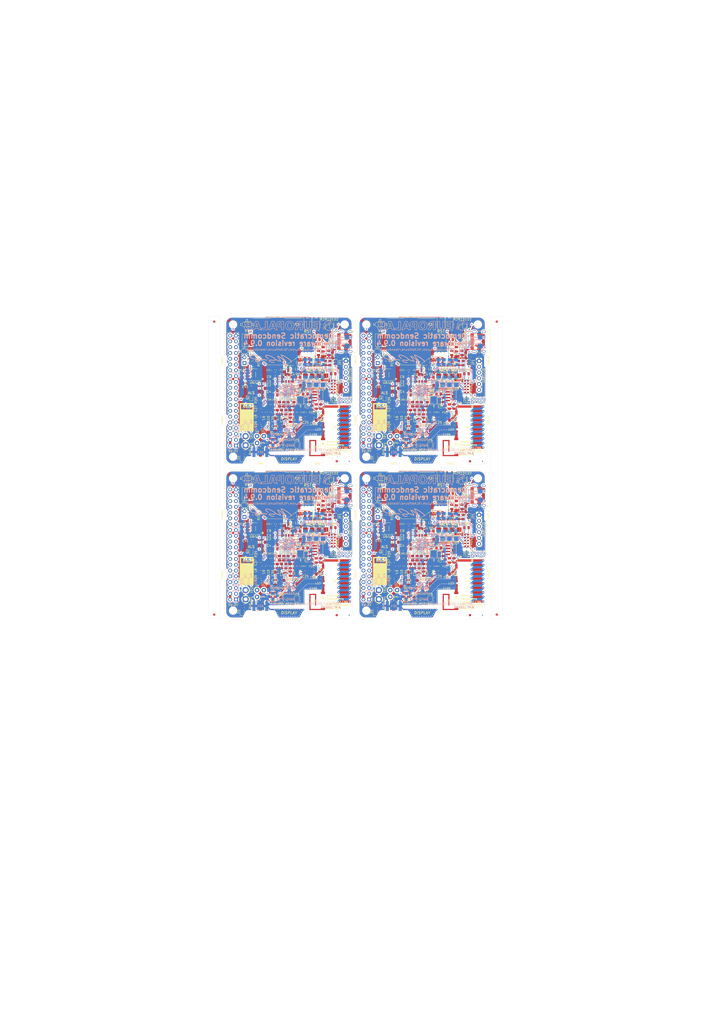
<source format=kicad_pcb>
(kicad_pcb (version 20171130) (host pcbnew 5.1.5+dfsg1-2build2)

  (general
    (thickness 1.6)
    (drawings 843)
    (tracks 5988)
    (zones 0)
    (modules 627)
    (nets 130)
  )

  (page A3 portrait)
  (title_block
    (title "Democratic Sendcomm")
    (date 2021-01-16)
    (rev 0.9.4)
    (company "Europalab Devices")
    (comment 1 "Copyright © 2021, Europalab Devices")
    (comment 2 "Fulfilling requirements of 20200210")
    (comment 3 "Pending quality assurance testing")
    (comment 4 "Release revision for manufacturing")
  )

  (layers
    (0 F.Cu signal)
    (1 In1.Cu power)
    (2 In2.Cu power)
    (31 B.Cu signal)
    (34 B.Paste user)
    (35 F.Paste user)
    (36 B.SilkS user)
    (37 F.SilkS user)
    (38 B.Mask user)
    (39 F.Mask user)
    (40 Dwgs.User user)
    (41 Cmts.User user)
    (44 Edge.Cuts user)
    (45 Margin user)
    (46 B.CrtYd user)
    (47 F.CrtYd user)
    (48 B.Fab user)
    (49 F.Fab user)
  )

  (setup
    (last_trace_width 0.127)
    (user_trace_width 0.1016)
    (user_trace_width 0.127)
    (user_trace_width 0.2)
    (user_trace_width 0.4)
    (user_trace_width 1.016)
    (user_trace_width 0.1016)
    (user_trace_width 0.127)
    (user_trace_width 0.2)
    (user_trace_width 0.4)
    (user_trace_width 1.016)
    (user_trace_width 0.1016)
    (user_trace_width 0.127)
    (user_trace_width 0.2)
    (user_trace_width 0.4)
    (user_trace_width 1.016)
    (user_trace_width 0.1016)
    (user_trace_width 0.127)
    (user_trace_width 0.2)
    (user_trace_width 0.4)
    (user_trace_width 1.016)
    (user_trace_width 0.1016)
    (user_trace_width 0.127)
    (user_trace_width 0.2)
    (user_trace_width 0.4)
    (user_trace_width 1.016)
    (trace_clearance 0.127)
    (zone_clearance 0.508)
    (zone_45_only no)
    (trace_min 0.09)
    (via_size 0.6)
    (via_drill 0.3)
    (via_min_size 0.356)
    (via_min_drill 0.2)
    (user_via 0.356 0.2)
    (user_via 0.45 0.2)
    (user_via 0.356 0.2)
    (user_via 0.45 0.2)
    (user_via 0.356 0.2)
    (user_via 0.45 0.2)
    (user_via 0.356 0.2)
    (user_via 0.45 0.2)
    (user_via 0.356 0.2)
    (user_via 0.45 0.2)
    (uvia_size 0.45)
    (uvia_drill 0.1)
    (uvias_allowed no)
    (uvia_min_size 0.45)
    (uvia_min_drill 0.1)
    (edge_width 0.05)
    (segment_width 0.1)
    (pcb_text_width 0.25)
    (pcb_text_size 1 1)
    (mod_edge_width 0.15)
    (mod_text_size 1 1)
    (mod_text_width 0.15)
    (pad_size 2.55 2.55)
    (pad_drill 2.55)
    (pad_to_mask_clearance 0)
    (aux_axis_origin 0 0)
    (visible_elements 7FFFF7FF)
    (pcbplotparams
      (layerselection 0x313fc_ffffffff)
      (usegerberextensions true)
      (usegerberattributes false)
      (usegerberadvancedattributes false)
      (creategerberjobfile false)
      (excludeedgelayer true)
      (linewidth 0.150000)
      (plotframeref false)
      (viasonmask false)
      (mode 1)
      (useauxorigin false)
      (hpglpennumber 1)
      (hpglpenspeed 20)
      (hpglpendiameter 15.000000)
      (psnegative false)
      (psa4output false)
      (plotreference true)
      (plotvalue true)
      (plotinvisibletext false)
      (padsonsilk false)
      (subtractmaskfromsilk false)
      (outputformat 1)
      (mirror false)
      (drillshape 0)
      (scaleselection 1)
      (outputdirectory "fabstencil"))
  )

  (net 0 "")
  (net 1 GND)
  (net 2 "Net-(AE1-Pad1)")
  (net 3 /Sheet5F53D5B4/RFSWPWR)
  (net 4 "Net-(C8-Pad1)")
  (net 5 /Sheet5F53D5B4/POWAMP)
  (net 6 "Net-(C13-Pad1)")
  (net 7 /Sheet5F53D5B4/HFOUT)
  (net 8 +3V3)
  (net 9 "Net-(C29-Pad1)")
  (net 10 /Sheet5F53D5B4/HPOUT)
  (net 11 /Sheet5F53D5B4/HFIN)
  (net 12 /Sheet5F53D5B4/BANDSEL)
  (net 13 "Net-(BT1-Pad1)")
  (net 14 /Sheet5F53D5B4/USB_BUS)
  (net 15 "Net-(C33-Pad1)")
  (net 16 "Net-(C34-Pad1)")
  (net 17 /Sheet5F53D5B4/CMDRST)
  (net 18 "Net-(D1-Pad2)")
  (net 19 "Net-(D1-Pad1)")
  (net 20 "Net-(D2-Pad1)")
  (net 21 "Net-(D2-Pad2)")
  (net 22 /Sheet5F53D5B4/USB_P)
  (net 23 /Sheet5F53D5B4/USB_N)
  (net 24 /Sheet60040980/ID_SD)
  (net 25 /Sheet60040980/ID_SC)
  (net 26 /Sheet5F53D5B4/SWDCLK)
  (net 27 "Net-(J3-Pad7)")
  (net 28 "Net-(J3-Pad8)")
  (net 29 "Net-(J4-Pad6)")
  (net 30 /Sheet5F53D5B4/CN_VBAT)
  (net 31 /Sheet5F53D5B4/XCEIV)
  (net 32 "Net-(AE5-Pad2)")
  (net 33 "Net-(C1-Pad1)")
  (net 34 "Net-(C7-Pad1)")
  (net 35 "Net-(C14-Pad1)")
  (net 36 "Net-(C17-Pad1)")
  (net 37 "Net-(C18-Pad2)")
  (net 38 "Net-(C19-Pad2)")
  (net 39 "Net-(C23-Pad2)")
  (net 40 "Net-(C23-Pad1)")
  (net 41 "Net-(C24-Pad1)")
  (net 42 "Net-(C24-Pad2)")
  (net 43 "Net-(C29-Pad2)")
  (net 44 "Net-(C33-Pad2)")
  (net 45 "Net-(C35-Pad2)")
  (net 46 "Net-(C40-Pad1)")
  (net 47 "Net-(J2-PadB5)")
  (net 48 "Net-(J2-PadA8)")
  (net 49 "Net-(J2-PadA5)")
  (net 50 "Net-(J2-PadB8)")
  (net 51 "Net-(J3-Pad2)")
  (net 52 "Net-(J3-Pad3)")
  (net 53 "Net-(J3-Pad5)")
  (net 54 "Net-(J3-Pad10)")
  (net 55 "Net-(J3-Pad11)")
  (net 56 "Net-(J3-Pad12)")
  (net 57 "Net-(J3-Pad13)")
  (net 58 "Net-(J3-Pad15)")
  (net 59 "Net-(J3-Pad16)")
  (net 60 "Net-(J3-Pad18)")
  (net 61 "Net-(J3-Pad19)")
  (net 62 "Net-(J3-Pad21)")
  (net 63 "Net-(J3-Pad22)")
  (net 64 "Net-(J3-Pad23)")
  (net 65 "Net-(J3-Pad24)")
  (net 66 "Net-(J3-Pad26)")
  (net 67 "Net-(J3-Pad29)")
  (net 68 "Net-(J3-Pad31)")
  (net 69 "Net-(J3-Pad32)")
  (net 70 "Net-(J3-Pad33)")
  (net 71 "Net-(J3-Pad35)")
  (net 72 "Net-(J3-Pad36)")
  (net 73 "Net-(J3-Pad38)")
  (net 74 "Net-(J3-Pad40)")
  (net 75 "Net-(J4-Pad7)")
  (net 76 "Net-(J4-Pad8)")
  (net 77 "Net-(J5-Pad2)")
  (net 78 "Net-(J5-Pad3)")
  (net 79 "Net-(J5-Pad6)")
  (net 80 "Net-(J6-Pad1)")
  (net 81 "Net-(L1-Pad2)")
  (net 82 "Net-(R3-Pad1)")
  (net 83 "Net-(R4-Pad1)")
  (net 84 "Net-(R4-Pad2)")
  (net 85 "Net-(U2-Pad5)")
  (net 86 "Net-(U3-PadG1)")
  (net 87 "Net-(U3-PadH1)")
  (net 88 "Net-(U3-PadE3)")
  (net 89 "Net-(U3-PadE4)")
  (net 90 "Net-(U3-PadF4)")
  (net 91 "Net-(U3-PadC7)")
  (net 92 "Net-(U3-PadD7)")
  (net 93 "Net-(U5-Pad3)")
  (net 94 "Net-(U5-Pad4)")
  (net 95 "Net-(U8-Pad7)")
  (net 96 "Net-(U8-Pad3)")
  (net 97 "Net-(U8-Pad2)")
  (net 98 "Net-(U8-Pad1)")
  (net 99 "Net-(U9-Pad1)")
  (net 100 "Net-(U9-Pad2)")
  (net 101 "Net-(U9-Pad3)")
  (net 102 "Net-(U9-Pad7)")
  (net 103 /Sheet5F53D5B4/SWDIO)
  (net 104 "Net-(AE2-Pad1)")
  (net 105 "Net-(AE4-Pad1)")
  (net 106 "Net-(AE5-Pad1)")
  (net 107 "Net-(J6-Pad2)")
  (net 108 "Net-(J6-Pad3)")
  (net 109 "Net-(J6-Pad4)")
  (net 110 "Net-(J7-Pad1)")
  (net 111 "Net-(C95-Pad1)")
  (net 112 /TP_SCL)
  (net 113 /TP_SDA)
  (net 114 "Net-(J20-Pad6)")
  (net 115 "Net-(J20-Pad7)")
  (net 116 "Net-(J20-Pad8)")
  (net 117 "Net-(Q2-Pad2)")
  (net 118 EXT_UART_TX)
  (net 119 EXT_UART_RX)
  (net 120 USB_TST)
  (net 121 "Net-(TP13-Pad1)")
  (net 122 "Net-(C94-Pad2)")
  (net 123 /Sheet5F53D5B4/CRY_XIN-RSVD)
  (net 124 /Sheet5F53D5B4/CRY_XOUT-RSVD)
  (net 125 "Net-(C97-Pad1)")
  (net 126 "Net-(C101-Pad1)")
  (net 127 "Net-(D3-Pad2)")
  (net 128 "Net-(JP4-Pad1)")
  (net 129 "Net-(U3-PadE5)")

  (net_class Default "This is the default net class."
    (clearance 0.127)
    (trace_width 0.127)
    (via_dia 0.6)
    (via_drill 0.3)
    (uvia_dia 0.45)
    (uvia_drill 0.1)
    (add_net +3V3)
    (add_net /Sheet5F53D5B4/BANDSEL)
    (add_net /Sheet5F53D5B4/CMDRST)
    (add_net /Sheet5F53D5B4/CN_VBAT)
    (add_net /Sheet5F53D5B4/CRY_XIN-RSVD)
    (add_net /Sheet5F53D5B4/CRY_XOUT-RSVD)
    (add_net /Sheet5F53D5B4/HFIN)
    (add_net /Sheet5F53D5B4/HFOUT)
    (add_net /Sheet5F53D5B4/HPOUT)
    (add_net /Sheet5F53D5B4/POWAMP)
    (add_net /Sheet5F53D5B4/RFSWPWR)
    (add_net /Sheet5F53D5B4/SWDCLK)
    (add_net /Sheet5F53D5B4/SWDIO)
    (add_net /Sheet5F53D5B4/USB_BUS)
    (add_net /Sheet5F53D5B4/USB_N)
    (add_net /Sheet5F53D5B4/USB_P)
    (add_net /Sheet5F53D5B4/XCEIV)
    (add_net /Sheet60040980/ID_SC)
    (add_net /Sheet60040980/ID_SD)
    (add_net /TP_SCL)
    (add_net /TP_SDA)
    (add_net EXT_UART_RX)
    (add_net EXT_UART_TX)
    (add_net GND)
    (add_net "Net-(AE1-Pad1)")
    (add_net "Net-(AE2-Pad1)")
    (add_net "Net-(AE4-Pad1)")
    (add_net "Net-(AE5-Pad1)")
    (add_net "Net-(AE5-Pad2)")
    (add_net "Net-(BT1-Pad1)")
    (add_net "Net-(C1-Pad1)")
    (add_net "Net-(C101-Pad1)")
    (add_net "Net-(C13-Pad1)")
    (add_net "Net-(C14-Pad1)")
    (add_net "Net-(C17-Pad1)")
    (add_net "Net-(C18-Pad2)")
    (add_net "Net-(C19-Pad2)")
    (add_net "Net-(C23-Pad1)")
    (add_net "Net-(C23-Pad2)")
    (add_net "Net-(C24-Pad1)")
    (add_net "Net-(C24-Pad2)")
    (add_net "Net-(C29-Pad1)")
    (add_net "Net-(C29-Pad2)")
    (add_net "Net-(C33-Pad1)")
    (add_net "Net-(C33-Pad2)")
    (add_net "Net-(C34-Pad1)")
    (add_net "Net-(C35-Pad2)")
    (add_net "Net-(C40-Pad1)")
    (add_net "Net-(C7-Pad1)")
    (add_net "Net-(C8-Pad1)")
    (add_net "Net-(C94-Pad2)")
    (add_net "Net-(C95-Pad1)")
    (add_net "Net-(C97-Pad1)")
    (add_net "Net-(D1-Pad1)")
    (add_net "Net-(D1-Pad2)")
    (add_net "Net-(D2-Pad1)")
    (add_net "Net-(D2-Pad2)")
    (add_net "Net-(D3-Pad2)")
    (add_net "Net-(J2-PadA5)")
    (add_net "Net-(J2-PadA8)")
    (add_net "Net-(J2-PadB5)")
    (add_net "Net-(J2-PadB8)")
    (add_net "Net-(J20-Pad6)")
    (add_net "Net-(J20-Pad7)")
    (add_net "Net-(J20-Pad8)")
    (add_net "Net-(J3-Pad10)")
    (add_net "Net-(J3-Pad11)")
    (add_net "Net-(J3-Pad12)")
    (add_net "Net-(J3-Pad13)")
    (add_net "Net-(J3-Pad15)")
    (add_net "Net-(J3-Pad16)")
    (add_net "Net-(J3-Pad18)")
    (add_net "Net-(J3-Pad19)")
    (add_net "Net-(J3-Pad2)")
    (add_net "Net-(J3-Pad21)")
    (add_net "Net-(J3-Pad22)")
    (add_net "Net-(J3-Pad23)")
    (add_net "Net-(J3-Pad24)")
    (add_net "Net-(J3-Pad26)")
    (add_net "Net-(J3-Pad29)")
    (add_net "Net-(J3-Pad3)")
    (add_net "Net-(J3-Pad31)")
    (add_net "Net-(J3-Pad32)")
    (add_net "Net-(J3-Pad33)")
    (add_net "Net-(J3-Pad35)")
    (add_net "Net-(J3-Pad36)")
    (add_net "Net-(J3-Pad38)")
    (add_net "Net-(J3-Pad40)")
    (add_net "Net-(J3-Pad5)")
    (add_net "Net-(J3-Pad7)")
    (add_net "Net-(J3-Pad8)")
    (add_net "Net-(J4-Pad6)")
    (add_net "Net-(J4-Pad7)")
    (add_net "Net-(J4-Pad8)")
    (add_net "Net-(J5-Pad2)")
    (add_net "Net-(J5-Pad3)")
    (add_net "Net-(J5-Pad6)")
    (add_net "Net-(J6-Pad1)")
    (add_net "Net-(J6-Pad2)")
    (add_net "Net-(J6-Pad3)")
    (add_net "Net-(J6-Pad4)")
    (add_net "Net-(J7-Pad1)")
    (add_net "Net-(JP4-Pad1)")
    (add_net "Net-(L1-Pad2)")
    (add_net "Net-(Q2-Pad2)")
    (add_net "Net-(R3-Pad1)")
    (add_net "Net-(R4-Pad1)")
    (add_net "Net-(R4-Pad2)")
    (add_net "Net-(TP13-Pad1)")
    (add_net "Net-(U2-Pad5)")
    (add_net "Net-(U3-PadC7)")
    (add_net "Net-(U3-PadD7)")
    (add_net "Net-(U3-PadE3)")
    (add_net "Net-(U3-PadE4)")
    (add_net "Net-(U3-PadE5)")
    (add_net "Net-(U3-PadF4)")
    (add_net "Net-(U3-PadG1)")
    (add_net "Net-(U3-PadH1)")
    (add_net "Net-(U5-Pad3)")
    (add_net "Net-(U5-Pad4)")
    (add_net "Net-(U8-Pad1)")
    (add_net "Net-(U8-Pad2)")
    (add_net "Net-(U8-Pad3)")
    (add_net "Net-(U8-Pad7)")
    (add_net "Net-(U9-Pad1)")
    (add_net "Net-(U9-Pad2)")
    (add_net "Net-(U9-Pad3)")
    (add_net "Net-(U9-Pad7)")
    (add_net USB_TST)
  )

  (net_class Power ""
    (clearance 0.2)
    (trace_width 0.5)
    (via_dia 1)
    (via_drill 0.7)
    (uvia_dia 0.5)
    (uvia_drill 0.1)
  )

  (module Elab_HW:Hanzhi-stencilcut_instructions (layer F.Cu) (tedit 0) (tstamp 5EFC0A1E)
    (at 117 451)
    (attr virtual)
    (fp_text reference G** (at 0 0) (layer F.SilkS) hide
      (effects (font (size 1.524 1.524) (thickness 0.3)))
    )
    (fp_text value TEXT (at 0.75 0) (layer F.SilkS) hide
      (effects (font (size 1.524 1.524) (thickness 0.3)))
    )
    (fp_poly (pts (xy 40.470667 -6.858) (xy 35.052 -6.858) (xy 35.052 -7.789334) (xy 40.470667 -7.789334)
      (xy 40.470667 -6.858)) (layer F.Fab) (width 0.01))
    (fp_poly (pts (xy -14.338786 -8.293069) (xy -14.200223 -8.265117) (xy -14.147632 -8.190745) (xy -14.139334 -8.047218)
      (xy -14.139333 -8.043334) (xy -14.130085 -7.892972) (xy -14.073218 -7.817992) (xy -13.925053 -7.792186)
      (xy -13.716 -7.789334) (xy -13.292667 -7.789334) (xy -13.292667 -7.027334) (xy -13.716 -7.027334)
      (xy -13.967244 -7.020471) (xy -14.092584 -6.985449) (xy -14.135323 -6.900614) (xy -14.139333 -6.815667)
      (xy -14.151421 -6.694441) (xy -14.21531 -6.63132) (xy -14.372437 -6.607468) (xy -14.605 -6.604)
      (xy -14.871697 -6.609495) (xy -15.010564 -6.638535) (xy -15.063038 -6.709957) (xy -15.070667 -6.815667)
      (xy -15.082755 -6.936893) (xy -15.146643 -7.000014) (xy -15.303771 -7.023866) (xy -15.536333 -7.027334)
      (xy -15.803031 -7.021839) (xy -15.941897 -6.992799) (xy -15.994371 -6.921378) (xy -16.002 -6.815667)
      (xy -16.015725 -6.690045) (xy -16.085771 -6.627375) (xy -16.25544 -6.606006) (xy -16.425333 -6.604)
      (xy -16.676578 -6.610863) (xy -16.801917 -6.645886) (xy -16.844657 -6.73072) (xy -16.848667 -6.815667)
      (xy -16.862392 -6.941289) (xy -16.932437 -7.003959) (xy -17.102107 -7.025329) (xy -17.272 -7.027334)
      (xy -17.695333 -7.027334) (xy -17.695333 -7.789334) (xy -17.272 -7.789334) (xy -17.021397 -7.794883)
      (xy -16.896431 -7.829003) (xy -16.85342 -7.917902) (xy -16.848667 -8.043334) (xy -16.839418 -8.193696)
      (xy -16.782551 -8.268676) (xy -16.634386 -8.294482) (xy -16.425333 -8.297334) (xy -16.174731 -8.291785)
      (xy -16.049764 -8.257664) (xy -16.006754 -8.168765) (xy -16.002 -8.043334) (xy -15.994181 -7.898126)
      (xy -15.942936 -7.822546) (xy -15.806587 -7.793861) (xy -15.543455 -7.789334) (xy -15.536333 -7.789334)
      (xy -15.270119 -7.793599) (xy -15.131557 -7.82155) (xy -15.078966 -7.895923) (xy -15.070667 -8.03945)
      (xy -15.070667 -8.043334) (xy -15.062847 -8.188541) (xy -15.011603 -8.264121) (xy -14.875254 -8.292807)
      (xy -14.612121 -8.297334) (xy -14.605 -8.297334) (xy -14.338786 -8.293069)) (layer F.Fab) (width 0.01))
    (fp_poly (pts (xy -58.25948 -8.15403) (xy -58.091053 -8.001194) (xy -57.878105 -7.78877) (xy -57.653336 -7.551369)
      (xy -57.449444 -7.323603) (xy -57.299128 -7.140083) (xy -57.235084 -7.03542) (xy -57.234667 -7.031351)
      (xy -57.295335 -6.94461) (xy -57.444603 -6.800555) (xy -57.633362 -6.640416) (xy -57.812507 -6.505421)
      (xy -57.932931 -6.4368) (xy -57.945351 -6.434667) (xy -57.996333 -6.498121) (xy -57.996667 -6.506285)
      (xy -58.047876 -6.598658) (xy -58.185141 -6.786533) (xy -58.38392 -7.037186) (xy -58.499877 -7.177222)
      (xy -59.003088 -7.776542) (xy -58.717193 -7.994605) (xy -58.521946 -8.130124) (xy -58.377856 -8.206476)
      (xy -58.35069 -8.212667) (xy -58.25948 -8.15403)) (layer F.Fab) (width 0.01))
    (fp_poly (pts (xy 16.086667 -7.281334) (xy 17.949333 -7.281334) (xy 17.949333 -5.672667) (xy 17.102667 -5.672667)
      (xy 17.102667 -6.519334) (xy 14.308667 -6.519334) (xy 14.308667 -5.672667) (xy 13.546667 -5.672667)
      (xy 13.546667 -7.281334) (xy 15.155333 -7.281334) (xy 15.155333 -8.297334) (xy 16.086667 -8.297334)
      (xy 16.086667 -7.281334)) (layer F.Fab) (width 0.01))
    (fp_poly (pts (xy 30.395333 -7.278108) (xy 30.628167 -7.333609) (xy 30.815969 -7.386953) (xy 31.111224 -7.479757)
      (xy 31.461868 -7.594652) (xy 31.815842 -7.71427) (xy 32.121082 -7.821242) (xy 32.32553 -7.898199)
      (xy 32.3449 -7.906345) (xy 32.495129 -7.880351) (xy 32.719186 -7.708204) (xy 32.797281 -7.631319)
      (xy 33.120429 -7.300385) (xy 32.583381 -7.121721) (xy 32.249069 -7.017637) (xy 31.824914 -6.895539)
      (xy 31.385776 -6.776741) (xy 31.242 -6.739787) (xy 30.437667 -6.536517) (xy 30.437667 -5.884334)
      (xy 31.518297 -5.860629) (xy 32.598928 -5.836924) (xy 32.682464 -6.056641) (xy 32.747702 -6.309414)
      (xy 32.766 -6.491571) (xy 32.788295 -6.642034) (xy 32.875698 -6.658332) (xy 32.914167 -6.643957)
      (xy 33.100233 -6.569493) (xy 33.318806 -6.486732) (xy 33.477897 -6.415728) (xy 33.540464 -6.322101)
      (xy 33.532295 -6.14648) (xy 33.514393 -6.036441) (xy 33.437425 -5.689905) (xy 33.325849 -5.434225)
      (xy 33.155075 -5.25524) (xy 32.90051 -5.13879) (xy 32.537561 -5.070716) (xy 32.041635 -5.036859)
      (xy 31.764562 -5.028928) (xy 31.320133 -5.024979) (xy 30.905375 -5.031231) (xy 30.566963 -5.046365)
      (xy 30.353 -5.068797) (xy 30.062997 -5.137129) (xy 29.84331 -5.235137) (xy 29.684378 -5.385037)
      (xy 29.576638 -5.609042) (xy 29.51053 -5.929365) (xy 29.476494 -6.368222) (xy 29.464966 -6.947826)
      (xy 29.464472 -7.133167) (xy 29.464 -8.297334) (xy 30.395333 -8.297334) (xy 30.395333 -7.278108)) (layer F.Fab) (width 0.01))
    (fp_poly (pts (xy -6.604 -3.894667) (xy -11.345333 -3.894667) (xy -11.345333 -5.08) (xy -10.414 -5.08)
      (xy -10.414 -4.572) (xy -7.535333 -4.572) (xy -7.535333 -5.08) (xy -10.414 -5.08)
      (xy -11.345333 -5.08) (xy -11.345333 -6.265334) (xy -10.414 -6.265334) (xy -10.414 -5.672667)
      (xy -7.535333 -5.672667) (xy -7.535333 -6.265334) (xy -10.414 -6.265334) (xy -11.345333 -6.265334)
      (xy -11.345333 -7.366) (xy -10.414 -7.366) (xy -10.414 -6.858) (xy -7.535333 -6.858)
      (xy -7.535333 -7.366) (xy -10.414 -7.366) (xy -11.345333 -7.366) (xy -11.345333 -8.043334)
      (xy -6.604 -8.043334) (xy -6.604 -3.894667)) (layer F.Fab) (width 0.01))
    (fp_poly (pts (xy -25.654 -7.62) (xy -24.045333 -7.62) (xy -24.045333 -6.990889) (xy -24.049073 -6.667998)
      (xy -24.067504 -6.477126) (xy -24.111447 -6.381) (xy -24.191723 -6.342352) (xy -24.235833 -6.334722)
      (xy -24.369038 -6.280625) (xy -24.433965 -6.136065) (xy -24.452611 -5.990167) (xy -24.478889 -5.672667)
      (xy -25.066444 -5.672667) (xy -25.376287 -5.668021) (xy -25.553243 -5.6471) (xy -25.633661 -5.599428)
      (xy -25.653888 -5.514531) (xy -25.654 -5.503334) (xy -25.636848 -5.411693) (xy -25.560447 -5.360602)
      (xy -25.38738 -5.338546) (xy -25.103667 -5.334) (xy -24.553333 -5.334) (xy -24.553333 -4.741334)
      (xy -25.103667 -4.741334) (xy -25.401498 -4.736056) (xy -25.567547 -4.712548) (xy -25.639229 -4.659297)
      (xy -25.654 -4.572) (xy -25.641268 -4.491548) (xy -25.581584 -4.441557) (xy -25.442721 -4.414864)
      (xy -25.192448 -4.404307) (xy -24.892 -4.402667) (xy -24.13 -4.402667) (xy -24.13 -3.725334)
      (xy -28.109333 -3.725334) (xy -28.109333 -4.402667) (xy -27.305 -4.402667) (xy -26.931164 -4.405224)
      (xy -26.695224 -4.417304) (xy -26.565772 -4.445518) (xy -26.511395 -4.496481) (xy -26.500667 -4.572)
      (xy -26.517819 -4.663641) (xy -26.59422 -4.714733) (xy -26.767287 -4.736789) (xy -27.051 -4.741334)
      (xy -27.601333 -4.741334) (xy -27.601333 -5.334) (xy -27.051 -5.334) (xy -26.753169 -5.339278)
      (xy -26.58712 -5.362786) (xy -26.515438 -5.416038) (xy -26.500667 -5.503334) (xy -26.516787 -5.59263)
      (xy -26.589379 -5.643629) (xy -26.754792 -5.666805) (xy -27.049372 -5.672635) (xy -27.088223 -5.672667)
      (xy -27.675778 -5.672667) (xy -27.702056 -5.990167) (xy -27.741383 -6.210298) (xy -27.830944 -6.311288)
      (xy -27.918833 -6.334722) (xy -28.016447 -6.360934) (xy -28.073452 -6.429897) (xy -28.100669 -6.578882)
      (xy -28.10892 -6.845161) (xy -28.109196 -6.942667) (xy -27.347333 -6.942667) (xy -27.347333 -6.660445)
      (xy -27.332468 -6.436264) (xy -27.260981 -6.317875) (xy -27.092533 -6.27206) (xy -26.867556 -6.265334)
      (xy -26.638887 -6.273469) (xy -26.532684 -6.319465) (xy -26.502169 -6.435706) (xy -26.500667 -6.519334)
      (xy -26.491418 -6.669696) (xy -26.434551 -6.744676) (xy -26.286386 -6.770482) (xy -26.077333 -6.773334)
      (xy -25.826754 -6.767906) (xy -25.701802 -6.733824) (xy -25.658784 -6.644394) (xy -25.654 -6.514695)
      (xy -25.645582 -6.359461) (xy -25.590543 -6.28711) (xy -25.444205 -6.271774) (xy -25.251833 -6.281862)
      (xy -25.00894 -6.303962) (xy -24.887397 -6.354752) (xy -24.839491 -6.472464) (xy -24.823389 -6.625167)
      (xy -24.797112 -6.942667) (xy -27.347333 -6.942667) (xy -28.109196 -6.942667) (xy -28.109333 -6.990889)
      (xy -28.109333 -7.62) (xy -26.500667 -7.62) (xy -26.500667 -8.297334) (xy -25.654 -8.297334)
      (xy -25.654 -7.62)) (layer F.Fab) (width 0.01))
    (fp_poly (pts (xy 73.200274 -4.393828) (xy 73.416636 -4.066225) (xy 73.589368 -3.793709) (xy 73.701253 -3.604251)
      (xy 73.735071 -3.525824) (xy 73.734774 -3.525533) (xy 73.610955 -3.444145) (xy 73.421745 -3.331645)
      (xy 73.225706 -3.221357) (xy 73.0814 -3.146607) (xy 73.044392 -3.132667) (xy 72.985083 -3.200463)
      (xy 72.857262 -3.384979) (xy 72.679828 -3.657907) (xy 72.474989 -3.985549) (xy 72.27351 -4.318803)
      (xy 72.112976 -4.594709) (xy 72.009704 -4.784473) (xy 71.979937 -4.859252) (xy 72.064777 -4.910385)
      (xy 72.242835 -5.013747) (xy 72.321167 -5.058702) (xy 72.633334 -5.23733) (xy 73.200274 -4.393828)) (layer F.Fab) (width 0.01))
    (fp_poly (pts (xy -22.86 -3.132667) (xy -23.622 -3.132667) (xy -23.622 -7.450667) (xy -22.86 -7.450667)
      (xy -22.86 -3.132667)) (layer F.Fab) (width 0.01))
    (fp_poly (pts (xy 21.336 -7.069667) (xy 21.337853 -6.629645) (xy 21.352993 -6.337817) (xy 21.395792 -6.173046)
      (xy 21.480621 -6.114196) (xy 21.621853 -6.140131) (xy 21.833858 -6.229715) (xy 21.889836 -6.255145)
      (xy 22.176654 -6.428717) (xy 22.432293 -6.658125) (xy 22.61689 -6.900394) (xy 22.690585 -7.112553)
      (xy 22.690667 -7.118497) (xy 22.670274 -7.209685) (xy 22.583533 -7.258962) (xy 22.392102 -7.278617)
      (xy 22.182667 -7.281334) (xy 21.674667 -7.281334) (xy 21.674667 -8.043334) (xy 25.569333 -8.043334)
      (xy 25.569333 -7.605769) (xy 25.553428 -7.271048) (xy 25.512533 -6.877347) (xy 25.475835 -6.631301)
      (xy 25.376431 -6.231027) (xy 25.223962 -5.970333) (xy 24.986908 -5.823027) (xy 24.633748 -5.762917)
      (xy 24.424094 -5.757334) (xy 24.131955 -5.762827) (xy 23.966163 -5.789335) (xy 23.883838 -5.851902)
      (xy 23.843206 -5.961135) (xy 23.781486 -6.178382) (xy 23.740303 -6.299802) (xy 23.736211 -6.380335)
      (xy 23.826355 -6.421164) (xy 24.044184 -6.4343) (xy 24.115945 -6.434667) (xy 24.369268 -6.447713)
      (xy 24.544441 -6.481024) (xy 24.587576 -6.506243) (xy 24.627762 -6.629118) (xy 24.674343 -6.849006)
      (xy 24.68806 -6.929576) (xy 24.744309 -7.281334) (xy 23.635132 -7.281334) (xy 23.535048 -6.963834)
      (xy 23.292524 -6.429631) (xy 22.929592 -6.007664) (xy 22.541347 -5.73624) (xy 22.055667 -5.461)
      (xy 23.727833 -5.438044) (xy 25.4 -5.415087) (xy 25.4 -3.132667) (xy 21.844 -3.132667)
      (xy 21.844 -4.28684) (xy 21.841435 -4.741334) (xy 22.690667 -4.741334) (xy 22.690667 -3.894667)
      (xy 24.468667 -3.894667) (xy 24.468667 -4.741334) (xy 22.690667 -4.741334) (xy 21.841435 -4.741334)
      (xy 21.841305 -4.764191) (xy 21.830458 -5.10611) (xy 21.807313 -5.346451) (xy 21.767726 -5.519068)
      (xy 21.70755 -5.657814) (xy 21.667761 -5.726174) (xy 21.537783 -5.90756) (xy 21.432697 -6.005658)
      (xy 21.413761 -6.011334) (xy 21.385891 -5.931217) (xy 21.362683 -5.709011) (xy 21.345809 -5.371935)
      (xy 21.336938 -4.947207) (xy 21.336 -4.744511) (xy 21.336 -3.477688) (xy 20.552833 -3.453344)
      (xy 20.184698 -3.439306) (xy 19.952709 -3.419135) (xy 19.823701 -3.384036) (xy 19.764508 -3.325214)
      (xy 19.742611 -3.2385) (xy 19.702341 -3.118676) (xy 19.594708 -3.062808) (xy 19.371558 -3.048088)
      (xy 19.340445 -3.048) (xy 18.965333 -3.048) (xy 18.965333 -4.233334) (xy 19.719596 -4.233334)
      (xy 20.574 -4.233334) (xy 20.574 -5.427945) (xy 20.171833 -5.402139) (xy 19.769667 -5.376334)
      (xy 19.744631 -4.804834) (xy 19.719596 -4.233334) (xy 18.965333 -4.233334) (xy 18.965333 -6.180667)
      (xy 19.719253 -6.180667) (xy 20.574 -6.180667) (xy 20.574 -7.290612) (xy 20.171833 -7.264806)
      (xy 19.769667 -7.239) (xy 19.74446 -6.709834) (xy 19.719253 -6.180667) (xy 18.965333 -6.180667)
      (xy 18.965333 -8.043334) (xy 21.336 -8.043334) (xy 21.336 -7.069667)) (layer F.Fab) (width 0.01))
    (fp_poly (pts (xy -50.065946 -8.195718) (xy -49.87415 -8.138141) (xy -49.740915 -8.08988) (xy -49.355388 -7.942646)
      (xy -49.908361 -6.883235) (xy -50.106594 -6.502365) (xy -50.273352 -6.179901) (xy -50.394616 -5.943112)
      (xy -50.45637 -5.819263) (xy -50.461333 -5.80758) (xy -50.387282 -5.805561) (xy -50.20481 -5.821452)
      (xy -50.161805 -5.826304) (xy -49.956244 -5.875241) (xy -49.814145 -5.993707) (xy -49.685731 -6.21147)
      (xy -49.575227 -6.425988) (xy -49.49827 -6.566792) (xy -49.481713 -6.592492) (xy -49.401737 -6.572276)
      (xy -49.241455 -6.488566) (xy -49.05828 -6.376392) (xy -48.909625 -6.270785) (xy -48.852667 -6.208686)
      (xy -48.894649 -6.101901) (xy -49.005832 -5.890353) (xy -49.164066 -5.61186) (xy -49.347202 -5.304239)
      (xy -49.533094 -5.00531) (xy -49.699593 -4.752888) (xy -49.734343 -4.703237) (xy -49.887284 -4.479508)
      (xy -49.985864 -4.318376) (xy -50.008407 -4.260185) (xy -49.920031 -4.265193) (xy -49.733551 -4.308467)
      (xy -49.694285 -4.319448) (xy -49.391839 -4.393899) (xy -49.21466 -4.392412) (xy -49.130461 -4.301102)
      (xy -49.106954 -4.106082) (xy -49.106667 -4.066722) (xy -49.106667 -3.730777) (xy -49.8475 -3.510778)
      (xy -50.222093 -3.396616) (xy -50.573401 -3.284511) (xy -50.841757 -3.193657) (xy -50.902982 -3.171216)
      (xy -51.217631 -3.051653) (xy -51.318172 -3.387231) (xy -51.373787 -3.608349) (xy -51.357408 -3.739868)
      (xy -51.254128 -3.851609) (xy -51.211775 -3.885586) (xy -51.06081 -4.035468) (xy -50.858687 -4.276353)
      (xy -50.647481 -4.557892) (xy -50.634212 -4.576725) (xy -50.263588 -5.105087) (xy -50.771392 -5.047636)
      (xy -51.279197 -4.990184) (xy -51.39012 -5.326282) (xy -51.452367 -5.550302) (xy -51.437648 -5.701667)
      (xy -51.329532 -5.865202) (xy -51.272371 -5.93414) (xy -51.042582 -6.263536) (xy -50.789786 -6.724436)
      (xy -50.531094 -7.283835) (xy -50.376539 -7.662334) (xy -50.270908 -7.92889) (xy -50.18969 -8.124843)
      (xy -50.152647 -8.203724) (xy -50.065946 -8.195718)) (layer F.Fab) (width 0.01))
    (fp_poly (pts (xy -34.29 -7.154334) (xy -34.283296 -6.789404) (xy -34.265167 -6.497069) (xy -34.238588 -6.312301)
      (xy -34.21439 -6.265334) (xy -34.100409 -6.281497) (xy -33.866712 -6.324316) (xy -33.559226 -6.38528)
      (xy -33.488162 -6.399884) (xy -33.175723 -6.45739) (xy -32.931274 -6.489096) (xy -32.798287 -6.489729)
      (xy -32.787934 -6.484823) (xy -32.755437 -6.376229) (xy -32.734074 -6.164472) (xy -32.730994 -6.080344)
      (xy -32.724773 -5.935581) (xy -32.730361 -5.834364) (xy -32.773536 -5.76289) (xy -32.880078 -5.707357)
      (xy -33.075764 -5.65396) (xy -33.386372 -5.588898) (xy -33.805797 -5.504844) (xy -34.295261 -5.40557)
      (xy -34.247667 -3.429) (xy -33.570333 -3.429) (xy -33.54449 -3.880764) (xy -33.522016 -4.14098)
      (xy -33.483818 -4.26532) (xy -33.4155 -4.287238) (xy -33.375157 -4.274271) (xy -33.187979 -4.201771)
      (xy -32.998833 -4.131725) (xy -32.831848 -4.010981) (xy -32.763574 -3.794264) (xy -32.791345 -3.463923)
      (xy -32.856637 -3.19067) (xy -32.960653 -2.89803) (xy -33.101205 -2.707444) (xy -33.312884 -2.598948)
      (xy -33.630284 -2.552578) (xy -33.9725 -2.546685) (xy -34.309941 -2.5548) (xy -34.587445 -2.570435)
      (xy -34.757025 -2.590615) (xy -34.778615 -2.596667) (xy -34.925538 -2.711345) (xy -35.030594 -2.930709)
      (xy -35.097804 -3.271987) (xy -35.13119 -3.752407) (xy -35.136667 -4.130352) (xy -35.140369 -4.526085)
      (xy -35.150445 -4.85678) (xy -35.165348 -5.087495) (xy -35.183239 -5.183017) (xy -35.288203 -5.196367)
      (xy -35.4888 -5.170396) (xy -35.540695 -5.159473) (xy -35.746892 -5.119723) (xy -35.866036 -5.109581)
      (xy -35.874759 -5.112537) (xy -35.898987 -5.202543) (xy -35.933744 -5.403856) (xy -35.950913 -5.522207)
      (xy -35.977419 -5.758891) (xy -35.95334 -5.879737) (xy -35.85153 -5.936609) (xy -35.718444 -5.966337)
      (xy -35.471057 -6.01574) (xy -35.30577 -6.066166) (xy -35.206121 -6.148995) (xy -35.155651 -6.295606)
      (xy -35.137896 -6.53738) (xy -35.136397 -6.905695) (xy -35.136667 -7.075373) (xy -35.136667 -8.043334)
      (xy -34.29 -8.043334) (xy -34.29 -7.154334)) (layer F.Fab) (width 0.01))
    (fp_poly (pts (xy -54.510954 -7.62) (xy -54.544442 -7.027334) (xy -52.337925 -7.027334) (xy -52.378698 -6.0325)
      (xy -52.416324 -5.26027) (xy -52.461875 -4.569166) (xy -52.513562 -3.977179) (xy -52.569594 -3.502301)
      (xy -52.62818 -3.162523) (xy -52.681775 -2.986771) (xy -52.871259 -2.71172) (xy -53.139625 -2.528468)
      (xy -53.516228 -2.422712) (xy -53.918664 -2.384133) (xy -54.570563 -2.354528) (xy -54.678829 -2.722431)
      (xy -54.754617 -2.969718) (xy -54.816787 -3.155212) (xy -54.832258 -3.195134) (xy -54.812587 -3.251117)
      (xy -54.67725 -3.279293) (xy -54.40362 -3.283146) (xy -54.282813 -3.279801) (xy -53.974216 -3.281526)
      (xy -53.729998 -3.305225) (xy -53.601625 -3.34581) (xy -53.600027 -3.347309) (xy -53.513931 -3.520039)
      (xy -53.440349 -3.845175) (xy -53.381719 -4.306089) (xy -53.340476 -4.886154) (xy -53.327413 -5.207)
      (xy -53.297667 -6.138334) (xy -54.591435 -6.187456) (xy -54.68869 -5.612562) (xy -54.902655 -4.6868)
      (xy -55.213804 -3.879129) (xy -55.254456 -3.796092) (xy -55.392856 -3.567139) (xy -55.592945 -3.293588)
      (xy -55.82624 -3.007798) (xy -56.064255 -2.742127) (xy -56.278505 -2.528933) (xy -56.440505 -2.400574)
      (xy -56.502953 -2.377834) (xy -56.610979 -2.441865) (xy -56.776002 -2.596403) (xy -56.867296 -2.697281)
      (xy -57.134925 -3.009562) (xy -56.814636 -3.278461) (xy -56.371615 -3.754067) (xy -56.008442 -4.360427)
      (xy -55.73712 -5.073147) (xy -55.581537 -5.784355) (xy -55.522107 -6.180667) (xy -56.896 -6.180667)
      (xy -56.896 -7.027334) (xy -55.456667 -7.027334) (xy -55.456667 -8.212667) (xy -54.477465 -8.212667)
      (xy -54.510954 -7.62)) (layer F.Fab) (width 0.01))
    (fp_poly (pts (xy 35.516899 -4.376235) (xy 35.699478 -4.328746) (xy 35.926856 -4.257286) (xy 36.142462 -4.180391)
      (xy 36.289724 -4.116602) (xy 36.322 -4.090771) (xy 36.279129 -3.932957) (xy 36.163182 -3.678127)
      (xy 35.993159 -3.357236) (xy 35.788056 -3.001236) (xy 35.566875 -2.641084) (xy 35.348612 -2.307733)
      (xy 35.152268 -2.032137) (xy 34.99684 -1.845251) (xy 34.902496 -1.778) (xy 34.799032 -1.821378)
      (xy 34.610433 -1.931468) (xy 34.500154 -2.00272) (xy 34.296204 -2.139526) (xy 34.159545 -2.232823)
      (xy 34.1314 -2.253042) (xy 34.166004 -2.324119) (xy 34.287484 -2.484342) (xy 34.451788 -2.678523)
      (xy 34.664697 -2.957717) (xy 34.896145 -3.318936) (xy 35.098996 -3.688128) (xy 35.114313 -3.719368)
      (xy 35.256984 -4.013681) (xy 35.367892 -4.24216) (xy 35.429207 -4.368083) (xy 35.435694 -4.381213)
      (xy 35.516899 -4.376235)) (layer F.Fab) (width 0.01))
    (fp_poly (pts (xy 39.965597 -4.358522) (xy 40.058526 -4.254274) (xy 40.20843 -4.036472) (xy 40.393568 -3.741487)
      (xy 40.592196 -3.40569) (xy 40.782574 -3.065451) (xy 40.942958 -2.757142) (xy 41.017136 -2.599478)
      (xy 41.23409 -2.108621) (xy 40.915878 -1.976442) (xy 40.670334 -1.870137) (xy 40.470578 -1.776522)
      (xy 40.44323 -1.762464) (xy 40.315346 -1.731263) (xy 40.247403 -1.840315) (xy 40.24073 -1.864459)
      (xy 40.169548 -2.059965) (xy 40.037957 -2.358995) (xy 39.86776 -2.717034) (xy 39.68076 -3.089569)
      (xy 39.498759 -3.432084) (xy 39.34356 -3.700066) (xy 39.334877 -3.713912) (xy 39.111338 -4.06802)
      (xy 39.502318 -4.235613) (xy 39.74065 -4.323886) (xy 39.915835 -4.363541) (xy 39.965597 -4.358522)) (layer F.Fab) (width 0.01))
    (fp_poly (pts (xy -49.096264 -3.068802) (xy -49.04637 -2.947199) (xy -49.008779 -2.739788) (xy -49.007729 -2.729809)
      (xy -48.979667 -2.453951) (xy -50.056501 -1.946643) (xy -50.449943 -1.763618) (xy -50.789691 -1.609957)
      (xy -51.045994 -1.498784) (xy -51.1891 -1.443226) (xy -51.206403 -1.439334) (xy -51.267073 -1.513818)
      (xy -51.336313 -1.70222) (xy -51.365068 -1.813391) (xy -51.450664 -2.187448) (xy -50.3037 -2.659692)
      (xy -49.895147 -2.822217) (xy -49.542357 -2.951817) (xy -49.274401 -3.038642) (xy -49.120352 -3.07284)
      (xy -49.096264 -3.068802)) (layer F.Fab) (width 0.01))
    (fp_poly (pts (xy -39.878 -6.011334) (xy -37.168667 -6.011334) (xy -37.168667 -5.08) (xy -39.878 -5.08)
      (xy -39.878 -2.286) (xy -36.576 -2.286) (xy -36.576 -1.354667) (xy -43.603333 -1.354667)
      (xy -43.603333 -2.286) (xy -40.894 -2.286) (xy -40.894 -8.212667) (xy -39.878 -8.212667)
      (xy -39.878 -6.011334)) (layer F.Fab) (width 0.01))
    (fp_poly (pts (xy -61.956983 -6.984557) (xy -61.933667 -5.67178) (xy -60.689941 -6.607682) (xy -60.365366 -6.246008)
      (xy -60.040792 -5.884334) (xy -60.225229 -5.736156) (xy -60.377666 -5.635292) (xy -60.639508 -5.483109)
      (xy -60.968501 -5.303607) (xy -61.194101 -5.185823) (xy -61.978535 -4.783667) (xy -61.956101 -3.429)
      (xy -61.933667 -2.074334) (xy -61.391043 -2.048778) (xy -61.077484 -2.041799) (xy -60.880325 -2.077947)
      (xy -60.766798 -2.188781) (xy -60.704136 -2.405858) (xy -60.660464 -2.752396) (xy -60.605404 -3.266542)
      (xy -60.232435 -3.093771) (xy -60.00404 -2.974039) (xy -59.893893 -2.860504) (xy -59.860594 -2.702915)
      (xy -59.8594 -2.640993) (xy -59.900382 -2.227756) (xy -60.010093 -1.825635) (xy -60.168398 -1.49934)
      (xy -60.245817 -1.399085) (xy -60.340707 -1.306326) (xy -60.443696 -1.245301) (xy -60.590291 -1.209516)
      (xy -60.816001 -1.192475) (xy -61.156333 -1.187686) (xy -61.400457 -1.187908) (xy -61.799994 -1.196717)
      (xy -62.14771 -1.218608) (xy -62.402154 -1.250107) (xy -62.5131 -1.281222) (xy -62.609244 -1.346676)
      (xy -62.688427 -1.431367) (xy -62.75228 -1.551187) (xy -62.802438 -1.722028) (xy -62.84053 -1.959784)
      (xy -62.868191 -2.280346) (xy -62.887051 -2.699608) (xy -62.898745 -3.23346) (xy -62.904902 -3.897797)
      (xy -62.907157 -4.70851) (xy -62.907333 -5.119614) (xy -62.907333 -8.297334) (xy -61.9803 -8.297334)
      (xy -61.956983 -6.984557)) (layer F.Fab) (width 0.01))
    (fp_poly (pts (xy -70.1675 -5.994592) (xy -69.723 -5.969) (xy -69.698272 -5.312834) (xy -69.673544 -4.656667)
      (xy -68.156667 -4.656667) (xy -68.156667 -3.81) (xy -69.680667 -3.81) (xy -69.680667 -2.032)
      (xy -67.902667 -2.032) (xy -67.902667 -1.185334) (xy -72.474667 -1.185334) (xy -72.474667 -2.032)
      (xy -70.612 -2.032) (xy -70.612 -3.81) (xy -72.220667 -3.81) (xy -72.220667 -4.656667)
      (xy -70.612 -4.656667) (xy -70.612 -6.020183) (xy -70.1675 -5.994592)) (layer F.Fab) (width 0.01))
    (fp_poly (pts (xy 69.882914 -8.251756) (xy 70.13549 -8.212473) (xy 70.30925 -8.175542) (xy 70.352867 -8.158838)
      (xy 70.357695 -8.106573) (xy 70.326092 -7.97383) (xy 70.251304 -7.738534) (xy 70.12658 -7.378606)
      (xy 70.03914 -7.133167) (xy 70.06625 -7.074758) (xy 70.213532 -7.041) (xy 70.502433 -7.027867)
      (xy 70.602941 -7.027334) (xy 71.204667 -7.027334) (xy 71.204667 -6.42967) (xy 71.213957 -6.099002)
      (xy 71.24344 -5.923135) (xy 71.295532 -5.888471) (xy 71.300361 -5.891149) (xy 71.38858 -6.002245)
      (xy 71.518819 -6.234499) (xy 71.673961 -6.550398) (xy 71.836891 -6.912427) (xy 71.990493 -7.283074)
      (xy 72.117651 -7.624825) (xy 72.178846 -7.816576) (xy 72.281545 -8.115183) (xy 72.373918 -8.255644)
      (xy 72.434095 -8.26604) (xy 72.590552 -8.221674) (xy 72.821815 -8.171185) (xy 72.848936 -8.16601)
      (xy 73.020122 -8.118579) (xy 73.10264 -8.034834) (xy 73.102489 -7.880181) (xy 73.025668 -7.620023)
      (xy 72.970269 -7.466322) (xy 72.913974 -7.283973) (xy 72.898 -7.191155) (xy 72.977858 -7.160207)
      (xy 73.198289 -7.135287) (xy 73.530577 -7.118517) (xy 73.946006 -7.112018) (xy 73.969692 -7.112)
      (xy 75.041385 -7.112) (xy 74.983841 -5.355167) (xy 74.949561 -4.435395) (xy 74.910513 -3.66938)
      (xy 74.863943 -3.041557) (xy 74.807096 -2.536362) (xy 74.73722 -2.138229) (xy 74.65156 -1.831594)
      (xy 74.547363 -1.600893) (xy 74.421873 -1.43056) (xy 74.272337 -1.305032) (xy 74.266539 -1.301196)
      (xy 74.07328 -1.221241) (xy 73.791391 -1.15933) (xy 73.465385 -1.11829) (xy 73.139774 -1.10095)
      (xy 72.859073 -1.11014) (xy 72.667795 -1.148688) (xy 72.610512 -1.195956) (xy 72.56096 -1.35286)
      (xy 72.489012 -1.578606) (xy 72.482123 -1.600135) (xy 72.421148 -1.798109) (xy 72.390765 -1.911422)
      (xy 72.39 -1.917635) (xy 72.467647 -1.932212) (xy 72.672526 -1.943201) (xy 72.962541 -1.948476)
      (xy 73.003833 -1.94863) (xy 73.373376 -1.956606) (xy 73.612697 -1.989242) (xy 73.760683 -2.062436)
      (xy 73.856218 -2.192089) (xy 73.910596 -2.319381) (xy 73.954984 -2.509932) (xy 74.002372 -2.841624)
      (xy 74.050262 -3.286355) (xy 74.096157 -3.816022) (xy 74.137558 -4.402521) (xy 74.171968 -5.017751)
      (xy 74.191722 -5.482167) (xy 74.22015 -6.265334) (xy 72.503612 -6.265334) (xy 72.315126 -5.863167)
      (xy 72.173428 -5.585237) (xy 72.029356 -5.339706) (xy 71.972133 -5.256374) (xy 71.817627 -5.051747)
      (xy 71.584395 -5.235207) (xy 71.408334 -5.358619) (xy 71.286253 -5.417779) (xy 71.277915 -5.418667)
      (xy 71.256162 -5.338126) (xy 71.236977 -5.112993) (xy 71.221381 -4.768002) (xy 71.210391 -4.327886)
      (xy 71.205028 -3.817381) (xy 71.204667 -3.640667) (xy 71.204667 -1.862667) (xy 69.172667 -1.862667)
      (xy 69.172667 -1.27) (xy 68.326 -1.27) (xy 68.326 -4.148667) (xy 69.172667 -4.148667)
      (xy 69.172667 -2.624667) (xy 70.442667 -2.624667) (xy 70.442667 -4.148667) (xy 69.172667 -4.148667)
      (xy 68.326 -4.148667) (xy 68.326 -6.265334) (xy 69.172667 -6.265334) (xy 69.172667 -4.910667)
      (xy 70.442667 -4.910667) (xy 70.442667 -6.265334) (xy 69.172667 -6.265334) (xy 68.326 -6.265334)
      (xy 68.326 -7.027334) (xy 68.751429 -7.027334) (xy 68.993661 -7.040819) (xy 69.15593 -7.101484)
      (xy 69.261115 -7.239643) (xy 69.332096 -7.485609) (xy 69.391753 -7.869698) (xy 69.392725 -7.877015)
      (xy 69.450161 -8.309992) (xy 69.882914 -8.251756)) (layer F.Fab) (width 0.01))
    (fp_poly (pts (xy 59.152507 -3.483409) (xy 59.484493 -3.299273) (xy 59.746267 -3.015688) (xy 59.907392 -2.64233)
      (xy 59.944 -2.328334) (xy 59.870624 -1.906379) (xy 59.671099 -1.553757) (xy 59.37633 -1.288598)
      (xy 59.017223 -1.129031) (xy 58.624683 -1.093185) (xy 58.229614 -1.199188) (xy 58.120043 -1.258404)
      (xy 57.803276 -1.541149) (xy 57.601375 -1.908457) (xy 57.523656 -2.317842) (xy 57.525086 -2.328334)
      (xy 58.047467 -2.328334) (xy 58.117013 -2.007932) (xy 58.299386 -1.771124) (xy 58.555182 -1.63499)
      (xy 58.845001 -1.61661) (xy 59.129442 -1.733067) (xy 59.228182 -1.816485) (xy 59.400539 -2.089298)
      (xy 59.436379 -2.388215) (xy 59.352126 -2.672226) (xy 59.164204 -2.900323) (xy 58.889039 -3.031495)
      (xy 58.73494 -3.048) (xy 58.425729 -2.971583) (xy 58.189315 -2.766838) (xy 58.060812 -2.470525)
      (xy 58.047467 -2.328334) (xy 57.525086 -2.328334) (xy 57.579434 -2.726817) (xy 57.731199 -3.031895)
      (xy 58.039655 -3.342337) (xy 58.39965 -3.514619) (xy 58.780747 -3.558416) (xy 59.152507 -3.483409)) (layer F.Fab) (width 0.01))
    (fp_poly (pts (xy 49.191333 -6.773334) (xy 47.921333 -6.773334) (xy 47.921333 -4.323512) (xy 47.918599 -3.682957)
      (xy 47.910869 -3.090781) (xy 47.898854 -2.570363) (xy 47.883264 -2.145077) (xy 47.864809 -1.8383)
      (xy 47.844199 -1.673408) (xy 47.840446 -1.66094) (xy 47.701206 -1.432291) (xy 47.47028 -1.272749)
      (xy 47.123638 -1.171763) (xy 46.637251 -1.118779) (xy 46.601363 -1.116805) (xy 46.251452 -1.102155)
      (xy 46.034665 -1.106977) (xy 45.915352 -1.136973) (xy 45.857864 -1.19785) (xy 45.842208 -1.238289)
      (xy 45.774211 -1.425039) (xy 45.677418 -1.661337) (xy 45.671486 -1.67504) (xy 45.591509 -1.868172)
      (xy 45.551667 -1.982183) (xy 45.550667 -1.989116) (xy 45.628735 -2.008369) (xy 45.836641 -2.028217)
      (xy 46.134938 -2.045236) (xy 46.249167 -2.049743) (xy 46.947667 -2.074334) (xy 46.970172 -4.423834)
      (xy 46.992678 -6.773334) (xy 44.958 -6.773334) (xy 44.958 -7.704667) (xy 49.191333 -7.704667)
      (xy 49.191333 -6.773334)) (layer F.Fab) (width 0.01))
    (fp_poly (pts (xy 43.942 -6.858) (xy 44.788667 -6.858) (xy 44.788667 -6.011334) (xy 43.942 -6.011334)
      (xy 43.942 -4.804834) (xy 44.186122 -4.853658) (xy 44.455108 -4.911576) (xy 44.651789 -4.958087)
      (xy 44.799006 -4.980175) (xy 44.863978 -4.918229) (xy 44.885031 -4.731362) (xy 44.886033 -4.708179)
      (xy 44.896813 -4.475577) (xy 44.906333 -4.311832) (xy 44.9072 -4.300693) (xy 44.836395 -4.227624)
      (xy 44.643219 -4.142843) (xy 44.428833 -4.079901) (xy 43.942 -3.961082) (xy 43.942 -2.873525)
      (xy 43.934679 -2.423729) (xy 43.914521 -2.032795) (xy 43.884232 -1.737976) (xy 43.847997 -1.579654)
      (xy 43.672598 -1.364005) (xy 43.366167 -1.215894) (xy 42.914347 -1.128567) (xy 42.881811 -1.125062)
      (xy 42.456622 -1.080963) (xy 42.318095 -1.514148) (xy 42.179568 -1.947334) (xy 43.010667 -1.947334)
      (xy 43.010667 -3.659512) (xy 42.708321 -3.602792) (xy 42.47781 -3.554258) (xy 42.314501 -3.510691)
      (xy 42.30311 -3.506599) (xy 42.232262 -3.558862) (xy 42.145748 -3.723191) (xy 42.064111 -3.946238)
      (xy 42.007895 -4.174651) (xy 41.994667 -4.307646) (xy 42.070454 -4.361385) (xy 42.267701 -4.429267)
      (xy 42.502667 -4.487334) (xy 43.010667 -4.595139) (xy 43.010667 -6.011334) (xy 42.079333 -6.011334)
      (xy 42.079333 -6.858) (xy 43.010667 -6.858) (xy 43.010667 -8.297334) (xy 43.942 -8.297334)
      (xy 43.942 -6.858)) (layer F.Fab) (width 0.01))
    (fp_poly (pts (xy 23.523061 -2.1876) (xy 23.637637 -1.775011) (xy 23.694371 -1.496351) (xy 23.696323 -1.327546)
      (xy 23.646551 -1.244522) (xy 23.643167 -1.24243) (xy 23.525364 -1.205784) (xy 23.310581 -1.160959)
      (xy 23.240702 -1.148851) (xy 22.901737 -1.092835) (xy 22.703887 -1.865213) (xy 22.621163 -2.202055)
      (xy 22.561879 -2.470826) (xy 22.53393 -2.63414) (xy 22.534851 -2.665543) (xy 22.628359 -2.693521)
      (xy 22.832109 -2.732319) (xy 22.951293 -2.75118) (xy 23.338919 -2.808866) (xy 23.523061 -2.1876)) (layer F.Fab) (width 0.01))
    (fp_poly (pts (xy 54.821667 -1.905) (xy 55.425099 -1.880335) (xy 55.74006 -1.871862) (xy 55.943947 -1.897415)
      (xy 56.065207 -1.986855) (xy 56.132283 -2.170043) (xy 56.173622 -2.476838) (xy 56.193641 -2.687124)
      (xy 56.223273 -2.961242) (xy 56.251686 -3.152785) (xy 56.270978 -3.217334) (xy 56.3565 -3.183661)
      (xy 56.542874 -3.097986) (xy 56.666363 -3.03876) (xy 57.033923 -2.860185) (xy 56.95943 -2.304192)
      (xy 56.859444 -1.794242) (xy 56.713461 -1.435032) (xy 56.515324 -1.212718) (xy 56.458274 -1.177631)
      (xy 56.2688 -1.122704) (xy 55.961548 -1.081014) (xy 55.587723 -1.054937) (xy 55.198534 -1.046853)
      (xy 54.845185 -1.05914) (xy 54.59327 -1.091008) (xy 54.418834 -1.134556) (xy 54.273925 -1.194722)
      (xy 54.155812 -1.286443) (xy 54.061766 -1.424652) (xy 53.989058 -1.624286) (xy 53.934958 -1.900278)
      (xy 53.896737 -2.267564) (xy 53.871665 -2.741079) (xy 53.857012 -3.335758) (xy 53.850049 -4.066537)
      (xy 53.848046 -4.948349) (xy 53.848 -5.168835) (xy 53.848 -8.128) (xy 54.777247 -8.128)
      (xy 54.821667 -1.905)) (layer F.Fab) (width 0.01))
    (fp_poly (pts (xy 52.091638 -7.872654) (xy 52.510216 -7.866901) (xy 52.813678 -7.854174) (xy 53.029128 -7.831904)
      (xy 53.183669 -7.797524) (xy 53.304405 -7.748464) (xy 53.394025 -7.697441) (xy 53.679703 -7.520882)
      (xy 53.532215 -7.271204) (xy 53.416082 -7.104157) (xy 53.218191 -6.849002) (xy 52.969134 -6.544326)
      (xy 52.769696 -6.309459) (xy 52.457969 -5.928439) (xy 52.251371 -5.630889) (xy 52.158903 -5.430185)
      (xy 52.154667 -5.395436) (xy 52.154667 -5.19348) (xy 52.832258 -5.291705) (xy 53.151908 -5.332491)
      (xy 53.401787 -5.353964) (xy 53.539266 -5.352798) (xy 53.551924 -5.347854) (xy 53.577873 -5.244527)
      (xy 53.592678 -5.035627) (xy 53.594 -4.944595) (xy 53.586678 -4.745785) (xy 53.542594 -4.619119)
      (xy 53.428573 -4.54146) (xy 53.211439 -4.489671) (xy 52.874333 -4.442706) (xy 52.603091 -4.410051)
      (xy 52.40984 -4.375467) (xy 52.28143 -4.313024) (xy 52.204709 -4.196789) (xy 52.166528 -4.000829)
      (xy 52.153736 -3.699211) (xy 52.15318 -3.266005) (xy 52.153418 -3.021128) (xy 52.147023 -2.416153)
      (xy 52.120317 -1.957903) (xy 52.060026 -1.623918) (xy 51.952875 -1.391737) (xy 51.785589 -1.238899)
      (xy 51.544892 -1.142942) (xy 51.21751 -1.081406) (xy 50.9905 -1.053512) (xy 50.702519 -1.024924)
      (xy 50.543991 -1.027188) (xy 50.47645 -1.06929) (xy 50.461434 -1.160214) (xy 50.461333 -1.177117)
      (xy 50.42891 -1.378329) (xy 50.34974 -1.626441) (xy 50.338653 -1.65372) (xy 50.215974 -1.947334)
      (xy 51.308 -1.947334) (xy 51.308 -3.048) (xy 51.303663 -3.526225) (xy 51.289423 -3.854413)
      (xy 51.263435 -4.051671) (xy 51.223855 -4.137102) (xy 51.202167 -4.144213) (xy 51.070906 -4.127827)
      (xy 50.824254 -4.088841) (xy 50.513343 -4.035376) (xy 50.484097 -4.030157) (xy 50.161187 -3.973198)
      (xy 49.96644 -3.962712) (xy 49.859978 -4.024307) (xy 49.80192 -4.183593) (xy 49.752388 -4.466177)
      (xy 49.746049 -4.504099) (xy 49.723351 -4.641736) (xy 49.727107 -4.737721) (xy 49.783011 -4.803979)
      (xy 49.916758 -4.852436) (xy 50.154041 -4.895018) (xy 50.520554 -4.94365) (xy 50.757667 -4.973627)
      (xy 51.265667 -5.038153) (xy 51.290702 -5.60941) (xy 51.316258 -5.939264) (xy 51.360563 -6.122326)
      (xy 51.429049 -6.180616) (xy 51.431673 -6.180667) (xy 51.544802 -6.240336) (xy 51.723594 -6.395709)
      (xy 51.901796 -6.582834) (xy 52.255982 -6.985) (xy 51.104658 -7.008556) (xy 49.953333 -7.032112)
      (xy 49.953333 -7.874) (xy 51.53084 -7.874) (xy 52.091638 -7.872654)) (layer F.Fab) (width 0.01))
    (fp_poly (pts (xy 41.232667 -4.995334) (xy 38.269333 -4.995334) (xy 38.269333 -3.392179) (xy 38.265161 -2.874067)
      (xy 38.25356 -2.402431) (xy 38.235906 -2.008129) (xy 38.213573 -1.72202) (xy 38.188446 -1.576274)
      (xy 38.052531 -1.352763) (xy 37.826428 -1.196259) (xy 37.485241 -1.095697) (xy 37.004074 -1.040014)
      (xy 36.978033 -1.038342) (xy 36.278156 -0.994679) (xy 36.169198 -1.365173) (xy 36.093504 -1.612445)
      (xy 36.031652 -1.79732) (xy 36.015953 -1.837834) (xy 36.04602 -1.894945) (xy 36.205841 -1.934354)
      (xy 36.512542 -1.959583) (xy 36.633666 -1.964834) (xy 37.295667 -1.989667) (xy 37.318787 -3.4925)
      (xy 37.341907 -4.995334) (xy 34.29 -4.995334) (xy 34.29 -5.926667) (xy 41.232667 -5.926667)
      (xy 41.232667 -4.995334)) (layer F.Fab) (width 0.01))
    (fp_poly (pts (xy 33.189333 -1.016) (xy 32.775875 -1.016) (xy 32.517284 -1.028161) (xy 32.380871 -1.076018)
      (xy 32.320505 -1.176636) (xy 32.318134 -1.185334) (xy 32.287143 -1.258059) (xy 32.21953 -1.306393)
      (xy 32.085428 -1.335267) (xy 31.854972 -1.34961) (xy 31.498292 -1.354352) (xy 31.29226 -1.354667)
      (xy 30.871925 -1.352898) (xy 30.592377 -1.344308) (xy 30.425081 -1.323975) (xy 30.341502 -1.286976)
      (xy 30.313103 -1.228389) (xy 30.310667 -1.185334) (xy 30.288378 -1.083767) (xy 30.193776 -1.033112)
      (xy 29.98525 -1.016725) (xy 29.887333 -1.016) (xy 29.464 -1.016) (xy 29.464 -2.624667)
      (xy 30.310667 -2.624667) (xy 30.310667 -2.032) (xy 32.342667 -2.032) (xy 32.342667 -2.624667)
      (xy 30.310667 -2.624667) (xy 29.464 -2.624667) (xy 29.464 -3.81) (xy 30.310667 -3.81)
      (xy 30.310667 -3.302) (xy 32.342667 -3.302) (xy 32.342667 -3.81) (xy 30.310667 -3.81)
      (xy 29.464 -3.81) (xy 29.464 -4.572) (xy 33.189333 -4.572) (xy 33.189333 -1.016)) (layer F.Fab) (width 0.01))
    (fp_poly (pts (xy 28.194 -6.858) (xy 29.040667 -6.858) (xy 29.040667 -6.011334) (xy 28.194 -6.011334)
      (xy 28.194 -5.418667) (xy 28.20156 -5.085812) (xy 28.243073 -4.896359) (xy 28.346785 -4.824472)
      (xy 28.540944 -4.844316) (xy 28.758311 -4.902535) (xy 28.946383 -4.940937) (xy 29.036253 -4.8958)
      (xy 29.074096 -4.796701) (xy 29.113547 -4.563627) (xy 29.124177 -4.393749) (xy 29.10552 -4.259837)
      (xy 29.021074 -4.171004) (xy 28.830752 -4.096573) (xy 28.680833 -4.054497) (xy 28.236333 -3.935829)
      (xy 28.194 -2.675309) (xy 28.176535 -2.188224) (xy 28.158807 -1.841909) (xy 28.135693 -1.607874)
      (xy 28.10207 -1.457625) (xy 28.052814 -1.36267) (xy 27.982801 -1.294518) (xy 27.94 -1.262729)
      (xy 27.73441 -1.165919) (xy 27.44157 -1.08559) (xy 27.260039 -1.055896) (xy 26.791746 -1.001122)
      (xy 26.65399 -1.431895) (xy 26.516235 -1.862667) (xy 27.347333 -1.862667) (xy 27.347333 -3.659512)
      (xy 27.044987 -3.602792) (xy 26.809909 -3.552676) (xy 26.638295 -3.505797) (xy 26.626823 -3.501628)
      (xy 26.528109 -3.538024) (xy 26.438283 -3.733327) (xy 26.415515 -3.8118) (xy 26.357337 -4.135624)
      (xy 26.395855 -4.328932) (xy 26.53359 -4.401936) (xy 26.561509 -4.403139) (xy 26.740792 -4.42557)
      (xy 26.986533 -4.480124) (xy 27.029833 -4.491786) (xy 27.347333 -4.57996) (xy 27.347333 -6.011334)
      (xy 26.416 -6.011334) (xy 26.416 -6.858) (xy 27.347333 -6.858) (xy 27.347333 -8.297334)
      (xy 28.194 -8.297334) (xy 28.194 -6.858)) (layer F.Fab) (width 0.01))
    (fp_poly (pts (xy 24.926235 -2.954391) (xy 24.985393 -2.859878) (xy 25.098063 -2.658526) (xy 25.243303 -2.390008)
      (xy 25.400175 -2.093995) (xy 25.547739 -1.810159) (xy 25.665054 -1.578172) (xy 25.731182 -1.437707)
      (xy 25.738667 -1.41517) (xy 25.670669 -1.363295) (xy 25.503614 -1.269889) (xy 25.29291 -1.162803)
      (xy 25.093967 -1.06989) (xy 24.962192 -1.019002) (xy 24.944737 -1.016079) (xy 24.905593 -1.086849)
      (xy 24.808178 -1.277811) (xy 24.668629 -1.557045) (xy 24.553333 -1.79034) (xy 24.391122 -2.12109)
      (xy 24.257933 -2.394801) (xy 24.170941 -2.576057) (xy 24.146978 -2.628326) (xy 24.203247 -2.687597)
      (xy 24.364026 -2.774316) (xy 24.572435 -2.86468) (xy 24.771592 -2.934891) (xy 24.904616 -2.961146)
      (xy 24.926235 -2.954391)) (layer F.Fab) (width 0.01))
    (fp_poly (pts (xy 21.76 -1.984968) (xy 21.800883 -1.652586) (xy 21.821676 -1.387678) (xy 21.819589 -1.231915)
      (xy 21.81189 -1.209669) (xy 21.70387 -1.167278) (xy 21.490392 -1.119482) (xy 21.379145 -1.10079)
      (xy 21.140455 -1.074594) (xy 21.025538 -1.096763) (xy 20.993684 -1.175405) (xy 20.993615 -1.17759)
      (xy 20.982446 -1.324098) (xy 20.956444 -1.585343) (xy 20.920964 -1.907934) (xy 20.916468 -1.946984)
      (xy 20.882393 -2.305839) (xy 20.893401 -2.529449) (xy 20.967613 -2.649746) (xy 21.123153 -2.698658)
      (xy 21.348421 -2.708037) (xy 21.657176 -2.709334) (xy 21.76 -1.984968)) (layer F.Fab) (width 0.01))
    (fp_poly (pts (xy 19.760265 -2.85916) (xy 20.072526 -2.782042) (xy 20.395031 -2.685417) (xy 20.135526 -2.171341)
      (xy 19.869145 -1.66865) (xy 19.648288 -1.30469) (xy 19.4775 -1.086268) (xy 19.366438 -1.019742)
      (xy 19.229511 -1.059402) (xy 19.017524 -1.153565) (xy 18.951304 -1.187437) (xy 18.640941 -1.351389)
      (xy 19.057137 -2.043875) (xy 19.236999 -2.350169) (xy 19.37776 -2.603257) (xy 19.460034 -2.767567)
      (xy 19.473333 -2.807514) (xy 19.54714 -2.870629) (xy 19.760265 -2.85916)) (layer F.Fab) (width 0.01))
    (fp_poly (pts (xy 12.615333 -6.858) (xy 13.377333 -6.858) (xy 13.377333 -6.011334) (xy 12.615333 -6.011334)
      (xy 12.615333 -4.815625) (xy 12.989875 -4.871791) (xy 13.221607 -4.89974) (xy 13.336465 -4.876509)
      (xy 13.384474 -4.779522) (xy 13.400523 -4.686479) (xy 13.423664 -4.574522) (xy 13.439162 -4.617956)
      (xy 13.449314 -4.800965) (xy 13.462 -5.15693) (xy 14.605 -5.207) (xy 14.773787 -5.744958)
      (xy 14.942574 -6.282915) (xy 15.347148 -6.244041) (xy 15.59246 -6.213307) (xy 15.758132 -6.179193)
      (xy 15.793099 -6.16379) (xy 15.792281 -6.066602) (xy 15.74244 -5.868645) (xy 15.706571 -5.759896)
      (xy 15.627538 -5.533564) (xy 15.590139 -5.373288) (xy 15.61539 -5.267694) (xy 15.724305 -5.205408)
      (xy 15.937898 -5.175056) (xy 16.277184 -5.165264) (xy 16.763177 -5.164659) (xy 16.806333 -5.164667)
      (xy 18.034 -5.164667) (xy 18.034 -4.412403) (xy 17.682354 -4.386369) (xy 17.330707 -4.360334)
      (xy 17.189701 -3.852334) (xy 17.080253 -3.509204) (xy 16.950555 -3.173372) (xy 16.871156 -3.001873)
      (xy 16.693617 -2.659413) (xy 17.242292 -2.32454) (xy 17.59712 -2.103366) (xy 17.820614 -1.940475)
      (xy 17.927252 -1.808052) (xy 17.931513 -1.678282) (xy 17.847875 -1.523352) (xy 17.736742 -1.374646)
      (xy 17.457148 -1.013625) (xy 17.216407 -1.211714) (xy 17.006788 -1.373639) (xy 16.732006 -1.572703)
      (xy 16.562305 -1.690339) (xy 16.148943 -1.970874) (xy 15.588638 -1.670659) (xy 15.243 -1.503587)
      (xy 14.844799 -1.338868) (xy 14.440521 -1.192809) (xy 14.076648 -1.081721) (xy 13.799663 -1.021913)
      (xy 13.722763 -1.016) (xy 13.593202 -1.087432) (xy 13.451636 -1.269621) (xy 13.41639 -1.3335)
      (xy 13.309884 -1.542619) (xy 13.238875 -1.681883) (xy 13.228296 -1.70257) (xy 13.286908 -1.743287)
      (xy 13.465675 -1.787587) (xy 13.581834 -1.806224) (xy 13.935901 -1.877726) (xy 14.332009 -1.992529)
      (xy 14.707939 -2.1295) (xy 15.001476 -2.267506) (xy 15.075113 -2.313452) (xy 15.258103 -2.441624)
      (xy 14.992565 -2.578939) (xy 14.791837 -2.656645) (xy 14.649284 -2.666453) (xy 14.638158 -2.66133)
      (xy 14.518592 -2.651233) (xy 14.314338 -2.681241) (xy 14.086319 -2.736278) (xy 13.895457 -2.801268)
      (xy 13.802673 -2.861134) (xy 13.800978 -2.868504) (xy 13.830222 -2.966657) (xy 13.907614 -3.180738)
      (xy 14.018118 -3.46957) (xy 14.052063 -3.556) (xy 14.083292 -3.638147) (xy 15.006061 -3.638147)
      (xy 15.070929 -3.497313) (xy 15.241496 -3.383487) (xy 15.380413 -3.318912) (xy 15.672401 -3.19666)
      (xy 15.854477 -3.153061) (xy 15.970033 -3.194852) (xy 16.06246 -3.328768) (xy 16.113732 -3.432741)
      (xy 16.232226 -3.729538) (xy 16.326959 -4.045635) (xy 16.332081 -4.067741) (xy 16.407333 -4.402667)
      (xy 15.821571 -4.402667) (xy 15.511619 -4.398626) (xy 15.327864 -4.376584) (xy 15.227202 -4.32166)
      (xy 15.166526 -4.218974) (xy 15.147077 -4.169834) (xy 15.035305 -3.848237) (xy 15.006061 -3.638147)
      (xy 14.083292 -3.638147) (xy 14.170186 -3.866714) (xy 14.259189 -4.122882) (xy 14.303493 -4.279002)
      (xy 14.305752 -4.296834) (xy 14.233808 -4.365839) (xy 14.007742 -4.398963) (xy 13.845657 -4.402667)
      (xy 13.576154 -4.39352) (xy 13.445687 -4.360389) (xy 13.424667 -4.294738) (xy 13.428793 -4.282415)
      (xy 13.402592 -4.189103) (xy 13.235679 -4.100781) (xy 13.066302 -4.046989) (xy 12.657667 -3.931814)
      (xy 12.615333 -2.678047) (xy 12.598094 -2.193291) (xy 12.58071 -1.848218) (xy 12.557506 -1.613269)
      (xy 12.522808 -1.458884) (xy 12.470941 -1.355504) (xy 12.39623 -1.273568) (xy 12.335445 -1.22014)
      (xy 12.15222 -1.095219) (xy 11.936903 -1.033344) (xy 11.623362 -1.016028) (xy 11.605195 -1.016)
      (xy 11.327409 -1.021277) (xy 11.174376 -1.049912) (xy 11.101567 -1.121118) (xy 11.065512 -1.248834)
      (xy 11.00996 -1.477397) (xy 10.963097 -1.624902) (xy 10.955131 -1.713224) (xy 11.041516 -1.762845)
      (xy 11.256359 -1.790085) (xy 11.317001 -1.794236) (xy 11.726333 -1.820334) (xy 11.750478 -2.741679)
      (xy 11.774622 -3.663025) (xy 11.538811 -3.611551) (xy 11.290227 -3.552781) (xy 11.118754 -3.507466)
      (xy 10.992396 -3.496998) (xy 10.911378 -3.582417) (xy 10.84406 -3.780595) (xy 10.785656 -4.014825)
      (xy 10.754636 -4.185744) (xy 10.753139 -4.208904) (xy 10.83208 -4.294518) (xy 11.049657 -4.384864)
      (xy 11.375901 -4.468977) (xy 11.557 -4.503027) (xy 11.639429 -4.53324) (xy 11.692162 -4.612662)
      (xy 11.723725 -4.775098) (xy 11.742643 -5.054354) (xy 11.750796 -5.271453) (xy 11.775259 -6.011334)
      (xy 10.837333 -6.011334) (xy 10.837333 -6.858) (xy 11.768667 -6.858) (xy 11.768667 -8.297334)
      (xy 12.615333 -8.297334) (xy 12.615333 -6.858)) (layer F.Fab) (width 0.01))
    (fp_poly (pts (xy -7.623956 -2.510377) (xy -7.365436 -2.431635) (xy -7.016718 -2.300824) (xy -6.5571 -2.114194)
      (xy -5.965874 -1.867995) (xy -5.820833 -1.807446) (xy -5.622519 -1.712524) (xy -5.512709 -1.636309)
      (xy -5.504855 -1.620641) (xy -5.56918 -1.555462) (xy -5.729035 -1.432654) (xy -5.93687 -1.285151)
      (xy -6.145135 -1.14589) (xy -6.306279 -1.047805) (xy -6.370183 -1.021264) (xy -6.450016 -1.060887)
      (xy -6.638361 -1.159843) (xy -6.894797 -1.296889) (xy -6.900333 -1.299867) (xy -7.269553 -1.48874)
      (xy -7.685566 -1.687343) (xy -7.949602 -1.805432) (xy -8.49087 -2.037657) (xy -8.288269 -2.25427)
      (xy -8.170162 -2.379635) (xy -8.065382 -2.471678) (xy -7.953225 -2.526649) (xy -7.812984 -2.540798)
      (xy -7.623956 -2.510377)) (layer F.Fab) (width 0.01))
    (fp_poly (pts (xy -5.503333 -2.712012) (xy -10.174677 -2.667) (xy -9.78289 -2.373515) (xy -9.391104 -2.080029)
      (xy -9.966052 -1.78923) (xy -10.214984 -1.671213) (xy -10.532935 -1.531497) (xy -10.8832 -1.384797)
      (xy -11.229074 -1.245828) (xy -11.533851 -1.129305) (xy -11.760826 -1.049943) (xy -11.873294 -1.022456)
      (xy -11.876938 -1.023167) (xy -11.937723 -1.08561) (xy -12.073081 -1.23778) (xy -12.179909 -1.361009)
      (xy -12.343891 -1.573632) (xy -12.386335 -1.693866) (xy -12.349242 -1.73168) (xy -11.643683 -1.991221)
      (xy -11.047254 -2.239375) (xy -10.665001 -2.423535) (xy -10.202333 -2.667) (xy -11.324167 -2.690625)
      (xy -12.446 -2.714249) (xy -12.446 -3.556) (xy -5.503333 -3.556) (xy -5.503333 -2.712012)) (layer F.Fab) (width 0.01))
    (fp_poly (pts (xy -13.631333 -3.894667) (xy -14.393333 -3.894667) (xy -14.769489 -3.889099) (xy -15.003754 -3.869539)
      (xy -15.123294 -3.831709) (xy -15.155333 -3.774592) (xy -15.185034 -3.588407) (xy -15.206725 -3.520592)
      (xy -15.210533 -3.462938) (xy -15.15217 -3.424441) (xy -15.005779 -3.401382) (xy -14.745504 -3.390043)
      (xy -14.345489 -3.386707) (xy -14.275392 -3.386667) (xy -13.292667 -3.386667) (xy -13.292667 -2.624667)
      (xy -13.948833 -2.622376) (xy -14.605 -2.620085) (xy -14.295734 -2.332449) (xy -14.020344 -2.126699)
      (xy -13.689858 -1.946217) (xy -13.56262 -1.894275) (xy -13.138772 -1.743738) (xy -13.385889 -1.384565)
      (xy -13.538072 -1.17574) (xy -13.649064 -1.082529) (xy -13.7693 -1.078144) (xy -13.892094 -1.115711)
      (xy -14.279249 -1.302376) (xy -14.68701 -1.581719) (xy -15.046288 -1.902792) (xy -15.198453 -2.079054)
      (xy -15.458872 -2.422442) (xy -15.820473 -2.017317) (xy -16.168654 -1.705852) (xy -16.617266 -1.41472)
      (xy -17.098484 -1.18331) (xy -17.451936 -1.06982) (xy -17.603034 -1.058635) (xy -17.726566 -1.130341)
      (xy -17.871295 -1.316328) (xy -17.898797 -1.357457) (xy -18.029463 -1.582983) (xy -18.049196 -1.703271)
      (xy -18.015194 -1.730848) (xy -17.878346 -1.774016) (xy -17.640858 -1.849055) (xy -17.448904 -1.90975)
      (xy -17.123006 -2.048347) (xy -16.811041 -2.2373) (xy -16.686904 -2.337363) (xy -16.383 -2.620085)
      (xy -17.123833 -2.622376) (xy -17.864667 -2.624667) (xy -17.864667 -3.386667) (xy -16.985537 -3.386667)
      (xy -16.592195 -3.38813) (xy -16.336444 -3.397344) (xy -16.186539 -3.421551) (xy -16.110739 -3.467992)
      (xy -16.077301 -3.543907) (xy -16.066325 -3.596344) (xy -16.051462 -3.77138) (xy -16.070566 -3.850344)
      (xy -16.170078 -3.870682) (xy -16.396291 -3.886105) (xy -16.706587 -3.894092) (xy -16.820445 -3.894667)
      (xy -17.526 -3.894667) (xy -17.526 -4.656667) (xy -16.679333 -4.656667) (xy -16.669998 -4.587538)
      (xy -16.624001 -4.540307) (xy -16.514358 -4.510823) (xy -16.314083 -4.494935) (xy -15.99619 -4.488491)
      (xy -15.578667 -4.487334) (xy -15.129326 -4.48877) (xy -14.822326 -4.495846) (xy -14.630682 -4.512715)
      (xy -14.527408 -4.543526) (xy -14.48552 -4.592433) (xy -14.478 -4.656667) (xy -14.487336 -4.725797)
      (xy -14.533332 -4.773027) (xy -14.642976 -4.802511) (xy -14.843251 -4.818399) (xy -15.161144 -4.824844)
      (xy -15.578667 -4.826) (xy -16.028008 -4.824564) (xy -16.335008 -4.817488) (xy -16.526652 -4.80062)
      (xy -16.629925 -4.769808) (xy -16.671814 -4.720901) (xy -16.679333 -4.656667) (xy -17.526 -4.656667)
      (xy -17.526 -5.418667) (xy -16.679333 -5.418667) (xy -15.572778 -5.418667) (xy -15.122926 -5.419542)
      (xy -14.816033 -5.42527) (xy -14.625728 -5.440505) (xy -14.525637 -5.469901) (xy -14.489386 -5.518112)
      (xy -14.490602 -5.589792) (xy -14.493278 -5.609167) (xy -14.511699 -5.687663) (xy -14.559392 -5.741807)
      (xy -14.664409 -5.777028) (xy -14.854802 -5.798756) (xy -15.158621 -5.812421) (xy -15.599833 -5.823363)
      (xy -16.679333 -5.84706) (xy -16.679333 -5.418667) (xy -17.526 -5.418667) (xy -17.526 -6.434667)
      (xy -13.631333 -6.434667) (xy -13.631333 -3.894667)) (layer F.Fab) (width 0.01))
    (fp_poly (pts (xy -18.626667 -6.858) (xy -17.949333 -6.858) (xy -17.949333 -6.011334) (xy -18.288 -6.011334)
      (xy -18.487223 -5.99533) (xy -18.594752 -5.934635) (xy -18.608069 -5.810219) (xy -18.524656 -5.603055)
      (xy -18.341999 -5.294114) (xy -18.155516 -5.009763) (xy -17.684364 -4.306032) (xy -17.905824 -4.015683)
      (xy -18.050198 -3.838181) (xy -18.151106 -3.735503) (xy -18.17007 -3.725334) (xy -18.226415 -3.795283)
      (xy -18.324817 -3.974739) (xy -18.398594 -4.1275) (xy -18.584333 -4.529667) (xy -18.607218 -2.772834)
      (xy -18.630102 -1.016) (xy -19.473333 -1.016) (xy -19.476037 -2.3495) (xy -19.47874 -3.683)
      (xy -19.74342 -3.056621) (xy -20.008099 -2.430241) (xy -20.460105 -3.322233) (xy -20.178794 -3.841283)
      (xy -20.022742 -4.162293) (xy -19.861072 -4.549337) (xy -19.709559 -4.957573) (xy -19.583981 -5.342163)
      (xy -19.500114 -5.658265) (xy -19.473333 -5.846371) (xy -19.496974 -5.945533) (xy -19.595382 -5.994972)
      (xy -19.809788 -6.010757) (xy -19.896667 -6.011334) (xy -20.32 -6.011334) (xy -20.32 -6.858)
      (xy -19.473333 -6.858) (xy -19.473333 -8.297334) (xy -18.626667 -8.297334) (xy -18.626667 -6.858)) (layer F.Fab) (width 0.01))
    (fp_poly (pts (xy -21.18441 -4.8895) (xy -21.192302 -4.160265) (xy -21.203139 -3.480547) (xy -21.216348 -2.869832)
      (xy -21.231357 -2.347608) (xy -21.247595 -1.933362) (xy -21.264488 -1.646579) (xy -21.281464 -1.506747)
      (xy -21.283958 -1.499702) (xy -21.472226 -1.299453) (xy -21.816628 -1.152213) (xy -22.311783 -1.060133)
      (xy -22.408981 -1.050265) (xy -22.987 -0.997468) (xy -23.12303 -1.468937) (xy -23.259061 -1.940405)
      (xy -22.055667 -1.989667) (xy -22.033444 -5.058834) (xy -22.011221 -8.128) (xy -21.157424 -8.128)
      (xy -21.18441 -4.8895)) (layer F.Fab) (width 0.01))
    (fp_poly (pts (xy -24.468667 -1.100667) (xy -24.892 -1.100667) (xy -25.158219 -1.114263) (xy -25.288244 -1.161335)
      (xy -25.315333 -1.227667) (xy -25.345029 -1.289625) (xy -25.453406 -1.328218) (xy -25.669403 -1.348269)
      (xy -26.021959 -1.3546) (xy -26.077333 -1.354667) (xy -26.439368 -1.351838) (xy -26.664331 -1.338575)
      (xy -26.78445 -1.307716) (xy -26.831954 -1.2521) (xy -26.839333 -1.185334) (xy -26.861622 -1.083767)
      (xy -26.956224 -1.033112) (xy -27.16475 -1.016725) (xy -27.262667 -1.016) (xy -27.686 -1.016)
      (xy -27.686 -2.709334) (xy -26.839333 -2.709334) (xy -26.839333 -2.032) (xy -25.315333 -2.032)
      (xy -25.315333 -2.709334) (xy -26.839333 -2.709334) (xy -27.686 -2.709334) (xy -27.686 -3.386667)
      (xy -24.468667 -3.386667) (xy -24.468667 -1.100667)) (layer F.Fab) (width 0.01))
    (fp_poly (pts (xy -47.436221 -8.26193) (xy -47.274766 -8.152724) (xy -47.244 -8.034275) (xy -47.232298 -7.967652)
      (xy -47.178945 -7.922525) (xy -47.056573 -7.894751) (xy -46.837813 -7.880185) (xy -46.495296 -7.874681)
      (xy -46.185667 -7.874) (xy -45.735578 -7.876393) (xy -45.425793 -7.866349) (xy -45.236342 -7.818042)
      (xy -45.147254 -7.705643) (xy -45.13856 -7.503322) (xy -45.19029 -7.18525) (xy -45.282472 -6.7256)
      (xy -45.28556 -6.709834) (xy -45.43867 -5.926667) (xy -44.365333 -5.926667) (xy -44.365333 -5.249334)
      (xy -45.4025 -5.246658) (xy -45.841292 -5.243536) (xy -46.145666 -5.232958) (xy -46.350528 -5.2091)
      (xy -46.490786 -5.16614) (xy -46.601347 -5.098254) (xy -46.678645 -5.033767) (xy -46.917623 -4.823552)
      (xy -46.650364 -4.486109) (xy -46.48296 -4.292845) (xy -46.349639 -4.170751) (xy -46.304111 -4.148667)
      (xy -46.20055 -4.190104) (xy -45.990934 -4.300861) (xy -45.712864 -4.46061) (xy -45.581639 -4.539285)
      (xy -44.938159 -4.929903) (xy -44.434385 -4.426129) (xy -44.738526 -4.238159) (xy -44.969921 -4.046224)
      (xy -45.042667 -3.854347) (xy -45.008979 -3.606272) (xy -44.92176 -3.271529) (xy -44.801777 -2.911733)
      (xy -44.669799 -2.588495) (xy -44.546592 -2.363428) (xy -44.534872 -2.347825) (xy -44.413033 -2.175651)
      (xy -44.385558 -2.044497) (xy -44.459471 -1.896713) (xy -44.612758 -1.70853) (xy -44.8533 -1.427393)
      (xy -45.036084 -1.684089) (xy -45.20939 -1.994495) (xy -45.376809 -2.409375) (xy -45.515507 -2.864719)
      (xy -45.596941 -3.256434) (xy -45.659581 -3.519187) (xy -45.755712 -3.628636) (xy -45.902626 -3.600033)
      (xy -45.9532 -3.570648) (xy -46.008869 -3.492244) (xy -46.014043 -3.333796) (xy -45.969497 -3.055826)
      (xy -45.963866 -3.027526) (xy -45.906926 -2.453035) (xy -45.973442 -1.953454) (xy -46.153891 -1.544539)
      (xy -46.438753 -1.242042) (xy -46.818504 -1.061717) (xy -47.179698 -1.016) (xy -47.353641 -1.029308)
      (xy -47.451728 -1.098875) (xy -47.516633 -1.269166) (xy -47.548708 -1.400497) (xy -47.637916 -1.784994)
      (xy -47.40359 -1.733527) (xy -47.1685 -1.725721) (xy -47.001747 -1.771714) (xy -46.884754 -1.889755)
      (xy -46.771595 -2.085254) (xy -46.688744 -2.297018) (xy -46.662672 -2.46386) (xy -46.680968 -2.513191)
      (xy -46.768792 -2.493068) (xy -46.955901 -2.396269) (xy -47.202928 -2.243327) (xy -47.21949 -2.232351)
      (xy -47.546776 -2.023738) (xy -47.890169 -1.818952) (xy -48.11727 -1.693334) (xy -48.523038 -1.481667)
      (xy -48.764063 -1.775079) (xy -49.005087 -2.068491) (xy -48.442044 -2.307051) (xy -48.137357 -2.452854)
      (xy -47.80076 -2.64015) (xy -47.468116 -2.845575) (xy -47.175289 -3.045766) (xy -46.958144 -3.217358)
      (xy -46.852546 -3.336988) (xy -46.849762 -3.344334) (xy -46.866832 -3.483588) (xy -46.897956 -3.546833)
      (xy -46.973285 -3.61039) (xy -47.092246 -3.57376) (xy -47.214079 -3.494056) (xy -47.418406 -3.365545)
      (xy -47.70749 -3.202456) (xy -47.972582 -3.06369) (xy -48.489498 -2.803932) (xy -48.674958 -3.05478)
      (xy -48.794894 -3.273073) (xy -48.7897 -3.419184) (xy -48.663486 -3.471334) (xy -48.514573 -3.509833)
      (xy -48.281599 -3.609819) (xy -48.006965 -3.748026) (xy -47.733074 -3.901188) (xy -47.502329 -4.046038)
      (xy -47.357132 -4.159311) (xy -47.328667 -4.203746) (xy -47.383635 -4.334458) (xy -47.55273 -4.356264)
      (xy -47.842237 -4.269083) (xy -48.011874 -4.195018) (xy -48.271493 -4.080378) (xy -48.472738 -4.002792)
      (xy -48.556333 -3.981209) (xy -48.652492 -4.046224) (xy -48.785745 -4.207389) (xy -48.821298 -4.259965)
      (xy -49.001596 -4.538499) (xy -48.461392 -4.732238) (xy -48.15181 -4.856624) (xy -47.883226 -4.987749)
      (xy -47.73076 -5.084838) (xy -47.641444 -5.164582) (xy -47.626873 -5.212023) (xy -47.711922 -5.235797)
      (xy -47.921467 -5.244539) (xy -48.1965 -5.246517) (xy -48.852667 -5.249334) (xy -48.852667 -5.926667)
      (xy -47.549392 -5.926667) (xy -47.043313 -5.928919) (xy -46.681851 -5.9373) (xy -46.44033 -5.95425)
      (xy -46.294075 -5.982208) (xy -46.218409 -6.023615) (xy -46.194725 -6.060592) (xy -46.149897 -6.19556)
      (xy -46.143333 -6.229925) (xy -46.222909 -6.242746) (xy -46.441277 -6.253498) (xy -46.767903 -6.261254)
      (xy -47.172248 -6.265087) (xy -47.309903 -6.265334) (xy -48.476472 -6.265334) (xy -48.306946 -6.952867)
      (xy -47.48953 -6.952867) (xy -47.455483 -6.897151) (xy -47.349397 -6.870523) (xy -47.139641 -6.86554)
      (xy -46.794586 -6.874759) (xy -46.7635 -6.875778) (xy -46.405621 -6.890319) (xy -46.183011 -6.911627)
      (xy -46.061631 -6.9493) (xy -46.00744 -7.012938) (xy -45.988834 -7.094223) (xy -45.98247 -7.186467)
      (xy -46.016517 -7.242183) (xy -46.122603 -7.268811) (xy -46.332359 -7.273795) (xy -46.677414 -7.264575)
      (xy -46.708501 -7.263556) (xy -47.06638 -7.249015) (xy -47.288989 -7.227707) (xy -47.410369 -7.190034)
      (xy -47.464561 -7.126397) (xy -47.483166 -7.045112) (xy -47.48953 -6.952867) (xy -48.306946 -6.952867)
      (xy -48.225954 -7.281334) (xy -48.120048 -7.704608) (xy -48.040887 -7.990268) (xy -47.97564 -8.16534)
      (xy -47.911476 -8.256855) (xy -47.835564 -8.29184) (xy -47.743643 -8.297334) (xy -47.436221 -8.26193)) (layer F.Fab) (width 0.01))
    (fp_poly (pts (xy -57.573333 -2.710396) (xy -57.227982 -2.460225) (xy -56.991606 -2.300147) (xy -56.765725 -2.180719)
      (xy -56.520061 -2.096122) (xy -56.224334 -2.040539) (xy -55.848268 -2.00815) (xy -55.361582 -1.993136)
      (xy -54.779333 -1.989667) (xy -54.236798 -1.993661) (xy -53.698752 -2.004692) (xy -53.210777 -2.021334)
      (xy -52.818452 -2.042161) (xy -52.644093 -2.056463) (xy -51.990519 -2.123259) (xy -52.114926 -1.770651)
      (xy -52.192673 -1.51526) (xy -52.236067 -1.304702) (xy -52.239333 -1.259356) (xy -52.250662 -1.197654)
      (xy -52.301446 -1.153768) (xy -52.416885 -1.124176) (xy -52.622178 -1.105357) (xy -52.942523 -1.093792)
      (xy -53.40312 -1.085957) (xy -53.488167 -1.084857) (xy -54.31918 -1.07836) (xy -55.00409 -1.084194)
      (xy -55.565893 -1.105718) (xy -56.02758 -1.146292) (xy -56.412146 -1.209274) (xy -56.742584 -1.298024)
      (xy -57.041887 -1.415901) (xy -57.333049 -1.566265) (xy -57.51225 -1.672762) (xy -58.001499 -1.974385)
      (xy -58.260642 -1.728026) (xy -58.460544 -1.509087) (xy -58.62091 -1.285397) (xy -58.6414 -1.248834)
      (xy -58.745121 -1.085767) (xy -58.826271 -1.016037) (xy -58.827435 -1.016) (xy -58.908132 -1.078703)
      (xy -59.053204 -1.241766) (xy -59.202849 -1.432564) (xy -59.513843 -1.849128) (xy -59.185564 -2.145709)
      (xy -58.94753 -2.350075) (xy -58.720914 -2.527753) (xy -58.638642 -2.585549) (xy -58.547638 -2.651034)
      (xy -58.486203 -2.727429) (xy -58.44853 -2.84639) (xy -58.42881 -3.039578) (xy -58.421236 -3.33865)
      (xy -58.42 -3.775264) (xy -58.42 -4.826) (xy -59.266667 -4.826) (xy -59.266667 -5.672667)
      (xy -57.573333 -5.672667) (xy -57.573333 -2.710396)) (layer F.Fab) (width 0.01))
    (fp_poly (pts (xy -64.092667 -6.011334) (xy -63.246 -6.011334) (xy -63.246 -5.164667) (xy -64.092667 -5.164667)
      (xy -64.092667 -2.452108) (xy -63.881 -2.496054) (xy -63.618555 -2.550543) (xy -63.457667 -2.583947)
      (xy -63.335341 -2.599408) (xy -63.27244 -2.554627) (xy -63.249239 -2.411646) (xy -63.246 -2.176631)
      (xy -63.246 -1.725369) (xy -65.002833 -1.401193) (xy -65.530792 -1.302963) (xy -66.004285 -1.213329)
      (xy -66.397262 -1.13735) (xy -66.683674 -1.080081) (xy -66.837469 -1.046578) (xy -66.853977 -1.041872)
      (xy -66.922137 -1.096437) (xy -66.981921 -1.293996) (xy -67.005428 -1.437469) (xy -67.033869 -1.749789)
      (xy -67.006743 -1.930961) (xy -66.910138 -2.013966) (xy -66.75467 -2.032) (xy -66.548 -2.032)
      (xy -66.548 -6.688667) (xy -65.701333 -6.688667) (xy -65.701333 -4.492331) (xy -65.69852 -3.899399)
      (xy -65.690597 -3.363531) (xy -65.67834 -2.90762) (xy -65.662523 -2.554561) (xy -65.643923 -2.327245)
      (xy -65.625363 -2.249041) (xy -65.495591 -2.231298) (xy -65.28917 -2.254136) (xy -65.286696 -2.254628)
      (xy -65.024 -2.307167) (xy -65.024 -8.297334) (xy -64.092667 -8.297334) (xy -64.092667 -6.011334)) (layer F.Fab) (width 0.01))
    (fp_poly (pts (xy -71.984166 -8.242015) (xy -71.752366 -8.183042) (xy -71.537339 -8.117486) (xy -71.397585 -8.061002)
      (xy -71.374 -8.039437) (xy -71.400008 -7.929765) (xy -71.465587 -7.722741) (xy -71.501 -7.62)
      (xy -71.577278 -7.39741) (xy -71.622579 -7.252863) (xy -71.628 -7.228356) (xy -71.547317 -7.219248)
      (xy -71.321198 -7.211164) (xy -70.97354 -7.2045) (xy -70.528239 -7.199655) (xy -70.009193 -7.197027)
      (xy -69.723 -7.196667) (xy -67.818 -7.196667) (xy -67.818 -6.35) (xy -69.917796 -6.350001)
      (xy -72.017591 -6.350001) (xy -72.212567 -5.947834) (xy -72.385724 -5.621146) (xy -72.586456 -5.283515)
      (xy -72.652772 -5.181589) (xy -72.898 -4.817511) (xy -72.898 -1.016) (xy -73.829333 -1.016)
      (xy -73.829333 -3.733313) (xy -74.167967 -3.46118) (xy -74.36256 -3.313971) (xy -74.494891 -3.231137)
      (xy -74.527801 -3.224357) (xy -74.576936 -3.313488) (xy -74.677947 -3.500268) (xy -74.742117 -3.619655)
      (xy -74.935234 -3.979643) (xy -74.315369 -4.593322) (xy -74.052533 -4.873439) (xy -73.780148 -5.196882)
      (xy -73.521942 -5.531249) (xy -73.30164 -5.844138) (xy -73.142972 -6.10315) (xy -73.069665 -6.275882)
      (xy -73.067333 -6.297576) (xy -73.145863 -6.320103) (xy -73.356937 -6.337781) (xy -73.663786 -6.348214)
      (xy -73.871667 -6.35) (xy -74.676 -6.35) (xy -74.676 -7.191455) (xy -73.645751 -7.215228)
      (xy -72.615501 -7.239) (xy -72.448826 -7.747) (xy -72.359781 -8.013662) (xy -72.292667 -8.205867)
      (xy -72.264085 -8.277602) (xy -72.174239 -8.278753) (xy -71.984166 -8.242015)) (layer F.Fab) (width 0.01))
    (fp_poly (pts (xy 8.500041 -8.232511) (xy 8.754757 -8.153008) (xy 8.938482 -8.083577) (xy 8.99217 -8.054292)
      (xy 8.973071 -7.966377) (xy 8.870279 -7.779252) (xy 8.703741 -7.527615) (xy 8.632337 -7.428341)
      (xy 8.440485 -7.162425) (xy 8.294695 -6.951505) (xy 8.218523 -6.830002) (xy 8.212667 -6.815078)
      (xy 8.291354 -6.797555) (xy 8.503524 -6.783653) (xy 8.813332 -6.775142) (xy 9.059333 -6.773334)
      (xy 9.906 -6.773334) (xy 9.906 -5.926667) (xy 8.382 -5.926667) (xy 8.382 -4.487334)
      (xy 10.075333 -4.487334) (xy 10.075333 -3.640667) (xy 8.382 -3.640667) (xy 8.382 -1.016)
      (xy 7.450667 -1.016) (xy 7.450667 -3.646396) (xy 5.647311 -3.598334) (xy 5.506286 -3.090334)
      (xy 5.402718 -2.760826) (xy 5.285534 -2.450864) (xy 5.212522 -2.291825) (xy 5.033886 -2.031186)
      (xy 4.763904 -1.725443) (xy 4.451836 -1.423857) (xy 4.146939 -1.175688) (xy 4.001065 -1.080335)
      (xy 3.744364 -0.933002) (xy 3.442497 -1.301392) (xy 3.140629 -1.669781) (xy 3.343769 -1.762338)
      (xy 3.729481 -2.012781) (xy 4.097541 -2.384916) (xy 4.410645 -2.832248) (xy 4.631488 -3.30828)
      (xy 4.662046 -3.405423) (xy 4.729513 -3.640667) (xy 3.132667 -3.640667) (xy 3.132667 -4.487334)
      (xy 4.826 -4.487334) (xy 4.826 -5.926667) (xy 5.672667 -5.926667) (xy 5.672667 -4.487334)
      (xy 7.450667 -4.487334) (xy 7.450667 -5.926667) (xy 5.672667 -5.926667) (xy 4.826 -5.926667)
      (xy 3.386667 -5.926667) (xy 3.386667 -6.773334) (xy 4.191 -6.773334) (xy 4.536618 -6.779664)
      (xy 4.807846 -6.79668) (xy 4.967914 -6.821416) (xy 4.995333 -6.838177) (xy 4.955324 -6.937555)
      (xy 4.849442 -7.141651) (xy 4.698909 -7.409967) (xy 4.666647 -7.465487) (xy 4.337961 -8.027952)
      (xy 4.723455 -8.175173) (xy 4.956669 -8.259456) (xy 5.090681 -8.277343) (xy 5.184448 -8.222929)
      (xy 5.272697 -8.120172) (xy 5.384821 -7.957467) (xy 5.52499 -7.722739) (xy 5.665715 -7.466564)
      (xy 5.779505 -7.239524) (xy 5.838869 -7.092196) (xy 5.842 -7.072725) (xy 5.772788 -7.012757)
      (xy 5.602633 -6.923521) (xy 5.566833 -6.907483) (xy 5.476487 -6.862705) (xy 5.454787 -6.830581)
      (xy 5.520386 -6.809025) (xy 5.691936 -6.79595) (xy 5.988088 -6.789269) (xy 6.427494 -6.786893)
      (xy 6.646333 -6.786682) (xy 7.148311 -6.788181) (xy 7.497784 -6.794105) (xy 7.711558 -6.805993)
      (xy 7.806437 -6.825382) (xy 7.799225 -6.853811) (xy 7.727102 -6.885608) (xy 7.546306 -6.974051)
      (xy 7.463623 -7.059981) (xy 7.463102 -7.069667) (xy 7.503249 -7.181338) (xy 7.600754 -7.401154)
      (xy 7.736398 -7.686231) (xy 7.770374 -7.755316) (xy 8.067748 -8.356299) (xy 8.500041 -8.232511)) (layer F.Fab) (width 0.01))
    (fp_poly (pts (xy -28.872429 -7.344834) (xy -28.878109 -6.952026) (xy -28.892136 -6.45728) (xy -28.913027 -5.889371)
      (xy -28.939299 -5.277077) (xy -28.969468 -4.649173) (xy -29.00205 -4.034437) (xy -29.035562 -3.461645)
      (xy -29.068521 -2.959573) (xy -29.099443 -2.556999) (xy -29.126844 -2.282698) (xy -29.137028 -2.212192)
      (xy -29.258259 -1.75958) (xy -29.45468 -1.428394) (xy -29.746024 -1.204462) (xy -30.152026 -1.073613)
      (xy -30.692419 -1.021674) (xy -30.7975 -1.019688) (xy -31.026787 -1.02934) (xy -31.131992 -1.078361)
      (xy -31.157333 -1.187441) (xy -31.157333 -1.188053) (xy -31.189523 -1.380963) (xy -31.268204 -1.62466)
      (xy -31.280013 -1.65372) (xy -31.402693 -1.947334) (xy -30.869802 -1.947334) (xy -30.532537 -1.962011)
      (xy -30.32102 -2.012202) (xy -30.20373 -2.0955) (xy -30.117681 -2.258879) (xy -30.043102 -2.549604)
      (xy -29.979012 -2.975991) (xy -29.924427 -3.546353) (xy -29.878366 -4.269007) (xy -29.839846 -5.152265)
      (xy -29.838635 -5.185834) (xy -29.778693 -6.858) (xy -31.072667 -6.858) (xy -31.072667 -6.30433)
      (xy -31.088663 -5.813144) (xy -31.132213 -5.246128) (xy -31.196655 -4.662255) (xy -31.275332 -4.120496)
      (xy -31.361583 -3.679824) (xy -31.375401 -3.623576) (xy -31.647522 -2.818813) (xy -32.024318 -2.106334)
      (xy -32.491337 -1.510262) (xy -32.823182 -1.207103) (xy -33.14744 -0.950285) (xy -33.450122 -1.300643)
      (xy -33.752803 -1.651) (xy -33.272844 -2.091803) (xy -32.805184 -2.627561) (xy -32.436698 -3.269956)
      (xy -32.193438 -3.972892) (xy -32.182111 -4.021667) (xy -32.118701 -4.368422) (xy -32.054996 -4.825575)
      (xy -31.997309 -5.334322) (xy -31.951954 -5.835856) (xy -31.925242 -6.271372) (xy -31.920801 -6.455834)
      (xy -31.919333 -6.858) (xy -33.104667 -6.858) (xy -33.104667 -7.704667) (xy -28.871333 -7.704667)
      (xy -28.872429 -7.344834)) (layer F.Fab) (width 0.01))
    (fp_poly (pts (xy -2.531344 -3.447073) (xy -2.377072 -3.350131) (xy -2.174995 -3.059659) (xy -2.078816 -2.674941)
      (xy -2.090528 -2.235436) (xy -2.212122 -1.780601) (xy -2.289208 -1.608667) (xy -2.530016 -1.248982)
      (xy -2.869235 -0.957781) (xy -3.197374 -0.769219) (xy -3.558415 -0.587994) (xy -3.641874 -0.807509)
      (xy -3.714707 -1.060608) (xy -3.68227 -1.218431) (xy -3.529454 -1.329036) (xy -3.469619 -1.355377)
      (xy -3.245633 -1.491038) (xy -3.027602 -1.689703) (xy -2.861683 -1.90181) (xy -2.794034 -2.077797)
      (xy -2.794 -2.08083) (xy -2.867026 -2.176189) (xy -2.996287 -2.201334) (xy -3.273476 -2.273018)
      (xy -3.473721 -2.458959) (xy -3.581184 -2.715489) (xy -3.580027 -2.99894) (xy -3.454411 -3.265646)
      (xy -3.403173 -3.323124) (xy -3.150079 -3.469616) (xy -2.83533 -3.511567) (xy -2.531344 -3.447073)) (layer F.Fab) (width 0.01))
    (fp_poly (pts (xy -49.756487 1.043686) (xy -49.55443 1.303997) (xy -49.375434 1.586679) (xy -49.357791 1.619656)
      (xy -49.198276 1.926979) (xy -49.557469 2.064156) (xy -49.815599 2.158981) (xy -49.965583 2.184402)
      (xy -50.058374 2.128994) (xy -50.144925 1.981331) (xy -50.172821 1.926166) (xy -50.322495 1.665671)
      (xy -50.501495 1.398163) (xy -50.518917 1.374593) (xy -50.725843 1.098186) (xy -49.995667 0.77504)
      (xy -49.756487 1.043686)) (layer F.Fab) (width 0.01))
    (fp_poly (pts (xy -68.864119 0.596931) (xy -68.725557 0.624883) (xy -68.672966 0.699255) (xy -68.664667 0.842782)
      (xy -68.664667 0.846666) (xy -68.655418 0.997028) (xy -68.598551 1.072008) (xy -68.450386 1.097814)
      (xy -68.241333 1.100666) (xy -67.818 1.100666) (xy -67.818 1.862666) (xy -68.241333 1.862666)
      (xy -68.492578 1.869529) (xy -68.617917 1.904551) (xy -68.660657 1.989386) (xy -68.664667 2.074333)
      (xy -68.676755 2.195559) (xy -68.740643 2.25868) (xy -68.897771 2.282532) (xy -69.130333 2.286)
      (xy -69.397031 2.280505) (xy -69.535897 2.251465) (xy -69.588371 2.180043) (xy -69.596 2.074333)
      (xy -69.608088 1.953107) (xy -69.671977 1.889986) (xy -69.829104 1.866134) (xy -70.061667 1.862666)
      (xy -70.328364 1.868161) (xy -70.467231 1.897201) (xy -70.519705 1.968622) (xy -70.527333 2.074333)
      (xy -70.541059 2.199955) (xy -70.611104 2.262625) (xy -70.780773 2.283994) (xy -70.950667 2.286)
      (xy -71.201911 2.279137) (xy -71.327251 2.244114) (xy -71.36999 2.15928) (xy -71.374 2.074333)
      (xy -71.387725 1.948711) (xy -71.457771 1.886041) (xy -71.62744 1.864671) (xy -71.797333 1.862666)
      (xy -72.220667 1.862666) (xy -72.220667 1.100666) (xy -71.797333 1.100666) (xy -71.546731 1.095117)
      (xy -71.421764 1.060997) (xy -71.378754 0.972098) (xy -71.374 0.846666) (xy -71.364751 0.696304)
      (xy -71.307884 0.621324) (xy -71.159719 0.595518) (xy -70.950667 0.592666) (xy -70.700064 0.598215)
      (xy -70.575097 0.632336) (xy -70.532087 0.721235) (xy -70.527333 0.846666) (xy -70.519514 0.991874)
      (xy -70.46827 1.067454) (xy -70.331921 1.096139) (xy -70.068788 1.100666) (xy -70.061667 1.100666)
      (xy -69.795453 1.096401) (xy -69.65689 1.06845) (xy -69.604299 0.994077) (xy -69.596001 0.85055)
      (xy -69.596 0.846666) (xy -69.588181 0.701459) (xy -69.536936 0.625879) (xy -69.400587 0.597193)
      (xy -69.137455 0.592666) (xy -69.130333 0.592666) (xy -68.864119 0.596931)) (layer F.Fab) (width 0.01))
    (fp_poly (pts (xy 42.027521 1.512728) (xy 42.116867 1.821231) (xy 42.190291 2.12036) (xy 42.206693 2.201333)
      (xy 42.254811 2.442875) (xy 42.297584 2.627511) (xy 42.299907 2.636005) (xy 42.265643 2.765007)
      (xy 42.132118 2.826144) (xy 41.918234 2.886482) (xy 41.798167 2.926895) (xy 41.71674 2.917162)
      (xy 41.650461 2.797943) (xy 41.58554 2.541961) (xy 41.573621 2.482756) (xy 41.497519 2.137114)
      (xy 41.409699 1.796115) (xy 41.362613 1.638111) (xy 41.248586 1.286556) (xy 41.575775 1.203507)
      (xy 41.902965 1.120457) (xy 42.027521 1.512728)) (layer F.Fab) (width 0.01))
    (fp_poly (pts (xy 37.123322 0.600404) (xy 37.305435 0.637555) (xy 37.488213 0.72503) (xy 37.71841 0.883735)
      (xy 37.957687 1.067866) (xy 38.581028 1.50017) (xy 39.300634 1.908032) (xy 40.044147 2.251478)
      (xy 40.236155 2.326683) (xy 40.636643 2.477056) (xy 40.42901 2.825243) (xy 40.291093 3.03579)
      (xy 40.177385 3.173883) (xy 40.141782 3.199961) (xy 40.036983 3.175227) (xy 39.817928 3.08735)
      (xy 39.52048 2.951532) (xy 39.29276 2.840063) (xy 38.523333 2.453633) (xy 38.523333 2.878666)
      (xy 35.56 2.878666) (xy 35.56 2.667) (xy 35.547943 2.52271) (xy 35.490599 2.470653)
      (xy 35.356206 2.510122) (xy 35.113002 2.640409) (xy 35.084944 2.656421) (xy 34.802893 2.808166)
      (xy 34.462582 2.978344) (xy 34.26975 3.069332) (xy 33.802612 3.283195) (xy 33.605659 2.932764)
      (xy 33.492514 2.720943) (xy 33.427642 2.57883) (xy 33.421034 2.54935) (xy 33.499181 2.50248)
      (xy 33.692577 2.410887) (xy 33.959823 2.294151) (xy 33.967515 2.290901) (xy 34.335077 2.114798)
      (xy 36.025667 2.114798) (xy 36.992278 2.115732) (xy 37.369839 2.113569) (xy 37.672012 2.106988)
      (xy 37.866865 2.097027) (xy 37.923611 2.085484) (xy 37.844833 2.020556) (xy 37.670687 1.879011)
      (xy 37.437651 1.690489) (xy 37.419079 1.675494) (xy 36.949824 1.296687) (xy 36.487745 1.705743)
      (xy 36.025667 2.114798) (xy 34.335077 2.114798) (xy 34.385748 2.090521) (xy 34.850122 1.829681)
      (xy 35.314616 1.537858) (xy 35.733213 1.244529) (xy 36.059892 0.979172) (xy 36.148109 0.894131)
      (xy 36.341187 0.714133) (xy 36.51537 0.624584) (xy 36.746758 0.594775) (xy 36.895122 0.592666)
      (xy 37.123322 0.600404)) (layer F.Fab) (width 0.01))
    (fp_poly (pts (xy 63.246 4.402666) (xy 58.928 4.402666) (xy 58.928 3.640666) (xy 63.246 3.640666)
      (xy 63.246 4.402666)) (layer F.Fab) (width 0.01))
    (fp_poly (pts (xy -55.216688 2.751756) (xy -55.180834 2.845485) (xy -55.114569 3.06748) (xy -55.027352 3.381434)
      (xy -54.928645 3.75104) (xy -54.82791 4.139992) (xy -54.734607 4.511984) (xy -54.658197 4.830708)
      (xy -54.608141 5.059859) (xy -54.594822 5.138158) (xy -54.594797 5.278948) (xy -54.664272 5.365723)
      (xy -54.842979 5.433663) (xy -54.96558 5.466431) (xy -55.206119 5.516978) (xy -55.371894 5.531362)
      (xy -55.41008 5.521698) (xy -55.448073 5.408185) (xy -55.456667 5.296598) (xy -55.476169 5.148319)
      (xy -55.529351 4.874241) (xy -55.608223 4.512691) (xy -55.704798 4.101996) (xy -55.710667 4.077915)
      (xy -55.806999 3.67822) (xy -55.886555 3.338223) (xy -55.941614 3.091652) (xy -55.964452 2.972238)
      (xy -55.964667 2.968505) (xy -55.892055 2.912035) (xy -55.716896 2.843615) (xy -55.503207 2.781793)
      (xy -55.315005 2.745122) (xy -55.216688 2.751756)) (layer F.Fab) (width 0.01))
    (fp_poly (pts (xy 52.154667 5.757333) (xy 51.392667 5.757333) (xy 51.392667 1.778) (xy 49.953333 1.778)
      (xy 49.953333 5.757333) (xy 49.276 5.757333) (xy 49.276 0.931333) (xy 52.154667 0.931333)
      (xy 52.154667 5.757333)) (layer F.Fab) (width 0.01))
    (fp_poly (pts (xy -46.967057 4.514841) (xy -46.738722 4.834259) (xy -46.55334 5.123132) (xy -46.432701 5.345506)
      (xy -46.397333 5.455074) (xy -46.46411 5.512181) (xy -46.626039 5.610893) (xy -46.825519 5.719743)
      (xy -47.004949 5.807259) (xy -47.105545 5.842) (xy -47.16431 5.774889) (xy -47.279198 5.600409)
      (xy -47.401131 5.3975) (xy -47.577378 5.100402) (xy -47.751923 4.816575) (xy -47.841066 4.677508)
      (xy -48.02304 4.402016) (xy -47.659713 4.23935) (xy -47.296386 4.076683) (xy -46.967057 4.514841)) (layer F.Fab) (width 0.01))
    (fp_poly (pts (xy -56.7738 3.144866) (xy -56.727489 3.24445) (xy -56.641711 3.469923) (xy -56.528765 3.78595)
      (xy -56.400952 4.157193) (xy -56.270571 4.548315) (xy -56.149922 4.923981) (xy -56.111886 5.046524)
      (xy -55.901277 5.732715) (xy -56.312803 5.906579) (xy -56.724329 6.080444) (xy -56.817401 5.728388)
      (xy -56.880775 5.507163) (xy -56.982588 5.172273) (xy -57.108285 4.770883) (xy -57.230778 4.388753)
      (xy -57.551083 3.401174) (xy -57.176064 3.257953) (xy -56.951235 3.179822) (xy -56.803045 3.142875)
      (xy -56.7738 3.144866)) (layer F.Fab) (width 0.01))
    (fp_poly (pts (xy 8.204101 3.009575) (xy 8.566864 3.228746) (xy 8.842244 3.563479) (xy 8.893063 3.663582)
      (xy 8.951534 3.811552) (xy 8.994375 3.978704) (xy 9.023966 4.193209) (xy 9.042688 4.483236)
      (xy 9.052922 4.876958) (xy 9.057048 5.402544) (xy 9.057474 5.609166) (xy 9.059333 7.196666)
      (xy 7.800248 7.196666) (xy 7.773624 5.723645) (xy 7.762071 5.181825) (xy 7.747914 4.783142)
      (xy 7.728172 4.501399) (xy 7.699862 4.310401) (xy 7.660003 4.18395) (xy 7.605614 4.095852)
      (xy 7.585711 4.072645) (xy 7.358662 3.934232) (xy 7.07188 3.901198) (xy 6.802464 3.979172)
      (xy 6.753065 4.011869) (xy 6.603565 4.164585) (xy 6.493629 4.378967) (xy 6.418379 4.678664)
      (xy 6.372939 5.087323) (xy 6.35243 5.628595) (xy 6.35 5.96628) (xy 6.35 7.196666)
      (xy 4.995333 7.196666) (xy 4.995333 5.733838) (xy 4.991193 5.127017) (xy 4.974933 4.668972)
      (xy 4.940791 4.339263) (xy 4.883008 4.117453) (xy 4.795823 3.983103) (xy 4.673476 3.915775)
      (xy 4.510205 3.895031) (xy 4.476966 3.894666) (xy 4.207218 3.917528) (xy 4.000618 3.998511)
      (xy 3.849332 4.15621) (xy 3.74553 4.409218) (xy 3.681379 4.77613) (xy 3.649046 5.27554)
      (xy 3.640667 5.880128) (xy 3.640667 7.196666) (xy 2.286 7.196666) (xy 2.286 2.963333)
      (xy 3.640667 2.963333) (xy 3.640667 3.58768) (xy 3.8735 3.364665) (xy 4.290077 3.068444)
      (xy 4.752381 2.921309) (xy 5.15843 2.921521) (xy 5.441168 2.993803) (xy 5.681066 3.140118)
      (xy 5.884333 3.331337) (xy 6.223 3.68355) (xy 6.536034 3.370241) (xy 6.919922 3.086297)
      (xy 7.34779 2.934263) (xy 7.786796 2.910052) (xy 8.204101 3.009575)) (layer F.Fab) (width 0.01))
    (fp_poly (pts (xy 0.076101 3.009575) (xy 0.438864 3.228746) (xy 0.714244 3.563479) (xy 0.765063 3.663582)
      (xy 0.823534 3.811552) (xy 0.866375 3.978704) (xy 0.895966 4.193209) (xy 0.914688 4.483236)
      (xy 0.924922 4.876958) (xy 0.929048 5.402544) (xy 0.929474 5.609166) (xy 0.931333 7.196666)
      (xy -0.327752 7.196666) (xy -0.354376 5.723645) (xy -0.365929 5.181825) (xy -0.380086 4.783142)
      (xy -0.399828 4.501399) (xy -0.428138 4.310401) (xy -0.467997 4.18395) (xy -0.522386 4.095852)
      (xy -0.542289 4.072645) (xy -0.769338 3.934232) (xy -1.05612 3.901198) (xy -1.325536 3.979172)
      (xy -1.374935 4.011869) (xy -1.524435 4.164585) (xy -1.634371 4.378967) (xy -1.709621 4.678664)
      (xy -1.755061 5.087323) (xy -1.77557 5.628595) (xy -1.778 5.96628) (xy -1.778 7.196666)
      (xy -3.132667 7.196666) (xy -3.132667 5.733838) (xy -3.136807 5.127017) (xy -3.153067 4.668972)
      (xy -3.187209 4.339263) (xy -3.244992 4.117453) (xy -3.332177 3.983103) (xy -3.454524 3.915775)
      (xy -3.617795 3.895031) (xy -3.651034 3.894666) (xy -3.920782 3.917528) (xy -4.127382 3.998511)
      (xy -4.278668 4.15621) (xy -4.38247 4.409218) (xy -4.446621 4.77613) (xy -4.478954 5.27554)
      (xy -4.487333 5.880128) (xy -4.487333 7.196666) (xy -5.842 7.196666) (xy -5.842 2.963333)
      (xy -4.487333 2.963333) (xy -4.487333 3.58768) (xy -4.2545 3.364665) (xy -3.837923 3.068444)
      (xy -3.375619 2.921309) (xy -2.96957 2.921521) (xy -2.686832 2.993803) (xy -2.446934 3.140118)
      (xy -2.243667 3.331337) (xy -1.905 3.68355) (xy -1.591966 3.370241) (xy -1.208078 3.086297)
      (xy -0.78021 2.934263) (xy -0.341204 2.910052) (xy 0.076101 3.009575)) (layer F.Fab) (width 0.01))
    (fp_poly (pts (xy -13.800667 6.180666) (xy -12.530667 6.180666) (xy -12.530667 7.196666) (xy -16.425333 7.196666)
      (xy -16.425333 6.180666) (xy -15.155333 6.180666) (xy -15.155333 2.518833) (xy -15.4305 2.575081)
      (xy -15.700575 2.624574) (xy -16.011861 2.674133) (xy -16.0655 2.681839) (xy -16.425333 2.732349)
      (xy -16.425333 2.255174) (xy -16.419726 1.996524) (xy -16.405231 1.823235) (xy -16.390448 1.778)
      (xy -16.296721 1.763184) (xy -16.078941 1.723851) (xy -15.779303 1.667672) (xy -15.691948 1.651014)
      (xy -15.264349 1.585911) (xy -14.796632 1.540105) (xy -14.4145 1.524014) (xy -13.800667 1.524)
      (xy -13.800667 6.180666)) (layer F.Fab) (width 0.01))
    (fp_poly (pts (xy -18.542 5.08) (xy -17.695333 5.08) (xy -17.695333 6.096) (xy -18.542 6.096)
      (xy -18.542 7.196666) (xy -19.896667 7.196666) (xy -19.896667 6.096) (xy -22.436667 6.096)
      (xy -22.436667 4.950591) (xy -21.40504 4.950591) (xy -21.383708 5.038358) (xy -21.277847 5.07677)
      (xy -21.088592 5.084615) (xy -20.81708 5.080682) (xy -20.703979 5.08) (xy -19.896667 5.08)
      (xy -19.896667 2.676679) (xy -20.622337 3.730173) (xy -20.95049 4.203258) (xy -21.189567 4.551829)
      (xy -21.340705 4.794677) (xy -21.40504 4.950591) (xy -22.436667 4.950591) (xy -22.436667 4.91014)
      (xy -20.120955 1.524) (xy -18.542 1.524) (xy -18.542 5.08)) (layer F.Fab) (width 0.01))
    (fp_poly (pts (xy -25.770613 3.534833) (xy -25.577909 3.808432) (xy -25.41964 4.029894) (xy -25.323044 4.161209)
      (xy -25.310586 4.176849) (xy -25.24019 4.143381) (xy -25.100908 3.995278) (xy -24.916589 3.759589)
      (xy -24.806676 3.605349) (xy -24.362851 2.963333) (xy -23.696092 2.963333) (xy -23.384244 2.968485)
      (xy -23.150408 2.982163) (xy -23.03497 3.001695) (xy -23.029333 3.007419) (xy -23.07747 3.087319)
      (xy -23.209698 3.276659) (xy -23.407742 3.549992) (xy -23.65333 3.881869) (xy -23.749 4.00963)
      (xy -24.007406 4.357652) (xy -24.224675 4.657881) (xy -24.382468 4.884385) (xy -24.46245 5.011235)
      (xy -24.468667 5.027331) (xy -24.420199 5.112371) (xy -24.28673 5.306791) (xy -24.086157 5.585486)
      (xy -23.836379 5.923355) (xy -23.706667 6.096) (xy -23.440142 6.451857) (xy -23.214286 6.758956)
      (xy -23.046947 6.99259) (xy -22.955971 7.128052) (xy -22.944667 7.150879) (xy -23.022617 7.172226)
      (xy -23.229637 7.188263) (xy -23.525486 7.196247) (xy -23.616169 7.196666) (xy -24.28767 7.196666)
      (xy -24.773084 6.507862) (xy -25.001396 6.192366) (xy -25.157566 6.001757) (xy -25.260202 5.917958)
      (xy -25.327912 5.922896) (xy -25.350415 5.947087) (xy -25.441533 6.07415) (xy -25.600525 6.296)
      (xy -25.796663 6.569757) (xy -25.844039 6.635891) (xy -26.245744 7.196666) (xy -26.933906 7.196666)
      (xy -27.278412 7.191199) (xy -27.476832 7.17212) (xy -27.55214 7.135414) (xy -27.539323 7.090833)
      (xy -27.461261 6.987065) (xy -27.303488 6.774488) (xy -27.08649 6.480798) (xy -26.830755 6.133691)
      (xy -26.735507 6.004192) (xy -26.014437 5.023385) (xy -26.765552 4.02126) (xy -27.02915 3.667788)
      (xy -27.252308 3.365144) (xy -27.417244 3.137712) (xy -27.506177 3.009877) (xy -27.516667 2.991234)
      (xy -27.438704 2.978239) (xy -27.231616 2.96847) (xy -26.935603 2.963594) (xy -26.843611 2.963333)
      (xy -26.170556 2.963333) (xy -25.770613 3.534833)) (layer F.Fab) (width 0.01))
    (fp_poly (pts (xy -30.36442 1.482384) (xy -30.146034 1.509894) (xy -29.553708 1.660111) (xy -29.108259 1.88161)
      (xy -28.798696 2.184415) (xy -28.614031 2.57855) (xy -28.548802 2.966896) (xy -28.540916 3.238446)
      (xy -28.567403 3.48489) (xy -28.640614 3.723064) (xy -28.772897 3.969806) (xy -28.976602 4.241951)
      (xy -29.264081 4.556337) (xy -29.647681 4.9298) (xy -30.139753 5.379178) (xy -30.649333 5.830608)
      (xy -30.945667 6.091036) (xy -29.696833 6.093518) (xy -28.448 6.096) (xy -28.448 7.196666)
      (xy -32.512 7.196666) (xy -32.50936 6.625166) (xy -32.506719 6.053666) (xy -31.376468 5.087376)
      (xy -30.996801 4.756355) (xy -30.655069 4.44638) (xy -30.375704 4.180555) (xy -30.183139 3.981983)
      (xy -30.109109 3.888979) (xy -29.986439 3.541144) (xy -29.986626 3.167793) (xy -30.105944 2.832888)
      (xy -30.176336 2.735221) (xy -30.30163 2.607643) (xy -30.435703 2.536165) (xy -30.631167 2.504829)
      (xy -30.940631 2.497675) (xy -30.959503 2.497666) (xy -31.375066 2.520165) (xy -31.723591 2.601644)
      (xy -32.025167 2.725815) (xy -32.512 2.953965) (xy -32.512 1.785959) (xy -32.1945 1.695912)
      (xy -31.556469 1.552528) (xy -30.927641 1.479645) (xy -30.36442 1.482384)) (layer F.Fab) (width 0.01))
    (fp_poly (pts (xy -35.052 6.180666) (xy -33.782 6.180666) (xy -33.782 7.196666) (xy -37.676667 7.196666)
      (xy -37.676667 6.180666) (xy -36.406667 6.180666) (xy -36.406667 2.518833) (xy -36.681833 2.575081)
      (xy -36.951908 2.624574) (xy -37.263194 2.674133) (xy -37.316833 2.681839) (xy -37.676667 2.732349)
      (xy -37.676667 2.255174) (xy -37.671059 1.996524) (xy -37.656564 1.823235) (xy -37.641781 1.778)
      (xy -37.548054 1.763184) (xy -37.330275 1.723851) (xy -37.030637 1.667672) (xy -36.943281 1.651014)
      (xy -36.515682 1.585911) (xy -36.047966 1.540105) (xy -35.665833 1.524014) (xy -35.052 1.524)
      (xy -35.052 6.180666)) (layer F.Fab) (width 0.01))
    (fp_poly (pts (xy -8.593552 1.554135) (xy -8.059336 1.757586) (xy -7.627472 2.094439) (xy -7.299414 2.562865)
      (xy -7.076616 3.161037) (xy -6.96053 3.887128) (xy -6.942667 4.360333) (xy -6.997629 5.156063)
      (xy -7.161446 5.827076) (xy -7.432518 6.371155) (xy -7.809243 6.786088) (xy -8.29002 7.069659)
      (xy -8.873247 7.219655) (xy -9.021689 7.235025) (xy -9.364288 7.24263) (xy -9.696119 7.21958)
      (xy -9.856107 7.191612) (xy -10.38953 6.977704) (xy -10.82306 6.629746) (xy -11.153975 6.152366)
      (xy -11.379552 5.550191) (xy -11.497071 4.82785) (xy -11.514667 4.371687) (xy -11.513905 4.360333)
      (xy -10.100845 4.360333) (xy -10.083386 4.978741) (xy -10.027688 5.451881) (xy -9.928774 5.800517)
      (xy -9.781665 6.045416) (xy -9.672269 6.14813) (xy -9.448011 6.236027) (xy -9.157187 6.254108)
      (xy -8.887502 6.202373) (xy -8.785065 6.14813) (xy -8.607663 5.954001) (xy -8.481502 5.668546)
      (xy -8.4016 5.27093) (xy -8.362973 4.740317) (xy -8.357521 4.360333) (xy -8.376298 3.716964)
      (xy -8.435874 3.224357) (xy -8.543325 2.867334) (xy -8.705726 2.630714) (xy -8.930154 2.499319)
      (xy -9.223683 2.457969) (xy -9.244267 2.458026) (xy -9.537443 2.505681) (xy -9.762107 2.651549)
      (xy -9.924488 2.909465) (xy -10.030816 3.293263) (xy -10.08732 3.816778) (xy -10.100845 4.360333)
      (xy -11.513905 4.360333) (xy -11.460794 3.569524) (xy -11.299984 2.895347) (xy -11.033447 2.350686)
      (xy -10.662395 1.93707) (xy -10.188039 1.656028) (xy -9.611591 1.509088) (xy -9.228667 1.485911)
      (xy -8.593552 1.554135)) (layer F.Fab) (width 0.01))
    (fp_poly (pts (xy -40.91889 1.519654) (xy -40.530372 1.569164) (xy -40.411017 1.59701) (xy -39.993611 1.784894)
      (xy -39.681208 2.06356) (xy -39.477542 2.403551) (xy -39.38635 2.775411) (xy -39.411368 3.149685)
      (xy -39.556331 3.496915) (xy -39.824976 3.787645) (xy -40.112343 3.951931) (xy -40.402922 4.073342)
      (xy -40.035311 4.259171) (xy -39.655339 4.516769) (xy -39.415079 4.846314) (xy -39.300237 5.272327)
      (xy -39.285333 5.545666) (xy -39.304357 5.904093) (xy -39.372256 6.164772) (xy -39.477848 6.356631)
      (xy -39.813956 6.721077) (xy -40.251619 7.000129) (xy -40.545374 7.110529) (xy -40.899429 7.178813)
      (xy -41.345417 7.223314) (xy -41.8154 7.241047) (xy -42.241437 7.22903) (xy -42.502667 7.196459)
      (xy -42.823757 7.125127) (xy -43.139812 7.04502) (xy -43.201167 7.027775) (xy -43.518667 6.935869)
      (xy -43.518667 6.431268) (xy -43.509001 6.164902) (xy -43.483889 5.983098) (xy -43.455167 5.92943)
      (xy -43.346417 5.957103) (xy -43.130874 6.025816) (xy -42.926 6.096) (xy -42.485576 6.207277)
      (xy -42.009646 6.256688) (xy -41.556703 6.243061) (xy -41.185241 6.165228) (xy -41.105107 6.132392)
      (xy -40.829454 5.925411) (xy -40.687164 5.648418) (xy -40.693975 5.337466) (xy -40.722206 5.255273)
      (xy -40.919701 4.994306) (xy -41.2584 4.825002) (xy -41.738986 4.747074) (xy -41.943962 4.741333)
      (xy -42.502667 4.741333) (xy -42.502667 3.725333) (xy -41.948129 3.725333) (xy -41.459863 3.683258)
      (xy -41.102983 3.560809) (xy -40.88488 3.363649) (xy -40.812945 3.097444) (xy -40.850022 2.883848)
      (xy -40.997077 2.684147) (xy -41.27204 2.543908) (xy -41.642398 2.468383) (xy -42.075637 2.462825)
      (xy -42.539242 2.532487) (xy -42.722044 2.581416) (xy -42.971343 2.653722) (xy -43.151131 2.699774)
      (xy -43.201167 2.708416) (xy -43.234827 2.632053) (xy -43.25785 2.432833) (xy -43.264667 2.207336)
      (xy -43.264667 1.705338) (xy -42.777833 1.597411) (xy -42.380984 1.536622) (xy -41.901005 1.503393)
      (xy -41.394704 1.497734) (xy -40.91889 1.519654)) (layer F.Fab) (width 0.01))
    (fp_poly (pts (xy -53.314157 2.752492) (xy -53.112458 2.801408) (xy -52.928515 2.856489) (xy -52.675026 2.944724)
      (xy -52.550294 3.019828) (xy -52.519759 3.113401) (xy -52.537666 3.213843) (xy -52.638338 3.54618)
      (xy -52.796165 3.985226) (xy -52.992963 4.486041) (xy -53.210549 5.003682) (xy -53.430738 5.493208)
      (xy -53.603422 5.84788) (xy -53.772524 6.183948) (xy -53.908259 6.46333) (xy -53.994595 6.652412)
      (xy -54.017333 6.715714) (xy -53.93837 6.738867) (xy -53.724262 6.757579) (xy -53.40918 6.769734)
      (xy -53.086 6.773333) (xy -52.154667 6.773333) (xy -52.154667 7.62) (xy -57.912 7.62)
      (xy -57.912 6.773333) (xy -55.030845 6.773333) (xy -54.861063 6.498166) (xy -54.558913 5.948784)
      (xy -54.253697 5.287595) (xy -53.968096 4.570155) (xy -53.724793 3.852023) (xy -53.598904 3.406624)
      (xy -53.518325 3.103575) (xy -53.451077 2.871486) (xy -53.40964 2.752983) (xy -53.405691 2.746801)
      (xy -53.314157 2.752492)) (layer F.Fab) (width 0.01))
    (fp_poly (pts (xy 66.179841 5.406591) (xy 66.511827 5.590727) (xy 66.773601 5.874312) (xy 66.934725 6.24767)
      (xy 66.971333 6.561666) (xy 66.897957 6.983621) (xy 66.698432 7.336243) (xy 66.403663 7.601402)
      (xy 66.044556 7.760969) (xy 65.652016 7.796815) (xy 65.256947 7.690812) (xy 65.147377 7.631596)
      (xy 64.830609 7.348851) (xy 64.628708 6.981543) (xy 64.550989 6.572158) (xy 64.552419 6.561666)
      (xy 65.0748 6.561666) (xy 65.144347 6.882068) (xy 65.326719 7.118876) (xy 65.582515 7.25501)
      (xy 65.872335 7.27339) (xy 66.156775 7.156933) (xy 66.255515 7.073515) (xy 66.427873 6.800702)
      (xy 66.463712 6.501785) (xy 66.379459 6.217774) (xy 66.191538 5.989677) (xy 65.916373 5.858505)
      (xy 65.762274 5.842) (xy 65.453063 5.918417) (xy 65.216648 6.123162) (xy 65.088145 6.419475)
      (xy 65.0748 6.561666) (xy 64.552419 6.561666) (xy 64.606768 6.163183) (xy 64.758532 5.858105)
      (xy 65.066988 5.547663) (xy 65.426984 5.375381) (xy 65.80808 5.331584) (xy 66.179841 5.406591)) (layer F.Fab) (width 0.01))
    (fp_poly (pts (xy 63.415333 3.130183) (xy 60.854167 3.152591) (xy 58.293 3.175) (xy 58.241595 4.318)
      (xy 58.214101 4.795448) (xy 58.176676 5.26258) (xy 58.134127 5.667342) (xy 58.091266 5.957679)
      (xy 58.089053 5.969) (xy 58.005238 6.332327) (xy 57.897634 6.717368) (xy 57.778412 7.089326)
      (xy 57.659744 7.413402) (xy 57.553801 7.654799) (xy 57.472754 7.778719) (xy 57.452846 7.787906)
      (xy 57.328024 7.745388) (xy 57.12913 7.641207) (xy 57.065333 7.602896) (xy 56.872616 7.482657)
      (xy 56.751266 7.405364) (xy 56.736299 7.395232) (xy 56.748137 7.311192) (xy 56.813801 7.121612)
      (xy 56.877107 6.966409) (xy 57.007431 6.631103) (xy 57.112571 6.280731) (xy 57.195668 5.89115)
      (xy 57.259865 5.438219) (xy 57.308302 4.897797) (xy 57.344123 4.245744) (xy 57.370469 3.457916)
      (xy 57.378791 3.1115) (xy 57.410046 1.693333) (xy 58.335333 1.693333) (xy 58.335333 2.370666)
      (xy 62.568667 2.370666) (xy 62.568667 1.693333) (xy 58.335333 1.693333) (xy 57.410046 1.693333)
      (xy 57.42684 0.931333) (xy 63.415333 0.931333) (xy 63.415333 3.130183)) (layer F.Fab) (width 0.01))
    (fp_poly (pts (xy -47.921333 2.370666) (xy -44.717572 2.370666) (xy -44.75602 3.196166) (xy -44.804313 4.115243)
      (xy -44.858579 4.936705) (xy -44.917484 5.646453) (xy -44.979694 6.230385) (xy -45.043874 6.6744)
      (xy -45.10869 6.964398) (xy -45.114253 6.981694) (xy -45.257082 7.296312) (xy -45.460077 7.517316)
      (xy -45.752017 7.660917) (xy -46.16168 7.743325) (xy -46.518108 7.772468) (xy -47.203765 7.808456)
      (xy -47.31243 7.439061) (xy -47.388402 7.191059) (xy -47.450855 7.004552) (xy -47.466603 6.963833)
      (xy -47.446452 6.908937) (xy -47.313884 6.875578) (xy -47.046981 6.860152) (xy -46.823402 6.858)
      (xy -46.134693 6.858) (xy -46.014564 6.570489) (xy -45.951472 6.344908) (xy -45.888369 5.989621)
      (xy -45.829576 5.5442) (xy -45.779412 5.048215) (xy -45.7422 4.541239) (xy -45.72226 4.062843)
      (xy -45.720071 3.8735) (xy -45.72 3.302) (xy -47.978475 3.302) (xy -48.160348 4.042833)
      (xy -48.467859 4.986598) (xy -48.902095 5.850034) (xy -49.450143 6.612235) (xy -50.09909 7.252297)
      (xy -50.186241 7.322347) (xy -50.671761 7.703415) (xy -51.350333 7.018563) (xy -51.096333 6.839933)
      (xy -50.467263 6.302106) (xy -49.912443 5.638667) (xy -49.455096 4.885467) (xy -49.118447 4.078357)
      (xy -48.982772 3.577166) (xy -48.923879 3.302) (xy -51.223333 3.302) (xy -51.223333 2.370666)
      (xy -48.768 2.370666) (xy -48.768 0.592666) (xy -47.921333 0.592666) (xy -47.921333 2.370666)) (layer F.Fab) (width 0.01))
    (fp_poly (pts (xy 54.440667 2.032) (xy 56.218667 2.032) (xy 56.218667 2.878666) (xy 54.440667 2.878666)
      (xy 54.440667 4.233333) (xy 55.964667 4.233333) (xy 55.964667 7.874) (xy 55.583667 7.874)
      (xy 55.345572 7.86292) (xy 55.232984 7.816914) (xy 55.202812 7.716831) (xy 55.202667 7.704666)
      (xy 55.192698 7.633186) (xy 55.144086 7.585249) (xy 55.02877 7.55618) (xy 54.818687 7.541301)
      (xy 54.485777 7.535935) (xy 54.186667 7.535333) (xy 53.757784 7.536994) (xy 53.470165 7.545096)
      (xy 53.295748 7.564316) (xy 53.206473 7.599329) (xy 53.174277 7.654814) (xy 53.170667 7.704666)
      (xy 53.145738 7.810486) (xy 53.042225 7.860525) (xy 52.817037 7.873935) (xy 52.789667 7.874)
      (xy 52.408667 7.874) (xy 52.408667 5.08) (xy 53.170667 5.08) (xy 53.170667 6.688666)
      (xy 55.202667 6.688666) (xy 55.202667 5.08) (xy 53.170667 5.08) (xy 52.408667 5.08)
      (xy 52.408667 4.233333) (xy 53.594 4.233333) (xy 53.594 0.592666) (xy 54.440667 0.592666)
      (xy 54.440667 2.032)) (layer F.Fab) (width 0.01))
    (fp_poly (pts (xy 51.053509 3.4925) (xy 51.047094 4.136383) (xy 51.025381 4.662927) (xy 50.983849 5.123784)
      (xy 50.917978 5.570605) (xy 50.833457 6.006728) (xy 50.772208 6.298456) (xy 51.085872 6.11339)
      (xy 51.399535 5.928324) (xy 51.815928 6.578233) (xy 52.232321 7.228141) (xy 51.943986 7.42407)
      (xy 51.75522 7.546435) (xy 51.632878 7.614807) (xy 51.61623 7.62) (xy 51.559065 7.551907)
      (xy 51.440132 7.370056) (xy 51.281011 7.10809) (xy 51.209571 6.986038) (xy 51.038325 6.700606)
      (xy 50.895704 6.481609) (xy 50.804227 6.362879) (xy 50.786915 6.351038) (xy 50.719418 6.418261)
      (xy 50.599935 6.594013) (xy 50.479283 6.7969) (xy 50.315868 7.044746) (xy 50.104716 7.309387)
      (xy 49.87861 7.556161) (xy 49.670338 7.750405) (xy 49.512684 7.857458) (xy 49.466256 7.867887)
      (xy 49.377399 7.804319) (xy 49.232418 7.652977) (xy 49.18129 7.59272) (xy 48.959581 7.323666)
      (xy 49.28019 7.096574) (xy 49.623911 6.764625) (xy 49.916176 6.308902) (xy 50.130821 5.773064)
      (xy 50.176811 5.600483) (xy 50.225368 5.289305) (xy 50.261475 4.833382) (xy 50.283709 4.256942)
      (xy 50.290677 3.661833) (xy 50.292 2.201333) (xy 51.054 2.201333) (xy 51.053509 3.4925)) (layer F.Fab) (width 0.01))
    (fp_poly (pts (xy 43.264667 1.655996) (xy 43.270541 2.09278) (xy 43.287095 2.420936) (xy 43.312724 2.619833)
      (xy 43.343571 2.670561) (xy 43.395635 2.571634) (xy 43.470643 2.345985) (xy 43.556455 2.03255)
      (xy 43.604906 1.832322) (xy 43.787337 1.042848) (xy 44.166296 1.129566) (xy 44.33911 1.172681)
      (xy 44.449067 1.226416) (xy 44.496402 1.317626) (xy 44.481349 1.473162) (xy 44.40414 1.719879)
      (xy 44.26501 2.084629) (xy 44.176562 2.308862) (xy 44.043604 2.632155) (xy 43.946012 2.823721)
      (xy 43.863462 2.911746) (xy 43.775635 2.924418) (xy 43.738865 2.915977) (xy 43.519198 2.853749)
      (xy 43.412833 2.823909) (xy 43.301037 2.832569) (xy 43.26515 2.968135) (xy 43.264667 2.999961)
      (xy 43.273645 3.116777) (xy 43.326105 3.181838) (xy 43.460337 3.210268) (xy 43.71463 3.217189)
      (xy 43.815 3.217333) (xy 44.365333 3.217333) (xy 44.365333 4.064) (xy 43.815 4.064)
      (xy 43.474829 4.078832) (xy 43.294372 4.122784) (xy 43.264667 4.162642) (xy 43.318908 4.256405)
      (xy 43.460702 4.435927) (xy 43.65865 4.666452) (xy 43.881354 4.913219) (xy 44.097416 5.14147)
      (xy 44.275439 5.316447) (xy 44.384024 5.403391) (xy 44.3865 5.404555) (xy 44.417491 5.341547)
      (xy 44.440102 5.149193) (xy 44.449896 4.867434) (xy 44.45 4.833055) (xy 44.45 4.233333)
      (xy 45.635333 4.233333) (xy 45.635333 0.592666) (xy 46.566667 0.592666) (xy 46.566667 2.032)
      (xy 48.344667 2.032) (xy 48.344667 2.878666) (xy 46.566667 2.878666) (xy 46.566667 4.233333)
      (xy 48.175333 4.233333) (xy 48.175333 7.874) (xy 47.752 7.874) (xy 47.498083 7.865084)
      (xy 47.371445 7.827243) (xy 47.330478 7.743833) (xy 47.328667 7.704666) (xy 47.318698 7.633186)
      (xy 47.270086 7.585249) (xy 47.15477 7.55618) (xy 46.944687 7.541301) (xy 46.611777 7.535935)
      (xy 46.312667 7.535333) (xy 45.883784 7.536994) (xy 45.596165 7.545096) (xy 45.421748 7.564316)
      (xy 45.332473 7.599329) (xy 45.300277 7.654814) (xy 45.296667 7.704666) (xy 45.27425 7.806451)
      (xy 45.179207 7.857081) (xy 44.969846 7.873325) (xy 44.875658 7.874) (xy 44.454649 7.874)
      (xy 44.431675 6.69404) (xy 45.296667 6.69404) (xy 46.2915 6.670186) (xy 47.286333 6.646333)
      (xy 47.286333 5.122333) (xy 46.2915 5.098479) (xy 45.296667 5.074626) (xy 45.296667 6.69404)
      (xy 44.431675 6.69404) (xy 44.407667 5.461) (xy 44.159268 5.827352) (xy 43.910869 6.193705)
      (xy 43.652029 5.763852) (xy 43.503892 5.534427) (xy 43.384089 5.378474) (xy 43.328928 5.334)
      (xy 43.306565 5.413783) (xy 43.287586 5.633625) (xy 43.273474 5.96426) (xy 43.265707 6.376424)
      (xy 43.264667 6.604) (xy 43.264667 7.874) (xy 42.418 7.874) (xy 42.416927 6.6675)
      (xy 42.415855 5.461) (xy 42.158761 5.969) (xy 41.993484 6.281024) (xy 41.826492 6.573239)
      (xy 41.717702 6.74632) (xy 41.533737 7.015641) (xy 41.317845 6.576987) (xy 41.101952 6.138333)
      (xy 41.369325 5.757333) (xy 41.507862 5.542447) (xy 41.676537 5.255795) (xy 41.854458 4.93633)
      (xy 42.020735 4.623007) (xy 42.154477 4.35478) (xy 42.234794 4.170605) (xy 42.248667 4.117631)
      (xy 42.171733 4.089342) (xy 41.971769 4.069908) (xy 41.740667 4.064) (xy 41.232667 4.064)
      (xy 41.232667 3.217333) (xy 42.418 3.217333) (xy 42.418 0.592666) (xy 43.264667 0.592666)
      (xy 43.264667 1.655996)) (layer F.Fab) (width 0.01))
    (fp_poly (pts (xy 37.3736 3.3915) (xy 38.043349 3.40664) (xy 38.564491 3.433047) (xy 38.947261 3.47168)
      (xy 39.201892 3.5235) (xy 39.338618 3.589467) (xy 39.37 3.651629) (xy 39.329462 3.750997)
      (xy 39.221131 3.957913) (xy 39.064927 4.235083) (xy 38.989 4.36489) (xy 38.81916 4.655892)
      (xy 38.68831 4.887185) (xy 38.616116 5.023684) (xy 38.608 5.044662) (xy 38.684601 5.06402)
      (xy 38.882187 5.076855) (xy 39.073667 5.08) (xy 39.539333 5.08) (xy 39.539333 7.874)
      (xy 39.125058 7.874) (xy 38.833484 7.852374) (xy 38.684553 7.783551) (xy 38.662049 7.747)
      (xy 38.62126 7.701907) (xy 38.524014 7.668598) (xy 38.348665 7.645416) (xy 38.073565 7.630706)
      (xy 37.677067 7.62281) (xy 37.137526 7.620074) (xy 37.00199 7.62) (xy 36.433838 7.621655)
      (xy 36.013863 7.627732) (xy 35.720931 7.639895) (xy 35.533908 7.659812) (xy 35.431661 7.689147)
      (xy 35.393055 7.729566) (xy 35.390667 7.747) (xy 35.345347 7.826865) (xy 35.188439 7.865873)
      (xy 34.967333 7.874) (xy 34.544 7.874) (xy 34.544 6.858) (xy 35.390667 6.858)
      (xy 38.701117 6.858) (xy 38.675725 6.371166) (xy 38.650333 5.884333) (xy 35.390667 5.838343)
      (xy 35.390667 6.858) (xy 34.544 6.858) (xy 34.544 5.08) (xy 37.505209 5.08)
      (xy 37.723068 4.734889) (xy 37.845942 4.543564) (xy 37.929551 4.398954) (xy 37.957046 4.294556)
      (xy 37.91158 4.223868) (xy 37.776304 4.180387) (xy 37.53437 4.157613) (xy 37.168931 4.149042)
      (xy 36.663136 4.148173) (xy 36.204058 4.148666) (xy 34.374667 4.148666) (xy 34.374667 3.386666)
      (xy 36.54501 3.386666) (xy 37.3736 3.3915)) (layer F.Fab) (width 0.01))
    (fp_poly (pts (xy 27.766824 0.653523) (xy 27.908768 0.68896) (xy 28.135498 0.759344) (xy 28.241336 0.851586)
      (xy 28.242513 1.008347) (xy 28.155262 1.272285) (xy 28.142969 1.304467) (xy 28.140822 1.346531)
      (xy 28.183158 1.37891) (xy 28.28867 1.402843) (xy 28.476049 1.419573) (xy 28.763989 1.430339)
      (xy 29.171179 1.436383) (xy 29.716314 1.438946) (xy 30.174608 1.439333) (xy 32.258 1.439333)
      (xy 32.257276 2.3495) (xy 32.246102 3.016477) (xy 32.215532 3.657249) (xy 32.168396 4.244594)
      (xy 32.107522 4.75129) (xy 32.035737 5.150114) (xy 31.955869 5.413845) (xy 31.934502 5.456288)
      (xy 31.690533 5.708943) (xy 31.312072 5.86504) (xy 30.808578 5.921887) (xy 30.568638 5.917054)
      (xy 30.446848 5.873791) (xy 30.392167 5.760538) (xy 30.371281 5.6515) (xy 30.322086 5.414666)
      (xy 30.27024 5.237969) (xy 30.259039 5.155183) (xy 30.33807 5.12489) (xy 30.542519 5.136653)
      (xy 30.593167 5.142185) (xy 30.81393 5.151261) (xy 30.980055 5.107947) (xy 31.101625 4.991459)
      (xy 31.188726 4.78101) (xy 31.251439 4.455813) (xy 31.29985 3.995084) (xy 31.327344 3.628767)
      (xy 31.356462 3.20211) (xy 31.381109 2.83252) (xy 31.399 2.55487) (xy 31.407851 2.404031)
      (xy 31.408345 2.391833) (xy 31.37094 2.355848) (xy 31.245656 2.328408) (xy 31.016329 2.308607)
      (xy 30.666793 2.295542) (xy 30.180884 2.288309) (xy 29.542437 2.286002) (xy 29.516382 2.286)
      (xy 27.621431 2.286) (xy 27.399715 2.576684) (xy 27.263808 2.765006) (xy 27.185518 2.893122)
      (xy 27.178 2.91535) (xy 27.258148 2.930883) (xy 27.480531 2.94432) (xy 27.818051 2.954783)
      (xy 28.243614 2.961395) (xy 28.659667 2.963333) (xy 30.141333 2.963333) (xy 30.141333 5.503333)
      (xy 27.601333 5.503333) (xy 27.601333 6.177687) (xy 27.606804 6.524136) (xy 27.628739 6.740002)
      (xy 27.675425 6.863836) (xy 27.755147 6.934192) (xy 27.7651 6.939687) (xy 27.906169 6.969393)
      (xy 28.196394 6.993916) (xy 28.615653 7.012348) (xy 29.143824 7.023779) (xy 29.706289 7.027333)
      (xy 31.48371 7.027333) (xy 31.659188 6.804248) (xy 31.782788 6.59279) (xy 31.834664 6.396096)
      (xy 31.834667 6.395026) (xy 31.851207 6.230497) (xy 31.924216 6.163381) (xy 32.088777 6.183408)
      (xy 32.310896 6.255616) (xy 32.697137 6.392333) (xy 32.646415 6.773333) (xy 32.579556 7.060907)
      (xy 32.474904 7.311692) (xy 32.440399 7.366) (xy 32.324955 7.508565) (xy 32.198526 7.61892)
      (xy 32.038568 7.701378) (xy 31.822532 7.760252) (xy 31.527873 7.799854) (xy 31.132043 7.824499)
      (xy 30.612497 7.838499) (xy 29.946688 7.846168) (xy 29.929667 7.846303) (xy 29.355848 7.847302)
      (xy 28.813178 7.841759) (xy 28.333706 7.830502) (xy 27.949483 7.814359) (xy 27.692557 7.79416)
      (xy 27.643667 7.787186) (xy 27.293566 7.6861) (xy 27.036421 7.505303) (xy 26.9875 7.453714)
      (xy 26.896671 7.347532) (xy 26.833196 7.244956) (xy 26.792175 7.114755) (xy 26.768707 6.925697)
      (xy 26.75789 6.646548) (xy 26.754824 6.246077) (xy 26.754667 5.969927) (xy 26.754667 4.74586)
      (xy 29.252333 4.699) (xy 29.277725 4.212166) (xy 29.303117 3.725333) (xy 27.008667 3.725333)
      (xy 27.008667 3.17749) (xy 26.655935 3.530221) (xy 26.303203 3.882953) (xy 25.567017 3.279703)
      (xy 25.947105 2.873359) (xy 26.251318 2.513176) (xy 26.569622 2.078367) (xy 26.866761 1.622141)
      (xy 27.10748 1.197708) (xy 27.224672 0.945177) (xy 27.314122 0.736748) (xy 27.402086 0.630727)
      (xy 27.536881 0.609017) (xy 27.766824 0.653523)) (layer F.Fab) (width 0.01))
    (fp_poly (pts (xy -60.028667 1.862666) (xy -63.076667 1.862666) (xy -63.076667 2.963333) (xy -61.861634 2.963333)
      (xy -61.20036 2.974976) (xy -60.700952 3.010554) (xy -60.35751 3.071042) (xy -60.164129 3.157412)
      (xy -60.113333 3.251829) (xy -60.143273 3.480439) (xy -60.224083 3.822033) (xy -60.342251 4.23298)
      (xy -60.484265 4.669648) (xy -60.636613 5.088404) (xy -60.785783 5.445618) (xy -60.806443 5.489917)
      (xy -60.962216 5.823058) (xy -61.051786 6.04011) (xy -61.082622 6.177454) (xy -61.062192 6.271469)
      (xy -60.997966 6.358534) (xy -60.987274 6.370691) (xy -60.835922 6.507999) (xy -60.595948 6.691176)
      (xy -60.356611 6.855706) (xy -59.880221 7.166198) (xy -60.12093 7.489029) (xy -60.270226 7.686791)
      (xy -60.375025 7.821078) (xy -60.398952 7.849173) (xy -60.503946 7.84336) (xy -60.702056 7.744134)
      (xy -60.960675 7.571518) (xy -61.247198 7.345537) (xy -61.316163 7.285877) (xy -61.714658 6.934738)
      (xy -62.182939 7.316157) (xy -62.509198 7.578472) (xy -62.73542 7.738981) (xy -62.892796 7.802895)
      (xy -63.012522 7.77542) (xy -63.125792 7.661766) (xy -63.245597 7.493586) (xy -63.375773 7.285992)
      (xy -63.438443 7.147402) (xy -63.430048 7.112) (xy -63.305773 7.059833) (xy -63.101559 6.926276)
      (xy -62.86101 6.745746) (xy -62.627729 6.552659) (xy -62.44532 6.381431) (xy -62.357386 6.266477)
      (xy -62.356879 6.264952) (xy -62.370896 6.124172) (xy -62.449386 5.882056) (xy -62.576333 5.586244)
      (xy -62.604846 5.527421) (xy -62.754986 5.209169) (xy -62.878839 4.920436) (xy -62.952119 4.718219)
      (xy -62.95639 4.702357) (xy -63.018481 4.566919) (xy -63.084876 4.578351) (xy -63.138318 4.715564)
      (xy -63.161507 4.953) (xy -63.205289 5.389921) (xy -63.316805 5.915065) (xy -63.478517 6.470361)
      (xy -63.672884 6.997738) (xy -63.882366 7.439123) (xy -63.943967 7.543591) (xy -64.135 7.848183)
      (xy -64.81384 7.322513) (xy -64.538504 6.772756) (xy -64.37877 6.439679) (xy -64.252337 6.132698)
      (xy -64.154847 5.824947) (xy -64.081943 5.489559) (xy -64.02927 5.099668) (xy -63.992469 4.628408)
      (xy -63.967184 4.048912) (xy -63.963976 3.922402) (xy -62.399333 3.922402) (xy -62.3659 4.093226)
      (xy -62.278403 4.347778) (xy -62.156047 4.644333) (xy -62.018037 4.941168) (xy -61.883578 5.196557)
      (xy -61.771876 5.368776) (xy -61.710637 5.418666) (xy -61.654476 5.346147) (xy -61.55756 5.154846)
      (xy -61.439604 4.884149) (xy -61.424554 4.847166) (xy -61.298711 4.526898) (xy -61.191043 4.237635)
      (xy -61.125128 4.042833) (xy -61.056487 3.81) (xy -61.72791 3.81) (xy -62.085623 3.817895)
      (xy -62.298602 3.844259) (xy -62.390828 3.893106) (xy -62.399333 3.922402) (xy -63.963976 3.922402)
      (xy -63.949058 3.334314) (xy -63.944767 3.1115) (xy -63.906201 1.016) (xy -60.028667 1.016)
      (xy -60.028667 1.862666)) (layer F.Fab) (width 0.01))
    (fp_poly (pts (xy -65.151 2.159) (xy -64.262 2.210182) (xy -64.262 3.048) (xy -64.727667 3.048)
      (xy -64.994979 3.054228) (xy -65.133931 3.084104) (xy -65.185358 3.15441) (xy -65.191126 3.2385)
      (xy -65.140912 3.385603) (xy -65.007727 3.625441) (xy -64.814711 3.918785) (xy -64.683126 4.099759)
      (xy -64.468404 4.393503) (xy -64.299431 4.641787) (xy -64.198397 4.811028) (xy -64.179611 4.861759)
      (xy -64.231305 4.978722) (xy -64.358204 5.162794) (xy -64.415902 5.235075) (xy -64.649916 5.517151)
      (xy -64.851431 5.086909) (xy -64.972995 4.851869) (xy -65.075812 4.695596) (xy -65.12314 4.656666)
      (xy -65.144998 4.736995) (xy -65.164079 4.960646) (xy -65.179249 5.301617) (xy -65.189374 5.733904)
      (xy -65.193318 6.231504) (xy -65.193333 6.265333) (xy -65.193333 7.874) (xy -65.951335 7.874)
      (xy -65.997667 4.953) (xy -66.355057 5.700339) (xy -66.513256 6.012581) (xy -66.651301 6.251233)
      (xy -66.750465 6.385686) (xy -66.784854 6.40293) (xy -66.861074 6.304012) (xy -66.968456 6.107046)
      (xy -67.01497 6.008442) (xy -67.107585 5.775572) (xy -67.122212 5.624096) (xy -67.063938 5.487857)
      (xy -67.055994 5.475185) (xy -66.818868 5.048851) (xy -66.57197 4.510946) (xy -66.339714 3.915745)
      (xy -66.287929 3.767666) (xy -66.056672 3.090333) (xy -66.514003 3.064941) (xy -66.971333 3.039549)
      (xy -66.971333 2.201333) (xy -65.955333 2.201333) (xy -65.955333 0.592666) (xy -65.199688 0.592666)
      (xy -65.151 2.159)) (layer F.Fab) (width 0.01))
    (fp_poly (pts (xy -68.156667 4.995333) (xy -68.918667 4.995333) (xy -69.294822 5.000901) (xy -69.529088 5.020461)
      (xy -69.648627 5.058291) (xy -69.680667 5.115408) (xy -69.710367 5.301593) (xy -69.732059 5.369408)
      (xy -69.735867 5.427062) (xy -69.677503 5.465559) (xy -69.531112 5.488618) (xy -69.270837 5.499957)
      (xy -68.870823 5.503293) (xy -68.800725 5.503333) (xy -67.818 5.503333) (xy -67.818 6.265333)
      (xy -68.474167 6.267624) (xy -69.130333 6.269915) (xy -68.821067 6.557551) (xy -68.545678 6.763301)
      (xy -68.215191 6.943783) (xy -68.087953 6.995725) (xy -67.664105 7.146262) (xy -67.911223 7.505435)
      (xy -68.063406 7.71426) (xy -68.174397 7.807471) (xy -68.294633 7.811856) (xy -68.417427 7.774289)
      (xy -68.804583 7.587624) (xy -69.212344 7.308281) (xy -69.571622 6.987208) (xy -69.723787 6.810946)
      (xy -69.984205 6.467558) (xy -70.345806 6.872683) (xy -70.693987 7.184148) (xy -71.142599 7.47528)
      (xy -71.623818 7.70669) (xy -71.97727 7.82018) (xy -72.128368 7.831365) (xy -72.251899 7.759659)
      (xy -72.396628 7.573672) (xy -72.42413 7.532543) (xy -72.554796 7.307017) (xy -72.574529 7.186729)
      (xy -72.540527 7.159152) (xy -72.40368 7.115984) (xy -72.166191 7.040945) (xy -71.974238 6.98025)
      (xy -71.648339 6.841653) (xy -71.336375 6.6527) (xy -71.212238 6.552637) (xy -70.908333 6.269915)
      (xy -71.649167 6.267624) (xy -72.39 6.265333) (xy -72.39 5.503333) (xy -71.51087 5.503333)
      (xy -71.117529 5.50187) (xy -70.861777 5.492656) (xy -70.711872 5.468449) (xy -70.636072 5.422008)
      (xy -70.602634 5.346093) (xy -70.591658 5.293656) (xy -70.576796 5.11862) (xy -70.595899 5.039656)
      (xy -70.695412 5.019318) (xy -70.921624 5.003895) (xy -71.231921 4.995908) (xy -71.345778 4.995333)
      (xy -72.051333 4.995333) (xy -72.051333 4.233333) (xy -71.204667 4.233333) (xy -71.195331 4.302462)
      (xy -71.149335 4.349693) (xy -71.039691 4.379177) (xy -70.839416 4.395065) (xy -70.521523 4.401509)
      (xy -70.104 4.402666) (xy -69.654659 4.40123) (xy -69.347659 4.394154) (xy -69.156015 4.377285)
      (xy -69.052742 4.346474) (xy -69.010853 4.297567) (xy -69.003333 4.233333) (xy -69.012669 4.164203)
      (xy -69.058666 4.116973) (xy -69.168309 4.087489) (xy -69.368584 4.071601) (xy -69.686477 4.065156)
      (xy -70.104 4.064) (xy -70.553341 4.065436) (xy -70.860341 4.072512) (xy -71.051985 4.08938)
      (xy -71.155259 4.120192) (xy -71.197147 4.169099) (xy -71.204667 4.233333) (xy -72.051333 4.233333)
      (xy -72.051333 3.471333) (xy -71.204667 3.471333) (xy -70.098112 3.471333) (xy -69.648259 3.470458)
      (xy -69.341367 3.46473) (xy -69.151061 3.449495) (xy -69.05097 3.420099) (xy -69.014719 3.371888)
      (xy -69.015936 3.300208) (xy -69.018612 3.280833) (xy -69.037032 3.202337) (xy -69.084725 3.148193)
      (xy -69.189743 3.112972) (xy -69.380135 3.091244) (xy -69.683954 3.077579) (xy -70.125167 3.066637)
      (xy -71.204667 3.04294) (xy -71.204667 3.471333) (xy -72.051333 3.471333) (xy -72.051333 2.455333)
      (xy -68.156667 2.455333) (xy -68.156667 4.995333)) (layer F.Fab) (width 0.01))
    (fp_poly (pts (xy -73.152 2.032) (xy -72.474667 2.032) (xy -72.474667 2.878666) (xy -72.813333 2.878666)
      (xy -73.012557 2.89467) (xy -73.120085 2.955365) (xy -73.133402 3.079781) (xy -73.04999 3.286945)
      (xy -72.867332 3.595886) (xy -72.680849 3.880237) (xy -72.209698 4.583968) (xy -72.431158 4.874317)
      (xy -72.575531 5.051819) (xy -72.676439 5.154497) (xy -72.695403 5.164666) (xy -72.751748 5.094717)
      (xy -72.850151 4.915261) (xy -72.923928 4.7625) (xy -73.109667 4.360333) (xy -73.132551 6.117166)
      (xy -73.155436 7.874) (xy -73.998667 7.874) (xy -74.00137 6.5405) (xy -74.004074 5.207)
      (xy -74.268753 5.833379) (xy -74.533432 6.459759) (xy -74.759436 6.013763) (xy -74.985439 5.567767)
      (xy -74.704127 5.048717) (xy -74.548076 4.727707) (xy -74.386405 4.340663) (xy -74.234893 3.932427)
      (xy -74.109315 3.547837) (xy -74.025447 3.231735) (xy -73.998667 3.043629) (xy -74.022307 2.944467)
      (xy -74.120715 2.895028) (xy -74.335121 2.879243) (xy -74.422 2.878666) (xy -74.845333 2.878666)
      (xy -74.845333 2.032) (xy -73.998667 2.032) (xy -73.998667 0.592666) (xy -73.152 0.592666)
      (xy -73.152 2.032)) (layer F.Fab) (width 0.01))
    (fp_poly (pts (xy 63.754 5.757333) (xy 60.715051 5.757333) (xy 60.405857 6.223154) (xy 60.236294 6.468935)
      (xy 60.096298 6.654566) (xy 60.020331 6.736151) (xy 59.93046 6.821729) (xy 59.989513 6.876933)
      (xy 60.201126 6.901915) (xy 60.568938 6.896823) (xy 61.096585 6.861807) (xy 61.705274 6.805423)
      (xy 62.154215 6.760038) (xy 61.977 6.459682) (xy 61.872604 6.270483) (xy 61.823726 6.156919)
      (xy 61.824393 6.1443) (xy 61.970592 6.071429) (xy 62.179388 5.984145) (xy 62.39253 5.90454)
      (xy 62.551769 5.854705) (xy 62.600596 5.849918) (xy 62.673233 5.956083) (xy 62.802588 6.165447)
      (xy 62.967468 6.441522) (xy 63.146678 6.747821) (xy 63.319023 7.047856) (xy 63.46331 7.305139)
      (xy 63.558344 7.483181) (xy 63.584667 7.544093) (xy 63.516369 7.603642) (xy 63.348211 7.703074)
      (xy 63.135296 7.814005) (xy 62.932725 7.908051) (xy 62.795602 7.956829) (xy 62.779842 7.958666)
      (xy 62.736653 7.889805) (xy 62.660849 7.72274) (xy 62.655389 7.709628) (xy 62.579491 7.559065)
      (xy 62.480011 7.49323) (xy 62.299545 7.488021) (xy 62.158283 7.500895) (xy 61.934605 7.522821)
      (xy 61.583281 7.556127) (xy 61.145312 7.596973) (xy 60.661701 7.641522) (xy 60.441846 7.661596)
      (xy 59.981103 7.704489) (xy 59.576721 7.743919) (xy 59.260239 7.776672) (xy 59.063196 7.799534)
      (xy 59.016736 7.806829) (xy 58.92769 7.750605) (xy 58.81897 7.579733) (xy 58.768624 7.467847)
      (xy 58.623136 7.104027) (xy 58.945113 6.765559) (xy 59.16922 6.499605) (xy 59.369375 6.212232)
      (xy 59.437932 6.092212) (xy 59.608775 5.757333) (xy 58.504667 5.757333) (xy 58.504667 4.995333)
      (xy 63.754 4.995333) (xy 63.754 5.757333)) (layer F.Fab) (width 0.01))
    (fp_poly (pts (xy 23.316707 0.657489) (xy 23.571424 0.736992) (xy 23.755148 0.806423) (xy 23.808837 0.835708)
      (xy 23.789738 0.923623) (xy 23.686946 1.110748) (xy 23.520408 1.362385) (xy 23.449003 1.461659)
      (xy 23.257151 1.727575) (xy 23.111362 1.938495) (xy 23.035189 2.059998) (xy 23.029333 2.074922)
      (xy 23.108021 2.092445) (xy 23.32019 2.106347) (xy 23.629999 2.114858) (xy 23.876 2.116666)
      (xy 24.722667 2.116666) (xy 24.722667 2.963333) (xy 23.198667 2.963333) (xy 23.198667 4.402666)
      (xy 24.892 4.402666) (xy 24.892 5.249333) (xy 23.198667 5.249333) (xy 23.198667 7.874)
      (xy 22.267333 7.874) (xy 22.267333 5.243604) (xy 20.463977 5.291666) (xy 20.322953 5.799666)
      (xy 20.219385 6.129174) (xy 20.102201 6.439136) (xy 20.029189 6.598175) (xy 19.850553 6.858814)
      (xy 19.580571 7.164557) (xy 19.268503 7.466143) (xy 18.963606 7.714312) (xy 18.817731 7.809665)
      (xy 18.561031 7.956998) (xy 18.259163 7.588608) (xy 17.957296 7.220219) (xy 18.160436 7.127662)
      (xy 18.546148 6.877219) (xy 18.914208 6.505084) (xy 19.227312 6.057752) (xy 19.448155 5.58172)
      (xy 19.478712 5.484577) (xy 19.546179 5.249333) (xy 17.949333 5.249333) (xy 17.949333 4.402666)
      (xy 19.642667 4.402666) (xy 19.642667 2.963333) (xy 20.489333 2.963333) (xy 20.489333 4.402666)
      (xy 22.267333 4.402666) (xy 22.267333 2.963333) (xy 20.489333 2.963333) (xy 19.642667 2.963333)
      (xy 18.203333 2.963333) (xy 18.203333 2.116666) (xy 19.007667 2.116666) (xy 19.353285 2.110336)
      (xy 19.624512 2.09332) (xy 19.784581 2.068584) (xy 19.812 2.051823) (xy 19.77199 1.952445)
      (xy 19.666109 1.748349) (xy 19.515575 1.480033) (xy 19.483314 1.424513) (xy 19.154628 0.862048)
      (xy 19.540121 0.714827) (xy 19.773335 0.630544) (xy 19.907347 0.612657) (xy 20.001115 0.667071)
      (xy 20.089364 0.769828) (xy 20.201488 0.932533) (xy 20.341657 1.167261) (xy 20.482382 1.423436)
      (xy 20.596171 1.650476) (xy 20.655536 1.797804) (xy 20.658667 1.817275) (xy 20.589455 1.877243)
      (xy 20.4193 1.966479) (xy 20.3835 1.982517) (xy 20.293153 2.027295) (xy 20.271454 2.059419)
      (xy 20.337053 2.080975) (xy 20.508602 2.09405) (xy 20.804754 2.100731) (xy 21.24416 2.103107)
      (xy 21.463 2.103318) (xy 21.964977 2.101819) (xy 22.314451 2.095895) (xy 22.528225 2.084007)
      (xy 22.623103 2.064618) (xy 22.615892 2.036189) (xy 22.543769 2.004392) (xy 22.362972 1.915949)
      (xy 22.28029 1.830019) (xy 22.279769 1.820333) (xy 22.319916 1.708662) (xy 22.417421 1.488846)
      (xy 22.553065 1.203769) (xy 22.587041 1.134684) (xy 22.884415 0.533701) (xy 23.316707 0.657489)) (layer F.Fab) (width 0.01))
    (fp_poly (pts (xy -55.141236 0.57962) (xy -55.055774 0.721729) (xy -54.944812 0.990318) (xy -54.937474 1.009216)
      (xy -54.737862 1.524) (xy -52.239333 1.524) (xy -52.239333 2.370666) (xy -57.8026 2.370666)
      (xy -57.853067 4.0005) (xy -57.90008 4.974275) (xy -57.978182 5.803844) (xy -58.090837 6.512064)
      (xy -58.241509 7.121793) (xy -58.391367 7.553072) (xy -58.550119 7.951811) (xy -58.948476 7.692683)
      (xy -59.172463 7.540866) (xy -59.277631 7.436831) (xy -59.28872 7.33856) (xy -59.233135 7.209277)
      (xy -59.113064 6.943787) (xy -59.016752 6.65653) (xy -58.94125 6.324666) (xy -58.883609 5.925356)
      (xy -58.84088 5.435762) (xy -58.810116 4.833045) (xy -58.788367 4.094366) (xy -58.780605 3.704166)
      (xy -58.741991 1.524) (xy -57.268662 1.524) (xy -56.79046 1.519974) (xy -56.377055 1.508806)
      (xy -56.055618 1.491861) (xy -55.85332 1.470504) (xy -55.795333 1.449978) (xy -55.821514 1.329757)
      (xy -55.887044 1.118113) (xy -55.915337 1.035828) (xy -56.035341 0.695701) (xy -55.798215 0.648276)
      (xy -55.534641 0.591526) (xy -55.349087 0.547642) (xy -55.229554 0.532191) (xy -55.141236 0.57962)) (layer F.Fab) (width 0.01))
    (fp_poly (pts (xy 12.285323 5.442927) (xy 12.439594 5.539869) (xy 12.641672 5.830341) (xy 12.73785 6.215059)
      (xy 12.726138 6.654564) (xy 12.604545 7.109399) (xy 12.527459 7.281333) (xy 12.28665 7.641018)
      (xy 11.947432 7.932219) (xy 11.619293 8.120781) (xy 11.258252 8.302006) (xy 11.174793 8.082491)
      (xy 11.10196 7.829392) (xy 11.134397 7.671569) (xy 11.287213 7.560964) (xy 11.347047 7.534623)
      (xy 11.571033 7.398962) (xy 11.789065 7.200297) (xy 11.954983 6.98819) (xy 12.022633 6.812203)
      (xy 12.022667 6.80917) (xy 11.949641 6.713811) (xy 11.82038 6.688666) (xy 11.543191 6.616982)
      (xy 11.342946 6.431041) (xy 11.235482 6.174511) (xy 11.236639 5.89106) (xy 11.362256 5.624354)
      (xy 11.413494 5.566876) (xy 11.666588 5.420384) (xy 11.981337 5.378433) (xy 12.285323 5.442927)) (layer F.Fab) (width 0.01))
  )

  (module Resistor_SMD:R_0805_2012Metric (layer F.Cu) (tedit 5B36C52B) (tstamp 6004C2E4)
    (at 165.5 231.75 90)
    (descr "Resistor SMD 0805 (2012 Metric), square (rectangular) end terminal, IPC_7351 nominal, (Body size source: https://docs.google.com/spreadsheets/d/1BsfQQcO9C6DZCsRaXUlFlo91Tg2WpOkGARC1WS5S8t0/edit?usp=sharing), generated with kicad-footprint-generator")
    (tags resistor)
    (path /5F53D5B5/5FB8F84E)
    (attr smd)
    (fp_text reference R1 (at 2.25 0 180) (layer F.SilkS)
      (effects (font (size 1 1) (thickness 0.15)))
    )
    (fp_text value 330 (at 0 1.65 270) (layer F.Fab)
      (effects (font (size 1 1) (thickness 0.15)))
    )
    (fp_line (start -1 0.6) (end -1 -0.6) (layer F.Fab) (width 0.1))
    (fp_line (start -1 -0.6) (end 1 -0.6) (layer F.Fab) (width 0.1))
    (fp_line (start 1 -0.6) (end 1 0.6) (layer F.Fab) (width 0.1))
    (fp_line (start 1 0.6) (end -1 0.6) (layer F.Fab) (width 0.1))
    (fp_line (start -0.258578 -0.71) (end 0.258578 -0.71) (layer F.SilkS) (width 0.12))
    (fp_line (start -0.258578 0.71) (end 0.258578 0.71) (layer F.SilkS) (width 0.12))
    (fp_line (start -1.68 0.95) (end -1.68 -0.95) (layer F.CrtYd) (width 0.05))
    (fp_line (start -1.68 -0.95) (end 1.68 -0.95) (layer F.CrtYd) (width 0.05))
    (fp_line (start 1.68 -0.95) (end 1.68 0.95) (layer F.CrtYd) (width 0.05))
    (fp_line (start 1.68 0.95) (end -1.68 0.95) (layer F.CrtYd) (width 0.05))
    (fp_text user %R (at 0 0 270) (layer F.Fab)
      (effects (font (size 0.5 0.5) (thickness 0.08)))
    )
    (pad 1 smd roundrect (at -0.9375 0 90) (size 0.975 1.4) (layers F.Cu F.Paste F.Mask) (roundrect_rratio 0.25)
      (net 8 +3V3))
    (pad 2 smd roundrect (at 0.9375 0 90) (size 0.975 1.4) (layers F.Cu F.Paste F.Mask) (roundrect_rratio 0.25)
      (net 18 "Net-(D1-Pad2)"))
    (model ${KISYS3DMOD}/Resistor_SMD.3dshapes/R_0805_2012Metric.wrl
      (at (xyz 0 0 0))
      (scale (xyz 1 1 1))
      (rotate (xyz 0 0 0))
    )
  )

  (module Resistor_SMD:R_0805_2012Metric (layer F.Cu) (tedit 5B36C52B) (tstamp 6004C2D4)
    (at 160.75 267.75 90)
    (descr "Resistor SMD 0805 (2012 Metric), square (rectangular) end terminal, IPC_7351 nominal, (Body size source: https://docs.google.com/spreadsheets/d/1BsfQQcO9C6DZCsRaXUlFlo91Tg2WpOkGARC1WS5S8t0/edit?usp=sharing), generated with kicad-footprint-generator")
    (tags resistor)
    (path /601C3EDE/601DBF61)
    (attr smd)
    (fp_text reference R15 (at -2.25 0.25 unlocked) (layer F.SilkS)
      (effects (font (size 0.7 0.7) (thickness 0.1)))
    )
    (fp_text value 10K (at 0 1.65 90) (layer F.Fab)
      (effects (font (size 1 1) (thickness 0.15)))
    )
    (fp_text user %R (at 0 0 90) (layer F.Fab)
      (effects (font (size 0.5 0.5) (thickness 0.08)))
    )
    (fp_line (start 1.68 0.95) (end -1.68 0.95) (layer F.CrtYd) (width 0.05))
    (fp_line (start 1.68 -0.95) (end 1.68 0.95) (layer F.CrtYd) (width 0.05))
    (fp_line (start -1.68 -0.95) (end 1.68 -0.95) (layer F.CrtYd) (width 0.05))
    (fp_line (start -1.68 0.95) (end -1.68 -0.95) (layer F.CrtYd) (width 0.05))
    (fp_line (start -0.258578 0.71) (end 0.258578 0.71) (layer F.SilkS) (width 0.12))
    (fp_line (start -0.258578 -0.71) (end 0.258578 -0.71) (layer F.SilkS) (width 0.12))
    (fp_line (start 1 0.6) (end -1 0.6) (layer F.Fab) (width 0.1))
    (fp_line (start 1 -0.6) (end 1 0.6) (layer F.Fab) (width 0.1))
    (fp_line (start -1 -0.6) (end 1 -0.6) (layer F.Fab) (width 0.1))
    (fp_line (start -1 0.6) (end -1 -0.6) (layer F.Fab) (width 0.1))
    (pad 2 smd roundrect (at 0.9375 0 90) (size 0.975 1.4) (layers F.Cu F.Paste F.Mask) (roundrect_rratio 0.25)
      (net 113 /TP_SDA))
    (pad 1 smd roundrect (at -0.9375 0 90) (size 0.975 1.4) (layers F.Cu F.Paste F.Mask) (roundrect_rratio 0.25)
      (net 8 +3V3))
    (model ${KISYS3DMOD}/Resistor_SMD.3dshapes/R_0805_2012Metric.wrl
      (at (xyz 0 0 0))
      (scale (xyz 1 1 1))
      (rotate (xyz 0 0 0))
    )
  )

  (module TestPoint:TestPoint_Pad_2.0x2.0mm (layer B.Cu) (tedit 5FF27796) (tstamp 6004C2C7)
    (at 157.75 258.25)
    (descr "SMD rectangular pad as test Point, square 2.0mm side length")
    (tags "test point SMD pad rectangle square")
    (path /60040981/5FF321A1)
    (attr virtual)
    (fp_text reference TP16 (at 0 1.998) (layer B.SilkS)
      (effects (font (size 0.7 0.7) (thickness 0.1)) (justify mirror))
    )
    (fp_text value Test (at 0 -2.05) (layer B.Fab)
      (effects (font (size 1 1) (thickness 0.15)) (justify mirror))
    )
    (fp_line (start 1.5 -1.5) (end -1.5 -1.5) (layer B.CrtYd) (width 0.05))
    (fp_line (start 1.5 -1.5) (end 1.5 1.5) (layer B.CrtYd) (width 0.05))
    (fp_line (start -1.5 1.5) (end -1.5 -1.5) (layer B.CrtYd) (width 0.05))
    (fp_line (start -1.5 1.5) (end 1.5 1.5) (layer B.CrtYd) (width 0.05))
    (fp_line (start -1.2 -1.2) (end -1.2 1.2) (layer B.SilkS) (width 0.12))
    (fp_line (start 1.2 -1.2) (end -1.2 -1.2) (layer B.SilkS) (width 0.12))
    (fp_line (start 1.2 1.2) (end 1.2 -1.2) (layer B.SilkS) (width 0.12))
    (fp_line (start -1.2 1.2) (end 1.2 1.2) (layer B.SilkS) (width 0.12))
    (fp_text user %R (at 0 2) (layer B.Fab)
      (effects (font (size 1 1) (thickness 0.15)) (justify mirror))
    )
    (pad 1 smd rect (at 0 0) (size 2 2) (layers B.Cu B.Mask)
      (net 26 /Sheet5F53D5B4/SWDCLK))
  )

  (module Capacitor_SMD:C_0805_2012Metric (layer F.Cu) (tedit 5B36C52B) (tstamp 6004C2B7)
    (at 156.95 270.25 270)
    (descr "Capacitor SMD 0805 (2012 Metric), square (rectangular) end terminal, IPC_7351 nominal, (Body size source: https://docs.google.com/spreadsheets/d/1BsfQQcO9C6DZCsRaXUlFlo91Tg2WpOkGARC1WS5S8t0/edit?usp=sharing), generated with kicad-footprint-generator")
    (tags capacitor)
    (path /5F5C0728/5F5D6E50)
    (attr smd)
    (fp_text reference C26 (at -2.5 -0.05 90) (layer F.SilkS)
      (effects (font (size 0.7 0.7) (thickness 0.1)))
    )
    (fp_text value 5,6pF (at 0 1.65 90) (layer F.Fab)
      (effects (font (size 1 1) (thickness 0.15)))
    )
    (fp_text user %R (at 0 0 90) (layer F.Fab)
      (effects (font (size 0.5 0.5) (thickness 0.08)))
    )
    (fp_line (start 1.68 0.95) (end -1.68 0.95) (layer F.CrtYd) (width 0.05))
    (fp_line (start 1.68 -0.95) (end 1.68 0.95) (layer F.CrtYd) (width 0.05))
    (fp_line (start -1.68 -0.95) (end 1.68 -0.95) (layer F.CrtYd) (width 0.05))
    (fp_line (start -1.68 0.95) (end -1.68 -0.95) (layer F.CrtYd) (width 0.05))
    (fp_line (start -0.258578 0.71) (end 0.258578 0.71) (layer F.SilkS) (width 0.12))
    (fp_line (start -0.258578 -0.71) (end 0.258578 -0.71) (layer F.SilkS) (width 0.12))
    (fp_line (start 1 0.6) (end -1 0.6) (layer F.Fab) (width 0.1))
    (fp_line (start 1 -0.6) (end 1 0.6) (layer F.Fab) (width 0.1))
    (fp_line (start -1 -0.6) (end 1 -0.6) (layer F.Fab) (width 0.1))
    (fp_line (start -1 0.6) (end -1 -0.6) (layer F.Fab) (width 0.1))
    (pad 2 smd roundrect (at 0.9375 0 270) (size 0.975 1.4) (layers F.Cu F.Paste F.Mask) (roundrect_rratio 0.25)
      (net 1 GND))
    (pad 1 smd roundrect (at -0.9375 0 270) (size 0.975 1.4) (layers F.Cu F.Paste F.Mask) (roundrect_rratio 0.25)
      (net 40 "Net-(C23-Pad1)"))
    (model ${KISYS3DMOD}/Capacitor_SMD.3dshapes/C_0805_2012Metric.wrl
      (at (xyz 0 0 0))
      (scale (xyz 1 1 1))
      (rotate (xyz 0 0 0))
    )
  )

  (module Capacitor_SMD:C_0805_2012Metric (layer F.Cu) (tedit 5B36C52B) (tstamp 6004C2A7)
    (at 142.75 256.75 180)
    (descr "Capacitor SMD 0805 (2012 Metric), square (rectangular) end terminal, IPC_7351 nominal, (Body size source: https://docs.google.com/spreadsheets/d/1BsfQQcO9C6DZCsRaXUlFlo91Tg2WpOkGARC1WS5S8t0/edit?usp=sharing), generated with kicad-footprint-generator")
    (tags capacitor)
    (path /5F53D5B5/5F81B8EA)
    (attr smd)
    (fp_text reference C1 (at 2.75 0) (layer F.SilkS)
      (effects (font (size 1 1) (thickness 0.15)))
    )
    (fp_text value 0,1uF (at 0 1.65) (layer F.Fab)
      (effects (font (size 1 1) (thickness 0.15)))
    )
    (fp_line (start -1 0.6) (end -1 -0.6) (layer F.Fab) (width 0.1))
    (fp_line (start -1 -0.6) (end 1 -0.6) (layer F.Fab) (width 0.1))
    (fp_line (start 1 -0.6) (end 1 0.6) (layer F.Fab) (width 0.1))
    (fp_line (start 1 0.6) (end -1 0.6) (layer F.Fab) (width 0.1))
    (fp_line (start -0.258578 -0.71) (end 0.258578 -0.71) (layer F.SilkS) (width 0.12))
    (fp_line (start -0.258578 0.71) (end 0.258578 0.71) (layer F.SilkS) (width 0.12))
    (fp_line (start -1.68 0.95) (end -1.68 -0.95) (layer F.CrtYd) (width 0.05))
    (fp_line (start -1.68 -0.95) (end 1.68 -0.95) (layer F.CrtYd) (width 0.05))
    (fp_line (start 1.68 -0.95) (end 1.68 0.95) (layer F.CrtYd) (width 0.05))
    (fp_line (start 1.68 0.95) (end -1.68 0.95) (layer F.CrtYd) (width 0.05))
    (fp_text user %R (at 0 0) (layer F.Fab)
      (effects (font (size 0.5 0.5) (thickness 0.08)))
    )
    (pad 1 smd roundrect (at -0.9375 0 180) (size 0.975 1.4) (layers F.Cu F.Paste F.Mask) (roundrect_rratio 0.25)
      (net 33 "Net-(C1-Pad1)"))
    (pad 2 smd roundrect (at 0.9375 0 180) (size 0.975 1.4) (layers F.Cu F.Paste F.Mask) (roundrect_rratio 0.25)
      (net 1 GND))
    (model ${KISYS3DMOD}/Capacitor_SMD.3dshapes/C_0805_2012Metric.wrl
      (at (xyz 0 0 0))
      (scale (xyz 1 1 1))
      (rotate (xyz 0 0 0))
    )
  )

  (module Capacitor_SMD:C_0805_2012Metric (layer F.Cu) (tedit 5B36C52B) (tstamp 6004C297)
    (at 141.75 270.25 270)
    (descr "Capacitor SMD 0805 (2012 Metric), square (rectangular) end terminal, IPC_7351 nominal, (Body size source: https://docs.google.com/spreadsheets/d/1BsfQQcO9C6DZCsRaXUlFlo91Tg2WpOkGARC1WS5S8t0/edit?usp=sharing), generated with kicad-footprint-generator")
    (tags capacitor)
    (path /5F5C0728/5F5D6DCD)
    (attr smd)
    (fp_text reference C35 (at 3 0 90) (layer F.SilkS)
      (effects (font (size 1 1) (thickness 0.15)))
    )
    (fp_text value 22pF (at 0 1.65 90) (layer F.Fab)
      (effects (font (size 1 1) (thickness 0.15)))
    )
    (fp_text user %R (at 0 0 90) (layer F.Fab)
      (effects (font (size 0.5 0.5) (thickness 0.08)))
    )
    (fp_line (start 1.68 0.95) (end -1.68 0.95) (layer F.CrtYd) (width 0.05))
    (fp_line (start 1.68 -0.95) (end 1.68 0.95) (layer F.CrtYd) (width 0.05))
    (fp_line (start -1.68 -0.95) (end 1.68 -0.95) (layer F.CrtYd) (width 0.05))
    (fp_line (start -1.68 0.95) (end -1.68 -0.95) (layer F.CrtYd) (width 0.05))
    (fp_line (start -0.258578 0.71) (end 0.258578 0.71) (layer F.SilkS) (width 0.12))
    (fp_line (start -0.258578 -0.71) (end 0.258578 -0.71) (layer F.SilkS) (width 0.12))
    (fp_line (start 1 0.6) (end -1 0.6) (layer F.Fab) (width 0.1))
    (fp_line (start 1 -0.6) (end 1 0.6) (layer F.Fab) (width 0.1))
    (fp_line (start -1 -0.6) (end 1 -0.6) (layer F.Fab) (width 0.1))
    (fp_line (start -1 0.6) (end -1 -0.6) (layer F.Fab) (width 0.1))
    (pad 2 smd roundrect (at 0.9375 0 270) (size 0.975 1.4) (layers F.Cu F.Paste F.Mask) (roundrect_rratio 0.25)
      (net 45 "Net-(C35-Pad2)"))
    (pad 1 smd roundrect (at -0.9375 0 270) (size 0.975 1.4) (layers F.Cu F.Paste F.Mask) (roundrect_rratio 0.25)
      (net 7 /Sheet5F53D5B4/HFOUT))
    (model ${KISYS3DMOD}/Capacitor_SMD.3dshapes/C_0805_2012Metric.wrl
      (at (xyz 0 0 0))
      (scale (xyz 1 1 1))
      (rotate (xyz 0 0 0))
    )
  )

  (module Capacitor_SMD:C_0805_2012Metric (layer F.Cu) (tedit 5B36C52B) (tstamp 6004C287)
    (at 154.75 258.475)
    (descr "Capacitor SMD 0805 (2012 Metric), square (rectangular) end terminal, IPC_7351 nominal, (Body size source: https://docs.google.com/spreadsheets/d/1BsfQQcO9C6DZCsRaXUlFlo91Tg2WpOkGARC1WS5S8t0/edit?usp=sharing), generated with kicad-footprint-generator")
    (tags capacitor)
    (path /5F53D5B5/5F6C40B2)
    (attr smd)
    (fp_text reference C11 (at 2.75 0 180) (layer F.SilkS)
      (effects (font (size 0.7 0.7) (thickness 0.1)))
    )
    (fp_text value 0,1uF (at 0 1.65 180) (layer F.Fab)
      (effects (font (size 1 1) (thickness 0.15)))
    )
    (fp_text user %R (at 0 0 180) (layer F.Fab)
      (effects (font (size 0.5 0.5) (thickness 0.08)))
    )
    (fp_line (start 1.68 0.95) (end -1.68 0.95) (layer F.CrtYd) (width 0.05))
    (fp_line (start 1.68 -0.95) (end 1.68 0.95) (layer F.CrtYd) (width 0.05))
    (fp_line (start -1.68 -0.95) (end 1.68 -0.95) (layer F.CrtYd) (width 0.05))
    (fp_line (start -1.68 0.95) (end -1.68 -0.95) (layer F.CrtYd) (width 0.05))
    (fp_line (start -0.258578 0.71) (end 0.258578 0.71) (layer F.SilkS) (width 0.12))
    (fp_line (start -0.258578 -0.71) (end 0.258578 -0.71) (layer F.SilkS) (width 0.12))
    (fp_line (start 1 0.6) (end -1 0.6) (layer F.Fab) (width 0.1))
    (fp_line (start 1 -0.6) (end 1 0.6) (layer F.Fab) (width 0.1))
    (fp_line (start -1 -0.6) (end 1 -0.6) (layer F.Fab) (width 0.1))
    (fp_line (start -1 0.6) (end -1 -0.6) (layer F.Fab) (width 0.1))
    (pad 2 smd roundrect (at 0.9375 0) (size 0.975 1.4) (layers F.Cu F.Paste F.Mask) (roundrect_rratio 0.25)
      (net 1 GND))
    (pad 1 smd roundrect (at -0.9375 0) (size 0.975 1.4) (layers F.Cu F.Paste F.Mask) (roundrect_rratio 0.25)
      (net 8 +3V3))
    (model ${KISYS3DMOD}/Capacitor_SMD.3dshapes/C_0805_2012Metric.wrl
      (at (xyz 0 0 0))
      (scale (xyz 1 1 1))
      (rotate (xyz 0 0 0))
    )
  )

  (module Capacitor_SMD:C_0805_2012Metric (layer F.Cu) (tedit 5B36C52B) (tstamp 6004C275)
    (at 152.75 254.875 180)
    (descr "Capacitor SMD 0805 (2012 Metric), square (rectangular) end terminal, IPC_7351 nominal, (Body size source: https://docs.google.com/spreadsheets/d/1BsfQQcO9C6DZCsRaXUlFlo91Tg2WpOkGARC1WS5S8t0/edit?usp=sharing), generated with kicad-footprint-generator")
    (tags capacitor)
    (path /5F53D5B5/5F6C3BDA)
    (attr smd)
    (fp_text reference C10 (at 0 1.625) (layer F.SilkS)
      (effects (font (size 0.7 0.7) (thickness 0.1)))
    )
    (fp_text value 0,1uF (at 0 1.65) (layer F.Fab)
      (effects (font (size 1 1) (thickness 0.15)))
    )
    (fp_text user %R (at 0 0) (layer F.Fab)
      (effects (font (size 0.5 0.5) (thickness 0.08)))
    )
    (fp_line (start 1.68 0.95) (end -1.68 0.95) (layer F.CrtYd) (width 0.05))
    (fp_line (start 1.68 -0.95) (end 1.68 0.95) (layer F.CrtYd) (width 0.05))
    (fp_line (start -1.68 -0.95) (end 1.68 -0.95) (layer F.CrtYd) (width 0.05))
    (fp_line (start -1.68 0.95) (end -1.68 -0.95) (layer F.CrtYd) (width 0.05))
    (fp_line (start -0.258578 0.71) (end 0.258578 0.71) (layer F.SilkS) (width 0.12))
    (fp_line (start -0.258578 -0.71) (end 0.258578 -0.71) (layer F.SilkS) (width 0.12))
    (fp_line (start 1 0.6) (end -1 0.6) (layer F.Fab) (width 0.1))
    (fp_line (start 1 -0.6) (end 1 0.6) (layer F.Fab) (width 0.1))
    (fp_line (start -1 -0.6) (end 1 -0.6) (layer F.Fab) (width 0.1))
    (fp_line (start -1 0.6) (end -1 -0.6) (layer F.Fab) (width 0.1))
    (pad 2 smd roundrect (at 0.9375 0 180) (size 0.975 1.4) (layers F.Cu F.Paste F.Mask) (roundrect_rratio 0.25)
      (net 1 GND))
    (pad 1 smd roundrect (at -0.9375 0 180) (size 0.975 1.4) (layers F.Cu F.Paste F.Mask) (roundrect_rratio 0.25)
      (net 8 +3V3))
    (model ${KISYS3DMOD}/Capacitor_SMD.3dshapes/C_0805_2012Metric.wrl
      (at (xyz 0 0 0))
      (scale (xyz 1 1 1))
      (rotate (xyz 0 0 0))
    )
  )

  (module Capacitor_SMD:C_0805_2012Metric (layer F.Cu) (tedit 5B36C52B) (tstamp 6004C265)
    (at 165.75 236.75 180)
    (descr "Capacitor SMD 0805 (2012 Metric), square (rectangular) end terminal, IPC_7351 nominal, (Body size source: https://docs.google.com/spreadsheets/d/1BsfQQcO9C6DZCsRaXUlFlo91Tg2WpOkGARC1WS5S8t0/edit?usp=sharing), generated with kicad-footprint-generator")
    (tags capacitor)
    (path /60040981/6005D746)
    (attr smd)
    (fp_text reference C40 (at -2.75 0) (layer F.SilkS)
      (effects (font (size 0.7 0.7) (thickness 0.1)))
    )
    (fp_text value 4,7nF (at 0 1.65) (layer F.Fab)
      (effects (font (size 1 1) (thickness 0.15)))
    )
    (fp_text user %R (at 0 0) (layer F.Fab)
      (effects (font (size 0.5 0.5) (thickness 0.08)))
    )
    (fp_line (start 1.68 0.95) (end -1.68 0.95) (layer F.CrtYd) (width 0.05))
    (fp_line (start 1.68 -0.95) (end 1.68 0.95) (layer F.CrtYd) (width 0.05))
    (fp_line (start -1.68 -0.95) (end 1.68 -0.95) (layer F.CrtYd) (width 0.05))
    (fp_line (start -1.68 0.95) (end -1.68 -0.95) (layer F.CrtYd) (width 0.05))
    (fp_line (start -0.258578 0.71) (end 0.258578 0.71) (layer F.SilkS) (width 0.12))
    (fp_line (start -0.258578 -0.71) (end 0.258578 -0.71) (layer F.SilkS) (width 0.12))
    (fp_line (start 1 0.6) (end -1 0.6) (layer F.Fab) (width 0.1))
    (fp_line (start 1 -0.6) (end 1 0.6) (layer F.Fab) (width 0.1))
    (fp_line (start -1 -0.6) (end 1 -0.6) (layer F.Fab) (width 0.1))
    (fp_line (start -1 0.6) (end -1 -0.6) (layer F.Fab) (width 0.1))
    (pad 2 smd roundrect (at 0.9375 0 180) (size 0.975 1.4) (layers F.Cu F.Paste F.Mask) (roundrect_rratio 0.25)
      (net 1 GND))
    (pad 1 smd roundrect (at -0.9375 0 180) (size 0.975 1.4) (layers F.Cu F.Paste F.Mask) (roundrect_rratio 0.25)
      (net 46 "Net-(C40-Pad1)"))
    (model ${KISYS3DMOD}/Capacitor_SMD.3dshapes/C_0805_2012Metric.wrl
      (at (xyz 0 0 0))
      (scale (xyz 1 1 1))
      (rotate (xyz 0 0 0))
    )
  )

  (module Elabdev:Elablogoslk-Gfx (layer B.Cu) (tedit 0) (tstamp 6004C247)
    (at 148.75 232.25 180)
    (fp_text reference G** (at 0 0) (layer B.SilkS) hide
      (effects (font (size 1.524 1.524) (thickness 0.3)) (justify mirror))
    )
    (fp_text value Elablogoslk (at 0.75 0) (layer B.SilkS) hide
      (effects (font (size 1.524 1.524) (thickness 0.3)) (justify mirror))
    )
    (fp_poly (pts (xy -17.296013 2.160559) (xy -17.146955 2.147625) (xy -17.01788 2.127067) (xy -17.011837 2.125773)
      (xy -16.745147 2.049925) (xy -16.492279 1.942406) (xy -16.256146 1.805414) (xy -16.039659 1.641144)
      (xy -15.84573 1.451794) (xy -15.677272 1.23956) (xy -15.542936 1.0177) (xy -15.432149 0.7745)
      (xy -15.354991 0.53052) (xy -15.309681 0.278492) (xy -15.29444 0.01115) (xy -15.294429 0.003282)
      (xy -15.298471 -0.139348) (xy -15.3098 -0.280217) (xy -15.32722 -0.409001) (xy -15.349537 -0.515371)
      (xy -15.357739 -0.543688) (xy -15.355416 -0.564047) (xy -15.329992 -0.582366) (xy -15.275454 -0.602783)
      (xy -15.268804 -0.604899) (xy -15.162741 -0.655064) (xy -15.06468 -0.732155) (xy -14.984955 -0.826886)
      (xy -14.948096 -0.893002) (xy -14.915202 -1.001259) (xy -14.903988 -1.121411) (xy -14.914464 -1.239923)
      (xy -14.946639 -1.343257) (xy -14.947804 -1.345701) (xy -15.022979 -1.461189) (xy -15.124166 -1.554603)
      (xy -15.246006 -1.622102) (xy -15.38314 -1.659847) (xy -15.387074 -1.660428) (xy -15.491406 -1.659995)
      (xy -15.604795 -1.633404) (xy -15.715456 -1.5842) (xy -15.779665 -1.542285) (xy -15.870979 -1.473172)
      (xy -15.950097 -1.555302) (xy -16.081266 -1.674272) (xy -16.23939 -1.789717) (xy -16.415182 -1.896314)
      (xy -16.599354 -1.98874) (xy -16.78262 -2.061672) (xy -16.891 -2.094578) (xy -17.047658 -2.129727)
      (xy -17.209836 -2.155371) (xy -17.367777 -2.17058) (xy -17.511725 -2.174422) (xy -17.631925 -2.165967)
      (xy -17.634857 -2.165544) (xy -17.674946 -2.159671) (xy -17.737875 -2.150465) (xy -17.81058 -2.139838)
      (xy -17.816286 -2.139004) (xy -18.064866 -2.084852) (xy -18.308663 -1.997087) (xy -18.54328 -1.878379)
      (xy -18.764318 -1.7314) (xy -18.967378 -1.558819) (xy -19.148062 -1.363308) (xy -19.197318 -1.300487)
      (xy -19.279292 -1.179057) (xy -19.361727 -1.034591) (xy -19.438347 -0.879707) (xy -19.502877 -0.727026)
      (xy -19.546388 -0.598593) (xy -19.596363 -0.372839) (xy -19.622134 -0.135568) (xy -19.623294 0.015294)
      (xy -19.438684 0.015294) (xy -19.435462 -0.11985) (xy -19.426996 -0.248532) (xy -19.413417 -0.360178)
      (xy -19.406283 -0.399143) (xy -19.335194 -0.653214) (xy -19.23167 -0.893807) (xy -19.098013 -1.11793)
      (xy -18.936525 -1.322597) (xy -18.749507 -1.504818) (xy -18.53926 -1.661604) (xy -18.3515 -1.768912)
      (xy -18.102407 -1.87556) (xy -17.852172 -1.946261) (xy -17.598514 -1.981337) (xy -17.339147 -1.981111)
      (xy -17.0815 -1.94776) (xy -16.85852 -1.892837) (xy -16.65007 -1.81372) (xy -16.448808 -1.706971)
      (xy -16.24739 -1.569152) (xy -16.207859 -1.53867) (xy -16.096218 -1.451093) (xy -16.160605 -1.325598)
      (xy -16.213366 -1.187745) (xy -16.234458 -1.048571) (xy -16.052281 -1.048571) (xy -16.031838 -1.168768)
      (xy -16.00986 -1.224633) (xy -15.989545 -1.265059) (xy -15.97637 -1.286894) (xy -15.974808 -1.288143)
      (xy -15.9736 -1.271673) (xy -15.975278 -1.228665) (xy -15.9791 -1.17344) (xy -15.976769 -1.114912)
      (xy -15.798888 -1.114912) (xy -15.782507 -1.219803) (xy -15.733025 -1.319033) (xy -15.69601 -1.364734)
      (xy -15.609118 -1.433166) (xy -15.508967 -1.469377) (xy -15.40059 -1.472484) (xy -15.289022 -1.441604)
      (xy -15.280192 -1.437677) (xy -15.201936 -1.383432) (xy -15.139246 -1.304623) (xy -15.097557 -1.211528)
      (xy -15.082299 -1.114425) (xy -15.085859 -1.069994) (xy -15.119357 -0.965711) (xy -15.177402 -0.881608)
      (xy -15.254047 -0.819151) (xy -15.343345 -0.779808) (xy -15.439348 -0.765044) (xy -15.536107 -0.776325)
      (xy -15.627675 -0.815118) (xy -15.708105 -0.882888) (xy -15.7306 -0.911048) (xy -15.781731 -1.010086)
      (xy -15.798888 -1.114912) (xy -15.976769 -1.114912) (xy -15.973468 -1.032067) (xy -15.935024 -0.901205)
      (xy -15.866385 -0.785474) (xy -15.770167 -0.689499) (xy -15.670136 -0.62762) (xy -15.620299 -0.602204)
      (xy -15.600929 -0.587963) (xy -15.609046 -0.582006) (xy -15.622304 -0.581234) (xy -15.707408 -0.594049)
      (xy -15.799509 -0.630575) (xy -15.885003 -0.684656) (xy -15.921248 -0.716578) (xy -15.995745 -0.815363)
      (xy -16.039837 -0.928398) (xy -16.052281 -1.048571) (xy -16.234458 -1.048571) (xy -16.234934 -1.045431)
      (xy -16.225692 -0.905079) (xy -16.186024 -0.773113) (xy -16.120934 -0.66192) (xy -16.07517 -0.60192)
      (xy -16.197335 -0.494486) (xy -16.495715 -0.249344) (xy -16.806412 -0.026992) (xy -17.123796 0.168963)
      (xy -17.44224 0.334918) (xy -17.607894 0.408797) (xy -17.925188 0.527413) (xy -18.235479 0.613419)
      (xy -18.544775 0.668075) (xy -18.859088 0.692643) (xy -18.968731 0.694366) (xy -19.0705 0.693682)
      (xy -19.161697 0.691696) (xy -19.235145 0.688669) (xy -19.283667 0.684863) (xy -19.297591 0.682391)
      (xy -19.318647 0.668168) (xy -19.338512 0.636698) (xy -19.358733 0.583669) (xy -19.380857 0.504772)
      (xy -19.406432 0.395695) (xy -19.415582 0.353786) (xy -19.428875 0.262684) (xy -19.436532 0.146329)
      (xy -19.438684 0.015294) (xy -19.623294 0.015294) (xy -19.623985 0.105038) (xy -19.602197 0.340797)
      (xy -19.557055 0.563525) (xy -19.500205 0.737314) (xy -19.476014 0.795271) (xy -19.455127 0.828398)
      (xy -19.427735 0.8457) (xy -19.384028 0.856181) (xy -19.367489 0.859127) (xy -19.318903 0.8645)
      (xy -19.242269 0.869218) (xy -19.145823 0.872939) (xy -19.037803 0.875323) (xy -18.959286 0.876015)
      (xy -18.816862 0.875149) (xy -18.699029 0.871032) (xy -18.594173 0.862823) (xy -18.490677 0.849678)
      (xy -18.405929 0.835895) (xy -18.051516 0.756421) (xy -17.697254 0.64199) (xy -17.34584 0.493844)
      (xy -16.999974 0.313221) (xy -16.662353 0.101362) (xy -16.412386 -0.080203) (xy -16.345574 -0.131743)
      (xy -16.284702 -0.178695) (xy -16.23877 -0.214119) (xy -16.223508 -0.225886) (xy -16.177602 -0.261271)
      (xy -16.18817 -0.158877) (xy -16.220167 -0.017945) (xy -16.286538 0.12666) (xy -16.385758 0.273345)
      (xy -16.516299 0.420513) (xy -16.676635 0.56657) (xy -16.865239 0.709919) (xy -17.080585 0.848966)
      (xy -17.238136 0.938422) (xy -17.429229 1.035044) (xy -17.646671 1.133785) (xy -17.880988 1.230988)
      (xy -18.122704 1.322994) (xy -18.362346 1.406146) (xy -18.59044 1.476785) (xy -18.7325 1.515397)
      (xy -18.813249 1.536528) (xy -18.880746 1.555404) (xy -18.927359 1.569812) (xy -18.945054 1.577045)
      (xy -18.937656 1.592075) (xy -18.905115 1.622661) (xy -18.853973 1.663963) (xy -18.548229 1.663963)
      (xy -18.195864 1.542899) (xy -17.818042 1.404312) (xy -17.475922 1.260402) (xy -17.169295 1.111041)
      (xy -16.89795 0.956099) (xy -16.661679 0.795448) (xy -16.460271 0.628959) (xy -16.293516 0.456502)
      (xy -16.177146 0.30254) (xy -16.095717 0.157981) (xy -16.037163 0.007634) (xy -16.002429 -0.142528)
      (xy -15.992458 -0.28653) (xy -16.008192 -0.418399) (xy -16.04657 -0.52462) (xy -16.064244 -0.563339)
      (xy -16.062768 -0.577274) (xy -16.039718 -0.566483) (xy -15.992667 -0.531025) (xy -15.986472 -0.526063)
      (xy -15.893478 -0.468732) (xy -15.780852 -0.425622) (xy -15.664129 -0.402007) (xy -15.612728 -0.399143)
      (xy -15.554885 -0.397723) (xy -15.523059 -0.39047) (xy -15.507008 -0.372895) (xy -15.498881 -0.34925)
      (xy -15.494292 -0.314813) (xy -15.490482 -0.251324) (xy -15.48771 -0.166011) (xy -15.486234 -0.066104)
      (xy -15.486111 0.009071) (xy -15.487144 0.128679) (xy -15.489794 0.220872) (xy -15.494959 0.294516)
      (xy -15.503535 0.358476) (xy -15.516419 0.421616) (xy -15.534507 0.492801) (xy -15.53536 0.495975)
      (xy -15.620774 0.748075) (xy -15.734233 0.980107) (xy -15.873059 1.190961) (xy -16.034572 1.379529)
      (xy -16.216093 1.544699) (xy -16.414942 1.685361) (xy -16.62844 1.800407) (xy -16.853908 1.888725)
      (xy -17.088666 1.949206) (xy -17.330035 1.980741) (xy -17.575336 1.982218) (xy -17.821889 1.952528)
      (xy -18.067015 1.890561) (xy -18.308035 1.795208) (xy -18.468007 1.710853) (xy -18.548229 1.663963)
      (xy -18.853973 1.663963) (xy -18.852879 1.664846) (xy -18.7864 1.714674) (xy -18.711126 1.768191)
      (xy -18.632507 1.821439) (xy -18.555994 1.870464) (xy -18.487035 1.911309) (xy -18.476607 1.917072)
      (xy -18.332118 1.986283) (xy -18.164027 2.050685) (xy -17.985016 2.105739) (xy -17.870714 2.133941)
      (xy -17.752406 2.152558) (xy -17.609807 2.16313) (xy -17.453987 2.165762) (xy -17.296013 2.160559)) (layer B.SilkS) (width 0.01))
    (fp_poly (pts (xy -8.944429 0.736098) (xy -8.944112 0.469691) (xy -8.943175 0.22854) (xy -8.941642 0.014178)
      (xy -8.939534 -0.171866) (xy -8.936874 -0.32806) (xy -8.933683 -0.452872) (xy -8.929984 -0.544772)
      (xy -8.925799 -0.602229) (xy -8.9249 -0.609497) (xy -8.894127 -0.764874) (xy -8.848 -0.888581)
      (xy -8.784047 -0.982869) (xy -8.699797 -1.049988) (xy -8.592782 -1.09219) (xy -8.460531 -1.111725)
      (xy -8.3717 -1.113562) (xy -8.230369 -1.099565) (xy -8.114949 -1.061226) (xy -8.023084 -0.996955)
      (xy -7.95242 -0.905164) (xy -7.905397 -0.798877) (xy -7.897745 -0.775735) (xy -7.891118 -0.752839)
      (xy -7.885433 -0.727499) (xy -7.880603 -0.697025) (xy -7.876541 -0.658725) (xy -7.873164 -0.609909)
      (xy -7.870384 -0.547887) (xy -7.868116 -0.469968) (xy -7.866275 -0.373462) (xy -7.864774 -0.255677)
      (xy -7.863528 -0.113923) (xy -7.862452 0.05449) (xy -7.861459 0.252253) (xy -7.860463 0.482057)
      (xy -7.859853 0.630464) (xy -7.854505 1.941286) (xy -6.71032 1.941286) (xy -6.717671 0.630464)
      (xy -6.719101 0.380417) (xy -6.720449 0.163838) (xy -6.721804 -0.022093) (xy -6.723258 -0.180193)
      (xy -6.7249 -0.313281) (xy -6.726822 -0.424175) (xy -6.729113 -0.515692) (xy -6.731864 -0.590652)
      (xy -6.735166 -0.651872) (xy -6.739108 -0.702172) (xy -6.743782 -0.744368) (xy -6.749277 -0.781279)
      (xy -6.755685 -0.815723) (xy -6.763094 -0.850519) (xy -6.765534 -0.861484) (xy -6.831907 -1.092178)
      (xy -6.922 -1.295665) (xy -7.036305 -1.472392) (xy -7.175311 -1.622807) (xy -7.33951 -1.747357)
      (xy -7.529392 -1.846491) (xy -7.745446 -1.920656) (xy -7.978294 -1.968833) (xy -8.080355 -1.980171)
      (xy -8.205972 -1.987973) (xy -8.344559 -1.992153) (xy -8.485529 -1.992624) (xy -8.6183 -1.989298)
      (xy -8.732284 -1.982089) (xy -8.789849 -1.975491) (xy -8.998041 -1.933704) (xy -9.197776 -1.871663)
      (xy -9.343571 -1.809514) (xy -9.426175 -1.765523) (xy -9.497696 -1.718116) (xy -9.569306 -1.658969)
      (xy -9.652177 -1.579757) (xy -9.652888 -1.579047) (xy -9.763125 -1.459018) (xy -9.847845 -1.341565)
      (xy -9.914735 -1.214624) (xy -9.962166 -1.093566) (xy -9.979549 -1.04346) (xy -9.994677 -0.998219)
      (xy -10.007717 -0.955029) (xy -10.018841 -0.911078) (xy -10.028218 -0.863551) (xy -10.036019 -0.809638)
      (xy -10.042413 -0.746523) (xy -10.04757 -0.671395) (xy -10.051661 -0.58144) (xy -10.054855 -0.473846)
      (xy -10.057322 -0.345799) (xy -10.059233 -0.194487) (xy -10.060758 -0.017096) (xy -10.062066 0.189187)
      (xy -10.063328 0.427174) (xy -10.064173 0.594179) (xy -10.069997 1.741714) (xy -9.887857 1.741714)
      (xy -9.887498 0.594179) (xy -9.887252 0.330067) (xy -9.886506 0.099291) (xy -9.884988 -0.101098)
      (xy -9.882422 -0.274051) (xy -9.878534 -0.422515) (xy -9.87305 -0.549441) (xy -9.865696 -0.657778)
      (xy -9.856197 -0.750475) (xy -9.84428 -0.830481) (xy -9.829669 -0.900746) (xy -9.812091 -0.96422)
      (xy -9.791271 -1.02385) (xy -9.766935 -1.082587) (xy -9.738809 -1.14338) (xy -9.722857 -1.17625)
      (xy -9.622798 -1.340714) (xy -9.496 -1.480897) (xy -9.343029 -1.596417) (xy -9.16445 -1.68689)
      (xy -8.960829 -1.751935) (xy -8.834548 -1.77736) (xy -8.76535 -1.788773) (xy -8.708167 -1.798409)
      (xy -8.674236 -1.804371) (xy -8.672286 -1.804745) (xy -8.621839 -1.809934) (xy -8.543992 -1.812402)
      (xy -8.447511 -1.812375) (xy -8.341161 -1.810082) (xy -8.233709 -1.805752) (xy -8.133921 -1.799613)
      (xy -8.050561 -1.791894) (xy -8.019143 -1.787723) (xy -7.825211 -1.750306) (xy -7.659695 -1.700352)
      (xy -7.515997 -1.634843) (xy -7.387517 -1.550762) (xy -7.267657 -1.44509) (xy -7.265663 -1.443097)
      (xy -7.172119 -1.339238) (xy -7.097465 -1.231086) (xy -7.035893 -1.108541) (xy -6.981594 -0.961502)
      (xy -6.972832 -0.933869) (xy -6.922192 -0.771071) (xy -6.916499 0.485321) (xy -6.910807 1.741714)
      (xy -7.674429 1.741714) (xy -7.674429 0.570735) (xy -7.674536 0.328702) (xy -7.674898 0.120105)
      (xy -7.675579 -0.057905) (xy -7.67664 -0.208177) (xy -7.678144 -0.33356) (xy -7.680153 -0.436904)
      (xy -7.68273 -0.521057) (xy -7.685936 -0.588868) (xy -7.689834 -0.643187) (xy -7.694487 -0.686863)
      (xy -7.699957 -0.722745) (xy -7.703092 -0.739014) (xy -7.74847 -0.900361) (xy -7.812822 -1.031644)
      (xy -7.898198 -1.134895) (xy -8.006645 -1.212145) (xy -8.14021 -1.265426) (xy -8.259536 -1.291101)
      (xy -8.425952 -1.302754) (xy -8.581471 -1.286201) (xy -8.722266 -1.243122) (xy -8.844506 -1.175194)
      (xy -8.944364 -1.084096) (xy -9.01801 -0.971509) (xy -9.025519 -0.955246) (xy -9.042376 -0.916514)
      (xy -9.056941 -0.880311) (xy -9.069398 -0.843761) (xy -9.079932 -0.803987) (xy -9.088726 -0.758115)
      (xy -9.095964 -0.703267) (xy -9.101833 -0.636568) (xy -9.106515 -0.555142) (xy -9.110194 -0.456113)
      (xy -9.113057 -0.336606) (xy -9.115285 -0.193743) (xy -9.117065 -0.02465) (xy -9.11858 0.173549)
      (xy -9.120014 0.403732) (xy -9.120753 0.530679) (xy -9.127749 1.741714) (xy -9.887857 1.741714)
      (xy -10.069997 1.741714) (xy -10.07101 1.941286) (xy -8.944429 1.941286) (xy -8.944429 0.736098)) (layer B.SilkS) (width 0.01))
    (fp_poly (pts (xy -0.046283 1.984082) (xy 0.206367 1.948594) (xy 0.438248 1.888182) (xy 0.653008 1.801885)
      (xy 0.854296 1.688741) (xy 0.863269 1.68289) (xy 1.060133 1.532969) (xy 1.229056 1.359949)
      (xy 1.369982 1.163952) (xy 1.482853 0.945099) (xy 1.567611 0.703512) (xy 1.624201 0.439313)
      (xy 1.652563 0.152623) (xy 1.656141 0) (xy 1.650921 -0.206425) (xy 1.634193 -0.389393)
      (xy 1.60436 -0.560355) (xy 1.559824 -0.730762) (xy 1.549429 -0.764462) (xy 1.457142 -0.999911)
      (xy 1.336272 -1.213596) (xy 1.188095 -1.40437) (xy 1.013888 -1.571083) (xy 0.81493 -1.712588)
      (xy 0.592497 -1.827734) (xy 0.347866 -1.915375) (xy 0.237793 -1.943941) (xy 0.138714 -1.961261)
      (xy 0.012862 -1.974747) (xy -0.130428 -1.984159) (xy -0.281823 -1.989257) (xy -0.431987 -1.989801)
      (xy -0.571587 -1.985551) (xy -0.691288 -1.976269) (xy -0.743857 -1.969163) (xy -1.007432 -1.90967)
      (xy -1.249849 -1.821488) (xy -1.470339 -1.705094) (xy -1.668133 -1.560968) (xy -1.842461 -1.389587)
      (xy -1.991658 -1.192804) (xy -2.102886 -0.99137) (xy -2.190391 -0.766757) (xy -2.253579 -0.523747)
      (xy -2.291856 -0.267119) (xy -2.304115 -0.012316) (xy -2.120384 -0.012316) (xy -2.10703 -0.264384)
      (xy -2.068583 -0.509321) (xy -2.005038 -0.74061) (xy -1.923837 -0.936898) (xy -1.804176 -1.139844)
      (xy -1.658886 -1.317388) (xy -1.488809 -1.468943) (xy -1.294788 -1.593923) (xy -1.077667 -1.691741)
      (xy -0.838287 -1.761812) (xy -0.700337 -1.787863) (xy -0.580115 -1.801343) (xy -0.43776 -1.809191)
      (xy -0.287005 -1.811256) (xy -0.141586 -1.807386) (xy -0.015238 -1.797433) (xy 0 -1.795564)
      (xy 0.255898 -1.746905) (xy 0.489644 -1.670102) (xy 0.70078 -1.565372) (xy 0.888852 -1.432931)
      (xy 1.016957 -1.312949) (xy 1.150303 -1.153665) (xy 1.258198 -0.982405) (xy 1.344639 -0.791805)
      (xy 1.409617 -0.589489) (xy 1.425642 -0.528394) (xy 1.437741 -0.475056) (xy 1.446463 -0.422873)
      (xy 1.452357 -0.365243) (xy 1.455973 -0.295562) (xy 1.45786 -0.20723) (xy 1.458566 -0.093645)
      (xy 1.458653 0) (xy 1.45843 0.134227) (xy 1.457396 0.238771) (xy 1.455001 0.320235)
      (xy 1.450695 0.38522) (xy 1.443931 0.440328) (xy 1.434158 0.492163) (xy 1.420828 0.547325)
      (xy 1.409617 0.589488) (xy 1.330888 0.824444) (xy 1.228367 1.033318) (xy 1.10063 1.218603)
      (xy 0.96659 1.363777) (xy 0.796652 1.50436) (xy 0.610401 1.617267) (xy 0.405269 1.703477)
      (xy 0.178686 1.763968) (xy -0.071918 1.799717) (xy -0.201375 1.808371) (xy -0.485139 1.807121)
      (xy -0.749468 1.777341) (xy -0.993452 1.719492) (xy -1.216179 1.634035) (xy -1.416738 1.521431)
      (xy -1.594219 1.382141) (xy -1.747709 1.216626) (xy -1.876299 1.025348) (xy -1.922927 0.936897)
      (xy -2.009916 0.721489) (xy -2.071824 0.487139) (xy -2.108647 0.240364) (xy -2.120384 -0.012316)
      (xy -2.304115 -0.012316) (xy -2.304629 -0.001654) (xy -2.291303 0.267869) (xy -2.251285 0.536669)
      (xy -2.222335 0.664371) (xy -2.143763 0.906369) (xy -2.03683 1.126522) (xy -1.902794 1.32395)
      (xy -1.742912 1.49777) (xy -1.558442 1.647103) (xy -1.35064 1.771065) (xy -1.120765 1.868776)
      (xy -0.870073 1.939355) (xy -0.599822 1.981919) (xy -0.323349 1.995607) (xy -0.046283 1.984082)) (layer B.SilkS) (width 0.01))
    (fp_poly (pts (xy -10.776857 1.034143) (xy -12.391572 1.034143) (xy -12.391572 0.526143) (xy -10.867571 0.526143)
      (xy -10.867571 -0.362459) (xy -11.625036 -0.367194) (xy -12.3825 -0.371929) (xy -12.3825 -1.025071)
      (xy -11.552464 -1.02979) (xy -10.722429 -1.034509) (xy -10.722429 -1.923143) (xy -13.516429 -1.923143)
      (xy -13.516429 1.741714) (xy -13.335 1.741714) (xy -13.335 -1.741714) (xy -10.903857 -1.741714)
      (xy -10.903857 -1.215571) (xy -12.573 -1.215571) (xy -12.573 -0.181429) (xy -11.067143 -0.181429)
      (xy -11.067143 0.344714) (xy -12.573 0.344714) (xy -12.573 1.215571) (xy -10.958286 1.215571)
      (xy -10.958286 1.741714) (xy -13.335 1.741714) (xy -13.516429 1.741714) (xy -13.516429 1.941286)
      (xy -10.776857 1.941286) (xy -10.776857 1.034143)) (layer B.SilkS) (width 0.01))
    (fp_poly (pts (xy -5.021036 1.935852) (xy -4.793119 1.933396) (xy -4.597931 1.93078) (xy -4.431914 1.92773)
      (xy -4.291511 1.923976) (xy -4.173166 1.919243) (xy -4.073321 1.913259) (xy -3.988418 1.905752)
      (xy -3.914902 1.896449) (xy -3.849214 1.885076) (xy -3.787798 1.871363) (xy -3.727097 1.855035)
      (xy -3.663553 1.83582) (xy -3.646714 1.830504) (xy -3.460903 1.755335) (xy -3.302861 1.656943)
      (xy -3.172953 1.535885) (xy -3.071538 1.392716) (xy -2.998981 1.227994) (xy -2.955642 1.042274)
      (xy -2.941883 0.836113) (xy -2.944535 0.751664) (xy -2.970788 0.549618) (xy -3.02521 0.369394)
      (xy -3.10744 0.211664) (xy -3.217114 0.077101) (xy -3.35387 -0.033624) (xy -3.375691 -0.047515)
      (xy -3.483201 -0.113874) (xy -3.366217 -0.221069) (xy -3.298153 -0.289678) (xy -3.228775 -0.369677)
      (xy -3.172279 -0.444616) (xy -3.168753 -0.449882) (xy -3.143002 -0.492801) (xy -3.103432 -0.564026)
      (xy -3.052268 -0.659315) (xy -2.991732 -0.774428) (xy -2.924049 -0.905124) (xy -2.851443 -1.047161)
      (xy -2.776138 -1.196299) (xy -2.750589 -1.247321) (xy -2.412905 -1.923143) (xy -3.025274 -1.92205)
      (xy -3.637643 -1.920956) (xy -3.900714 -1.383645) (xy -3.967594 -1.248649) (xy -4.033121 -1.119355)
      (xy -4.094697 -1.000671) (xy -4.149724 -0.897503) (xy -4.195605 -0.814757) (xy -4.229743 -0.75734)
      (xy -4.241768 -0.739427) (xy -4.311228 -0.65759) (xy -4.385523 -0.600761) (xy -4.472559 -0.565391)
      (xy -4.580244 -0.547934) (xy -4.676322 -0.544463) (xy -4.844143 -0.544286) (xy -4.844143 -1.923143)
      (xy -5.969 -1.923143) (xy -5.969 1.741714) (xy -5.787572 1.741714) (xy -5.787572 -1.741714)
      (xy -5.025572 -1.741714) (xy -5.025572 -0.339443) (xy -4.757964 -0.349293) (xy -4.615205 -0.356806)
      (xy -4.501654 -0.369184) (xy -4.41032 -0.388818) (xy -4.33421 -0.418097) (xy -4.266333 -0.459414)
      (xy -4.199696 -0.515158) (xy -4.160212 -0.553672) (xy -4.128038 -0.587342) (xy -4.098819 -0.621326)
      (xy -4.070192 -0.659671) (xy -4.039793 -0.706426) (xy -4.005259 -0.765639) (xy -3.964226 -0.84136)
      (xy -3.914332 -0.937635) (xy -3.853212 -1.058514) (xy -3.78022 -1.204601) (xy -3.512659 -1.741714)
      (xy -3.117044 -1.741714) (xy -3.001632 -1.741413) (xy -2.899484 -1.74057) (xy -2.815804 -1.739275)
      (xy -2.755791 -1.737619) (xy -2.724649 -1.735693) (xy -2.721429 -1.734814) (xy -2.729312 -1.714735)
      (xy -2.751416 -1.666979) (xy -2.785428 -1.596169) (xy -2.829029 -1.506927) (xy -2.879906 -1.403874)
      (xy -2.935743 -1.291632) (xy -2.994223 -1.174823) (xy -3.053031 -1.058069) (xy -3.109852 -0.945991)
      (xy -3.16237 -0.843212) (xy -3.20827 -0.754353) (xy -3.245234 -0.684036) (xy -3.270949 -0.636883)
      (xy -3.275267 -0.629395) (xy -3.328852 -0.547567) (xy -3.393496 -0.462195) (xy -3.456371 -0.390068)
      (xy -3.464272 -0.382014) (xy -3.52968 -0.322374) (xy -3.59628 -0.276035) (xy -3.672386 -0.239122)
      (xy -3.766312 -0.207756) (xy -3.88637 -0.178064) (xy -3.915147 -0.171793) (xy -3.981172 -0.15591)
      (xy -4.028904 -0.141053) (xy -4.05115 -0.129617) (xy -4.051219 -0.126459) (xy -4.029411 -0.116167)
      (xy -3.979986 -0.097286) (xy -3.909871 -0.07234) (xy -3.82599 -0.043852) (xy -3.809547 -0.038405)
      (xy -3.624817 0.032779) (xy -3.473046 0.114728) (xy -3.351849 0.209977) (xy -3.258843 0.321064)
      (xy -3.191644 0.450527) (xy -3.147871 0.600903) (xy -3.134627 0.680158) (xy -3.123922 0.86667)
      (xy -3.142164 1.040976) (xy -3.187999 1.19989) (xy -3.260074 1.340225) (xy -3.357033 1.458799)
      (xy -3.477523 1.552423) (xy -3.514224 1.573174) (xy -3.584489 1.608523) (xy -3.652391 1.638616)
      (xy -3.721475 1.663869) (xy -3.795287 1.684694) (xy -3.877373 1.701508) (xy -3.971278 1.714725)
      (xy -4.080549 1.724759) (xy -4.208732 1.732026) (xy -4.359372 1.73694) (xy -4.536016 1.739916)
      (xy -4.74221 1.741367) (xy -4.955377 1.741714) (xy -5.787572 1.741714) (xy -5.969 1.741714)
      (xy -5.969 1.94538) (xy -5.021036 1.935852)) (layer B.SilkS) (width 0.01))
    (fp_poly (pts (xy 3.01625 1.940874) (xy 3.273532 1.940293) (xy 3.497801 1.93864) (xy 3.69232 1.935636)
      (xy 3.860351 1.931003) (xy 4.005159 1.924463) (xy 4.130006 1.915738) (xy 4.238156 1.904548)
      (xy 4.332872 1.890616) (xy 4.417418 1.873663) (xy 4.495056 1.853411) (xy 4.569051 1.829582)
      (xy 4.641912 1.802196) (xy 4.83296 1.707983) (xy 4.99948 1.588044) (xy 5.139894 1.444131)
      (xy 5.252628 1.277999) (xy 5.336106 1.091401) (xy 5.364595 0.997857) (xy 5.381743 0.903857)
      (xy 5.392195 0.785541) (xy 5.395952 0.654256) (xy 5.393017 0.521348) (xy 5.383393 0.398164)
      (xy 5.367082 0.29605) (xy 5.364449 0.284827) (xy 5.299106 0.089679) (xy 5.204644 -0.084037)
      (xy 5.081605 -0.235786) (xy 4.930534 -0.365033) (xy 4.751975 -0.471244) (xy 4.546471 -0.553883)
      (xy 4.495588 -0.56946) (xy 4.379476 -0.599033) (xy 4.257194 -0.621449) (xy 4.122218 -0.637368)
      (xy 3.968024 -0.647451) (xy 3.788088 -0.652357) (xy 3.669393 -0.653092) (xy 3.320143 -0.653143)
      (xy 3.320143 -1.923143) (xy 2.195286 -1.923143) (xy 2.195286 1.741714) (xy 2.376714 1.741714)
      (xy 2.376714 -1.741714) (xy 3.138714 -1.741714) (xy 3.138714 -0.471714) (xy 3.551464 -0.471565)
      (xy 3.750681 -0.470056) (xy 3.919196 -0.465375) (xy 4.062495 -0.457059) (xy 4.18606 -0.444643)
      (xy 4.295375 -0.427666) (xy 4.395924 -0.405662) (xy 4.426857 -0.397561) (xy 4.588037 -0.344679)
      (xy 4.723943 -0.278599) (xy 4.844805 -0.193617) (xy 4.927176 -0.118598) (xy 5.035118 0.0047)
      (xy 5.115454 0.13495) (xy 5.170407 0.278089) (xy 5.202203 0.440055) (xy 5.213069 0.626783)
      (xy 5.213099 0.644071) (xy 5.201054 0.842512) (xy 5.1649 1.017155) (xy 5.103218 1.17252)
      (xy 5.014587 1.313128) (xy 4.995097 1.337915) (xy 4.915652 1.418759) (xy 4.811885 1.499503)
      (xy 4.694959 1.57246) (xy 4.576038 1.629948) (xy 4.563923 1.634761) (xy 4.502246 1.657776)
      (xy 4.442968 1.677258) (xy 4.382504 1.693498) (xy 4.31727 1.706785) (xy 4.243679 1.717411)
      (xy 4.158148 1.725667) (xy 4.057091 1.731843) (xy 3.936922 1.736231) (xy 3.794058 1.73912)
      (xy 3.624913 1.740802) (xy 3.425901 1.741567) (xy 3.245195 1.741714) (xy 2.376714 1.741714)
      (xy 2.195286 1.741714) (xy 2.195286 1.941286) (xy 3.01625 1.940874)) (layer B.SilkS) (width 0.01))
    (fp_poly (pts (xy 8.342452 0.021647) (xy 8.436013 -0.231131) (xy 8.525975 -0.474401) (xy 8.611541 -0.706002)
      (xy 8.691918 -0.92377) (xy 8.766308 -1.125542) (xy 8.833916 -1.309155) (xy 8.893946 -1.472446)
      (xy 8.945603 -1.613253) (xy 8.988092 -1.729411) (xy 9.020616 -1.818759) (xy 9.04238 -1.879132)
      (xy 9.052588 -1.908369) (xy 9.053286 -1.910822) (xy 9.035864 -1.913811) (xy 8.986479 -1.916255)
      (xy 8.90945 -1.918095) (xy 8.809096 -1.919271) (xy 8.689735 -1.91972) (xy 8.555688 -1.919384)
      (xy 8.479625 -1.918862) (xy 7.905965 -1.914072) (xy 7.794095 -1.5875) (xy 7.682226 -1.260929)
      (xy 6.335026 -1.251419) (xy 6.306359 -1.328745) (xy 6.289966 -1.373987) (xy 6.264728 -1.44487)
      (xy 6.233702 -1.532758) (xy 6.199945 -1.629015) (xy 6.189101 -1.660071) (xy 6.100509 -1.914072)
      (xy 5.524715 -1.918865) (xy 5.359581 -1.91997) (xy 5.22763 -1.920176) (xy 5.125771 -1.919385)
      (xy 5.050909 -1.917498) (xy 4.999952 -1.914416) (xy 4.969807 -1.910039) (xy 4.957381 -1.90427)
      (xy 4.956883 -1.900722) (xy 4.964112 -1.880991) (xy 4.983121 -1.829413) (xy 5.013103 -1.748173)
      (xy 5.015488 -1.741714) (xy 5.210541 -1.741714) (xy 5.964912 -1.741714) (xy 6.051638 -1.49225)
      (xy 6.085521 -1.395336) (xy 6.117973 -1.303485) (xy 6.145812 -1.225647) (xy 6.165851 -1.170771)
      (xy 6.169476 -1.161143) (xy 6.200588 -1.0795) (xy 7.813222 -1.07006) (xy 8.041564 -1.741714)
      (xy 8.798373 -1.741714) (xy 8.746266 -1.601107) (xy 8.732295 -1.56342) (xy 8.706701 -1.494393)
      (xy 8.670479 -1.396707) (xy 8.624623 -1.273045) (xy 8.570128 -1.126089) (xy 8.507988 -0.958519)
      (xy 8.439198 -0.773018) (xy 8.364751 -0.572267) (xy 8.285643 -0.358948) (xy 8.202868 -0.135743)
      (xy 8.118886 0.090714) (xy 8.034396 0.318552) (xy 7.953255 0.537389) (xy 7.876384 0.744738)
      (xy 7.804705 0.938109) (xy 7.73914 1.115016) (xy 7.680611 1.272969) (xy 7.630039 1.409481)
      (xy 7.588348 1.522064) (xy 7.556458 1.608229) (xy 7.535292 1.665488) (xy 7.525772 1.691353)
      (xy 7.525603 1.691821) (xy 7.507593 1.741714) (xy 6.501027 1.741714) (xy 5.941841 0.231321)
      (xy 5.856713 0.001399) (xy 5.773565 -0.223154) (xy 5.693483 -0.4394) (xy 5.617556 -0.644403)
      (xy 5.546871 -0.835226) (xy 5.482518 -1.008933) (xy 5.425583 -1.162587) (xy 5.377155 -1.293252)
      (xy 5.338321 -1.39799) (xy 5.31017 -1.473865) (xy 5.296598 -1.510393) (xy 5.210541 -1.741714)
      (xy 5.015488 -1.741714) (xy 5.05325 -1.639457) (xy 5.102755 -1.505448) (xy 5.160811 -1.348333)
      (xy 5.226609 -1.170296) (xy 5.299343 -0.973523) (xy 5.378205 -0.760198) (xy 5.462387 -0.532508)
      (xy 5.551082 -0.292636) (xy 5.643482 -0.042768) (xy 5.67103 0.031723) (xy 6.377214 1.941231)
      (xy 7.004416 1.941258) (xy 7.631618 1.941286) (xy 8.342452 0.021647)) (layer B.SilkS) (width 0.01))
    (fp_poly (pts (xy 10.454715 0.458107) (xy 10.459357 -1.025071) (xy 11.289393 -1.02979) (xy 12.119428 -1.034509)
      (xy 12.12071 -1.383576) (xy 12.121228 -1.503872) (xy 12.12207 -1.591663) (xy 12.123689 -1.650731)
      (xy 12.126534 -1.684855) (xy 12.131057 -1.697816) (xy 12.13771 -1.693396) (xy 12.146943 -1.675374)
      (xy 12.153705 -1.660071) (xy 12.164282 -1.633274) (xy 12.186537 -1.574796) (xy 12.219591 -1.487001)
      (xy 12.262565 -1.37225) (xy 12.314579 -1.232908) (xy 12.374755 -1.071336) (xy 12.442212 -0.889897)
      (xy 12.516072 -0.690955) (xy 12.595455 -0.476873) (xy 12.679481 -0.250012) (xy 12.767271 -0.012736)
      (xy 12.837317 0.176754) (xy 13.489214 1.941008) (xy 14.116691 1.941147) (xy 14.744167 1.941286)
      (xy 15.454739 0.022679) (xy 15.548293 -0.230044) (xy 15.638246 -0.473272) (xy 15.723803 -0.70484)
      (xy 15.804167 -0.922583) (xy 15.878542 -1.124338) (xy 15.946132 -1.307939) (xy 16.006142 -1.471221)
      (xy 16.057775 -1.612021) (xy 16.100234 -1.728172) (xy 16.132725 -1.817512) (xy 16.154451 -1.877875)
      (xy 16.164616 -1.907096) (xy 16.165298 -1.909536) (xy 16.147875 -1.912871) (xy 16.098501 -1.915909)
      (xy 16.021512 -1.918549) (xy 15.921242 -1.920684) (xy 15.802026 -1.922213) (xy 15.6682 -1.923032)
      (xy 15.595626 -1.923143) (xy 15.025967 -1.923143) (xy 14.978944 -1.791607) (xy 14.952683 -1.717525)
      (xy 14.9196 -1.623298) (xy 14.884658 -1.523097) (xy 14.862962 -1.4605) (xy 14.794004 -1.260929)
      (xy 13.447698 -1.251419) (xy 13.400558 -1.383174) (xy 13.374144 -1.457242) (xy 13.340689 -1.551404)
      (xy 13.305208 -1.651531) (xy 13.282947 -1.7145) (xy 13.212477 -1.914072) (xy 11.268953 -1.918689)
      (xy 9.325428 -1.923306) (xy 9.325428 1.741714) (xy 9.506857 1.741714) (xy 9.506857 -1.741714)
      (xy 11.938 -1.741714) (xy 12.332911 -1.741714) (xy 13.077053 -1.741714) (xy 13.14562 -1.546679)
      (xy 13.17965 -1.450233) (xy 13.215443 -1.349365) (xy 13.247723 -1.258924) (xy 13.263305 -1.215571)
      (xy 13.312424 -1.0795) (xy 14.11893 -1.07478) (xy 14.925436 -1.070059) (xy 15.040853 -1.405887)
      (xy 15.156269 -1.741714) (xy 15.909676 -1.741714) (xy 15.885285 -1.673679) (xy 15.87531 -1.646414)
      (xy 15.853944 -1.588431) (xy 15.822241 -1.502571) (xy 15.78125 -1.391673) (xy 15.732026 -1.258578)
      (xy 15.67562 -1.106126) (xy 15.613084 -0.937156) (xy 15.54547 -0.75451) (xy 15.473831 -0.561026)
      (xy 15.399218 -0.359546) (xy 15.322684 -0.15291) (xy 15.245281 0.056043) (xy 15.168061 0.264473)
      (xy 15.092076 0.469538) (xy 15.018378 0.668399) (xy 14.94802 0.858216) (xy 14.882053 1.036149)
      (xy 14.82153 1.199357) (xy 14.767504 1.345001) (xy 14.721025 1.47024) (xy 14.683146 1.572234)
      (xy 14.654919 1.648143) (xy 14.637397 1.695127) (xy 14.6318 1.709964) (xy 14.625672 1.719356)
      (xy 14.612887 1.726701) (xy 14.589407 1.732247) (xy 14.551193 1.736242) (xy 14.494207 1.738937)
      (xy 14.414409 1.740578) (xy 14.30776 1.741417) (xy 14.170223 1.7417) (xy 14.116367 1.741714)
      (xy 13.613473 1.741714) (xy 12.98366 0.040031) (xy 12.895445 -0.198432) (xy 12.810696 -0.42775)
      (xy 12.730277 -0.645574) (xy 12.655051 -0.849555) (xy 12.585882 -1.037343) (xy 12.523634 -1.206589)
      (xy 12.469169 -1.354944) (xy 12.423353 -1.480059) (xy 12.387048 -1.579585) (xy 12.361118 -1.651173)
      (xy 12.346426 -1.692473) (xy 12.343379 -1.701683) (xy 12.332911 -1.741714) (xy 11.938 -1.741714)
      (xy 11.938 -1.215571) (xy 10.268857 -1.215571) (xy 10.268857 1.741714) (xy 9.506857 1.741714)
      (xy 9.325428 1.741714) (xy 9.325428 1.941286) (xy 10.450074 1.941286) (xy 10.454715 0.458107)) (layer B.SilkS) (width 0.01))
    (fp_poly (pts (xy 17.376321 1.936112) (xy 17.575843 1.93377) (xy 17.763562 1.930852) (xy 17.935943 1.927453)
      (xy 18.089453 1.923672) (xy 18.220558 1.919605) (xy 18.325725 1.915347) (xy 18.401419 1.910997)
      (xy 18.442214 1.906961) (xy 18.670522 1.862132) (xy 18.866845 1.803284) (xy 19.033238 1.728967)
      (xy 19.171756 1.637729) (xy 19.284455 1.52812) (xy 19.37339 1.398687) (xy 19.440615 1.24798)
      (xy 19.459863 1.188357) (xy 19.480984 1.083762) (xy 19.491611 0.958021) (xy 19.491764 0.824715)
      (xy 19.481464 0.697427) (xy 19.460729 0.58974) (xy 19.458962 0.583541) (xy 19.418042 0.476828)
      (xy 19.360429 0.370567) (xy 19.293466 0.276554) (xy 19.224493 0.206584) (xy 19.224207 0.206356)
      (xy 19.185345 0.173472) (xy 19.161942 0.150046) (xy 19.158858 0.144704) (xy 19.172423 0.130162)
      (xy 19.208156 0.10075) (xy 19.25861 0.062563) (xy 19.263795 0.058775) (xy 19.39463 -0.05863)
      (xy 19.499534 -0.201191) (xy 19.578146 -0.368319) (xy 19.624026 -0.529259) (xy 19.639187 -0.638775)
      (xy 19.644323 -0.767829) (xy 19.639906 -0.902915) (xy 19.626408 -1.030522) (xy 19.6043 -1.137144)
      (xy 19.602584 -1.143) (xy 19.532238 -1.318415) (xy 19.433044 -1.471932) (xy 19.305321 -1.603238)
      (xy 19.149388 -1.71202) (xy 18.965565 -1.797967) (xy 18.915968 -1.81562) (xy 18.848076 -1.837521)
      (xy 18.782367 -1.856262) (xy 18.715456 -1.872085) (xy 18.643952 -1.885232) (xy 18.564469 -1.895946)
      (xy 18.473618 -1.904467) (xy 18.368011 -1.911039) (xy 18.244261 -1.915902) (xy 18.09898 -1.9193)
      (xy 17.92878 -1.921473) (xy 17.730272 -1.922664) (xy 17.500068 -1.923115) (xy 17.410279 -1.923143)
      (xy 16.437429 -1.923143) (xy 16.437429 -1.744294) (xy 16.618857 -1.744294) (xy 17.566821 -1.736325)
      (xy 17.824538 -1.73372) (xy 18.046591 -1.730539) (xy 18.232874 -1.726785) (xy 18.383283 -1.722461)
      (xy 18.497712 -1.71757) (xy 18.576056 -1.712115) (xy 18.614571 -1.706958) (xy 18.808199 -1.65522)
      (xy 18.978908 -1.588644) (xy 19.122995 -1.509047) (xy 19.236758 -1.418246) (xy 19.265852 -1.387464)
      (xy 19.350709 -1.264489) (xy 19.412342 -1.119965) (xy 19.450079 -0.960769) (xy 19.463245 -0.79378)
      (xy 19.451169 -0.625877) (xy 19.413176 -0.463938) (xy 19.367336 -0.350672) (xy 19.299338 -0.235825)
      (xy 19.215789 -0.140697) (xy 19.111879 -0.061808) (xy 18.982799 0.004323) (xy 18.823736 0.061175)
      (xy 18.780629 0.073808) (xy 18.718223 0.091052) (xy 18.676877 0.103954) (xy 18.658558 0.115602)
      (xy 18.665235 0.129083) (xy 18.698876 0.147485) (xy 18.761447 0.173895) (xy 18.854919 0.211401)
      (xy 18.87296 0.218673) (xy 19.012121 0.289833) (xy 19.126957 0.379746) (xy 19.213055 0.484642)
      (xy 19.239234 0.531538) (xy 19.287613 0.669318) (xy 19.309412 0.822107) (xy 19.30552 0.9812)
      (xy 19.276823 1.137895) (xy 19.224209 1.283489) (xy 19.149919 1.40751) (xy 19.084229 1.473537)
      (xy 18.991644 1.538818) (xy 18.881229 1.597746) (xy 18.771379 1.641635) (xy 18.702495 1.663597)
      (xy 18.634955 1.682139) (xy 18.565031 1.697543) (xy 18.489 1.710091) (xy 18.403135 1.720064)
      (xy 18.30371 1.727744) (xy 18.187 1.733412) (xy 18.049278 1.73735) (xy 17.886821 1.73984)
      (xy 17.695901 1.741163) (xy 17.472793 1.741601) (xy 17.448893 1.741607) (xy 16.618857 1.741714)
      (xy 16.618857 -1.744294) (xy 16.437429 -1.744294) (xy 16.437429 1.945407) (xy 17.376321 1.936112)) (layer B.SilkS) (width 0.01))
    (fp_poly (pts (xy -0.142398 1.293463) (xy 0.024867 1.254036) (xy 0.172149 1.186568) (xy 0.302524 1.089623)
      (xy 0.41907 0.961765) (xy 0.426631 0.951832) (xy 0.519148 0.804754) (xy 0.58968 0.63735)
      (xy 0.63892 0.446978) (xy 0.667562 0.230994) (xy 0.676323 0) (xy 0.673196 -0.168269)
      (xy 0.662767 -0.310503) (xy 0.643462 -0.436496) (xy 0.613709 -0.556043) (xy 0.571936 -0.67894)
      (xy 0.563982 -0.699699) (xy 0.481161 -0.86925) (xy 0.375 -1.014254) (xy 0.247987 -1.13247)
      (xy 0.102613 -1.221656) (xy -0.058636 -1.279569) (xy -0.087072 -1.286064) (xy -0.181882 -1.299098)
      (xy -0.295056 -1.304288) (xy -0.412669 -1.301865) (xy -0.520799 -1.29206) (xy -0.596816 -1.277574)
      (xy -0.758614 -1.215966) (xy -0.902124 -1.123795) (xy -1.026333 -1.002409) (xy -1.13023 -0.853154)
      (xy -1.212801 -0.677376) (xy -1.273035 -0.476423) (xy -1.297973 -0.344714) (xy -1.317523 -0.157129)
      (xy -1.321776 0.03894) (xy -1.319088 0.089237) (xy -1.138305 0.089237) (xy -1.137369 -0.126739)
      (xy -1.114624 -0.332425) (xy -1.070915 -0.522167) (xy -1.007084 -0.690309) (xy -0.952748 -0.789214)
      (xy -0.856844 -0.910573) (xy -0.740847 -1.00905) (xy -0.611589 -1.079515) (xy -0.53096 -1.106099)
      (xy -0.446071 -1.118252) (xy -0.339824 -1.120426) (xy -0.225476 -1.113529) (xy -0.116285 -1.098471)
      (xy -0.025507 -1.07616) (xy -0.009205 -1.070323) (xy 0.108861 -1.006051) (xy 0.216671 -0.910803)
      (xy 0.310638 -0.789269) (xy 0.387179 -0.646139) (xy 0.442709 -0.486103) (xy 0.445453 -0.475435)
      (xy 0.469064 -0.352468) (xy 0.485322 -0.206355) (xy 0.493409 -0.049644) (xy 0.492509 0.105118)
      (xy 0.48822 0.180613) (xy 0.461955 0.388456) (xy 0.416876 0.567864) (xy 0.351698 0.72217)
      (xy 0.265138 0.85471) (xy 0.200713 0.926871) (xy 0.117737 1.001173) (xy 0.034832 1.054148)
      (xy -0.056426 1.088811) (xy -0.16446 1.108173) (xy -0.297696 1.115247) (xy -0.326571 1.115451)
      (xy -0.420698 1.114782) (xy -0.488437 1.111445) (xy -0.539668 1.103929) (xy -0.584269 1.090725)
      (xy -0.63212 1.070321) (xy -0.637177 1.067961) (xy -0.775729 0.984032) (xy -0.891719 0.872529)
      (xy -0.985388 0.733071) (xy -1.05698 0.565273) (xy -1.106737 0.368752) (xy -1.11659 0.309848)
      (xy -1.138305 0.089237) (xy -1.319088 0.089237) (xy -1.311373 0.233595) (xy -1.286953 0.416943)
      (xy -1.249159 0.579086) (xy -1.2354 0.621852) (xy -1.154666 0.810239) (xy -1.053645 0.96897)
      (xy -0.932844 1.097662) (xy -0.792773 1.195926) (xy -0.633939 1.263379) (xy -0.456853 1.299633)
      (xy -0.332724 1.306286) (xy -0.142398 1.293463)) (layer B.SilkS) (width 0.01))
    (fp_poly (pts (xy -4.748893 1.25172) (xy -4.559352 1.248116) (xy -4.401825 1.236609) (xy -4.272639 1.215848)
      (xy -4.168118 1.184484) (xy -4.08459 1.141166) (xy -4.018379 1.084545) (xy -3.965811 1.013271)
      (xy -3.934517 0.9525) (xy -3.912616 0.894379) (xy -3.899826 0.832542) (xy -3.894092 0.754357)
      (xy -3.893196 0.6985) (xy -3.901781 0.551017) (xy -3.929914 0.430791) (xy -3.97935 0.33346)
      (xy -4.051842 0.254657) (xy -4.080489 0.23243) (xy -4.134998 0.197795) (xy -4.193639 0.171348)
      (xy -4.262099 0.152095) (xy -4.346064 0.139043) (xy -4.451222 0.131199) (xy -4.583258 0.12757)
      (xy -4.68415 0.127) (xy -5.025572 0.127) (xy -5.025572 0.308429) (xy -4.844879 0.308429)
      (xy -4.611947 0.308429) (xy -4.463964 0.311908) (xy -4.351524 0.32235) (xy -4.286369 0.335941)
      (xy -4.200675 0.373113) (xy -4.138882 0.428683) (xy -4.098966 0.506327) (xy -4.078909 0.609718)
      (xy -4.075915 0.718603) (xy -4.09141 0.834003) (xy -4.132387 0.923963) (xy -4.199746 0.989733)
      (xy -4.294387 1.03256) (xy -4.303907 1.035233) (xy -4.350131 1.04304) (xy -4.422652 1.049937)
      (xy -4.511483 1.055172) (xy -4.605431 1.057973) (xy -4.835072 1.061357) (xy -4.839975 0.684893)
      (xy -4.844879 0.308429) (xy -5.025572 0.308429) (xy -5.025572 1.251857) (xy -4.748893 1.25172)) (layer B.SilkS) (width 0.01))
    (fp_poly (pts (xy 3.469821 1.25172) (xy 3.639453 1.249943) (xy 3.777717 1.244388) (xy 3.889387 1.234487)
      (xy 3.97924 1.219671) (xy 4.05205 1.199373) (xy 4.107012 1.175919) (xy 4.20351 1.119377)
      (xy 4.274558 1.057688) (xy 4.330625 0.980547) (xy 4.358698 0.928143) (xy 4.386927 0.867671)
      (xy 4.404373 0.817864) (xy 4.413558 0.766132) (xy 4.417003 0.699888) (xy 4.417343 0.635381)
      (xy 4.415033 0.54058) (xy 4.40758 0.470903) (xy 4.393344 0.415356) (xy 4.379391 0.381)
      (xy 4.30689 0.260497) (xy 4.21178 0.167276) (xy 4.160013 0.132901) (xy 4.101562 0.102304)
      (xy 4.03976 0.07869) (xy 3.969016 0.061238) (xy 3.883741 0.049123) (xy 3.778344 0.041522)
      (xy 3.647235 0.037612) (xy 3.506107 0.036569) (xy 3.138714 0.036286) (xy 3.138714 0.217714)
      (xy 3.319474 0.217714) (xy 3.588658 0.217714) (xy 3.724055 0.219535) (xy 3.828565 0.225268)
      (xy 3.907418 0.235318) (xy 3.952931 0.245952) (xy 4.064296 0.295777) (xy 4.149888 0.369752)
      (xy 4.207908 0.464789) (xy 4.236555 0.577799) (xy 4.23403 0.705695) (xy 4.231259 0.7236)
      (xy 4.196708 0.839804) (xy 4.13642 0.930844) (xy 4.049545 0.997964) (xy 4.040041 1.003057)
      (xy 3.966856 1.029431) (xy 3.864473 1.049521) (xy 3.739561 1.062525) (xy 3.598793 1.067643)
      (xy 3.510643 1.066628) (xy 3.329214 1.061357) (xy 3.324344 0.639536) (xy 3.319474 0.217714)
      (xy 3.138714 0.217714) (xy 3.138714 1.251857) (xy 3.469821 1.25172)) (layer B.SilkS) (width 0.01))
    (fp_poly (pts (xy 7.009104 1.222935) (xy 7.027411 1.177482) (xy 7.055126 1.103908) (xy 7.091127 1.005334)
      (xy 7.134289 0.884879) (xy 7.183489 0.745666) (xy 7.237604 0.590814) (xy 7.29551 0.423444)
      (xy 7.320643 0.350304) (xy 7.379884 0.177599) (xy 7.435614 0.015195) (xy 7.486717 -0.133657)
      (xy 7.532076 -0.265709) (xy 7.570575 -0.377713) (xy 7.601097 -0.46642) (xy 7.622526 -0.528581)
      (xy 7.633746 -0.560946) (xy 7.635119 -0.564806) (xy 7.619103 -0.568506) (xy 7.570757 -0.571889)
      (xy 7.494034 -0.574854) (xy 7.392888 -0.577303) (xy 7.271274 -0.579136) (xy 7.133146 -0.580256)
      (xy 7.005309 -0.580571) (xy 6.369451 -0.580571) (xy 6.437761 -0.382739) (xy 6.640286 -0.382739)
      (xy 6.657585 -0.387871) (xy 6.706114 -0.392305) (xy 6.780819 -0.395812) (xy 6.876647 -0.398163)
      (xy 6.988546 -0.399131) (xy 7.003143 -0.399143) (xy 7.133127 -0.398609) (xy 7.230445 -0.396857)
      (xy 7.298702 -0.393662) (xy 7.341504 -0.388798) (xy 7.362457 -0.38204) (xy 7.366067 -0.376464)
      (xy 7.360381 -0.350266) (xy 7.344441 -0.296776) (xy 7.320027 -0.221016) (xy 7.288918 -0.128009)
      (xy 7.252894 -0.022775) (xy 7.213731 0.089663) (xy 7.173211 0.204285) (xy 7.133111 0.316067)
      (xy 7.09521 0.419989) (xy 7.061287 0.511028) (xy 7.033121 0.584164) (xy 7.012492 0.634373)
      (xy 7.001177 0.656636) (xy 6.999915 0.657173) (xy 6.991125 0.637536) (xy 6.972575 0.588723)
      (xy 6.94607 0.515949) (xy 6.913413 0.424431) (xy 6.876408 0.319386) (xy 6.83686 0.206031)
      (xy 6.796572 0.089582) (xy 6.757349 -0.024744) (xy 6.720994 -0.13173) (xy 6.689313 -0.22616)
      (xy 6.664108 -0.302817) (xy 6.647184 -0.356485) (xy 6.640345 -0.381947) (xy 6.640286 -0.382739)
      (xy 6.437761 -0.382739) (xy 6.515103 -0.15875) (xy 6.56389 -0.017316) (xy 6.620546 0.147163)
      (xy 6.681187 0.3234) (xy 6.741931 0.500109) (xy 6.798896 0.666004) (xy 6.825601 0.743857)
      (xy 6.868787 0.869149) (xy 6.908519 0.98316) (xy 6.943194 1.081393) (xy 6.971211 1.159348)
      (xy 6.990966 1.212526) (xy 7.000856 1.236427) (xy 7.001331 1.237146) (xy 7.009104 1.222935)) (layer B.SilkS) (width 0.01))
    (fp_poly (pts (xy 14.121277 1.222939) (xy 14.139569 1.177499) (xy 14.167285 1.103946) (xy 14.203299 1.005403)
      (xy 14.246485 0.884992) (xy 14.29572 0.745835) (xy 14.349877 0.591055) (xy 14.407831 0.423773)
      (xy 14.432643 0.351674) (xy 14.491932 0.179065) (xy 14.547704 0.016714) (xy 14.598838 -0.132122)
      (xy 14.644217 -0.264186) (xy 14.68272 -0.376222) (xy 14.713228 -0.464971) (xy 14.734623 -0.527178)
      (xy 14.745784 -0.559586) (xy 14.747119 -0.563436) (xy 14.731103 -0.568092) (xy 14.681055 -0.572105)
      (xy 14.599223 -0.575414) (xy 14.487856 -0.577957) (xy 14.349204 -0.579674) (xy 14.185514 -0.580502)
      (xy 14.117417 -0.580571) (xy 13.481668 -0.580571) (xy 13.550179 -0.382995) (xy 13.752286 -0.382995)
      (xy 13.769527 -0.387914) (xy 13.817649 -0.392225) (xy 13.891247 -0.39569) (xy 13.984918 -0.398066)
      (xy 14.093258 -0.399114) (xy 14.115143 -0.399143) (xy 14.245154 -0.398608) (xy 14.342499 -0.396854)
      (xy 14.410781 -0.393655) (xy 14.453605 -0.388786) (xy 14.474576 -0.382022) (xy 14.478196 -0.376464)
      (xy 14.472592 -0.350253) (xy 14.456769 -0.296749) (xy 14.432498 -0.220971) (xy 14.401551 -0.127939)
      (xy 14.365696 -0.022673) (xy 14.326704 0.089808) (xy 14.286347 0.204483) (xy 14.246393 0.316334)
      (xy 14.208614 0.42034) (xy 14.174779 0.511481) (xy 14.14666 0.584739) (xy 14.126026 0.635093)
      (xy 14.114648 0.657524) (xy 14.11333 0.658087) (xy 14.104503 0.638312) (xy 14.085886 0.589371)
      (xy 14.059288 0.516479) (xy 14.02652 0.424854) (xy 13.989388 0.31971) (xy 13.949703 0.206264)
      (xy 13.909273 0.089732) (xy 13.869907 -0.02467) (xy 13.833414 -0.131725) (xy 13.801604 -0.226219)
      (xy 13.776283 -0.302935) (xy 13.759263 -0.356657) (xy 13.752351 -0.382169) (xy 13.752286 -0.382995)
      (xy 13.550179 -0.382995) (xy 13.596483 -0.249464) (xy 13.632184 -0.146279) (xy 13.676964 -0.016496)
      (xy 13.72816 0.132149) (xy 13.78311 0.29192) (xy 13.839153 0.455081) (xy 13.893627 0.613895)
      (xy 13.907075 0.653143) (xy 13.954158 0.790045) (xy 13.997809 0.915927) (xy 14.036575 1.026684)
      (xy 14.069005 1.118214) (xy 14.09365 1.186412) (xy 14.109057 1.227174) (xy 14.113533 1.237145)
      (xy 14.121277 1.222939)) (layer B.SilkS) (width 0.01))
    (fp_poly (pts (xy 17.68475 -0.127322) (xy 17.877097 -0.129458) (xy 18.03749 -0.136052) (xy 18.170089 -0.14805)
      (xy 18.279056 -0.166399) (xy 18.36855 -0.192045) (xy 18.442734 -0.225937) (xy 18.505768 -0.269019)
      (xy 18.561812 -0.322239) (xy 18.567122 -0.328076) (xy 18.630512 -0.413985) (xy 18.670957 -0.50888)
      (xy 18.691232 -0.621399) (xy 18.694842 -0.725714) (xy 18.677935 -0.871409) (xy 18.630791 -0.9974)
      (xy 18.554075 -1.102703) (xy 18.448456 -1.186334) (xy 18.350027 -1.234497) (xy 18.313242 -1.247952)
      (xy 18.276743 -1.258357) (xy 18.235037 -1.266222) (xy 18.182629 -1.272051) (xy 18.114025 -1.276354)
      (xy 18.023731 -1.279637) (xy 17.906251 -1.282407) (xy 17.81175 -1.284191) (xy 17.380857 -1.291917)
      (xy 17.380857 -0.704548) (xy 17.562286 -0.704548) (xy 17.562912 -0.818333) (xy 17.564662 -0.919775)
      (xy 17.56734 -1.003282) (xy 17.570755 -1.063261) (xy 17.57471 -1.09412) (xy 17.575893 -1.096785)
      (xy 17.599123 -1.10204) (xy 17.651483 -1.104745) (xy 17.725926 -1.10518) (xy 17.815407 -1.103622)
      (xy 17.912878 -1.100348) (xy 18.011294 -1.095636) (xy 18.103609 -1.089763) (xy 18.182776 -1.083008)
      (xy 18.24175 -1.075649) (xy 18.269857 -1.069441) (xy 18.372131 -1.019227) (xy 18.445362 -0.949066)
      (xy 18.490921 -0.856888) (xy 18.510181 -0.740622) (xy 18.51105 -0.705457) (xy 18.497542 -0.583062)
      (xy 18.456802 -0.484556) (xy 18.388504 -0.409483) (xy 18.292323 -0.357388) (xy 18.253848 -0.345005)
      (xy 18.213991 -0.338923) (xy 18.14545 -0.333689) (xy 18.055824 -0.329671) (xy 17.952712 -0.327237)
      (xy 17.87525 -0.326673) (xy 17.562286 -0.326572) (xy 17.562286 -0.704548) (xy 17.380857 -0.704548)
      (xy 17.380857 -0.127) (xy 17.68475 -0.127322)) (layer B.SilkS) (width 0.01))
    (fp_poly (pts (xy 17.917836 1.28629) (xy 18.054785 1.279804) (xy 18.165087 1.267294) (xy 18.253486 1.247368)
      (xy 18.324731 1.218633) (xy 18.383566 1.179699) (xy 18.434739 1.129175) (xy 18.476528 1.07498)
      (xy 18.504025 1.031532) (xy 18.521261 0.989192) (xy 18.531376 0.93622) (xy 18.537511 0.86088)
      (xy 18.538464 0.84349) (xy 18.537958 0.720191) (xy 18.520204 0.622334) (xy 18.482677 0.542196)
      (xy 18.422848 0.472055) (xy 18.414344 0.464209) (xy 18.370632 0.426221) (xy 18.330198 0.396654)
      (xy 18.287703 0.374358) (xy 18.237806 0.358182) (xy 18.175166 0.346978) (xy 18.094443 0.339595)
      (xy 17.990296 0.334883) (xy 17.857385 0.331693) (xy 17.793607 0.330563) (xy 17.380857 0.323601)
      (xy 17.380857 0.729383) (xy 17.56512 0.729383) (xy 17.565212 0.64451) (xy 17.566495 0.578701)
      (xy 17.568875 0.538977) (xy 17.570281 0.531476) (xy 17.592055 0.520343) (xy 17.642672 0.512548)
      (xy 17.714852 0.507986) (xy 17.801316 0.506549) (xy 17.894785 0.50813) (xy 17.98798 0.512623)
      (xy 18.073622 0.519919) (xy 18.14443 0.529914) (xy 18.187794 0.540544) (xy 18.272117 0.582877)
      (xy 18.327185 0.643869) (xy 18.355424 0.727116) (xy 18.360543 0.796433) (xy 18.348404 0.904009)
      (xy 18.311217 0.986622) (xy 18.247726 1.046703) (xy 18.2245 1.060112) (xy 18.193142 1.074475)
      (xy 18.159093 1.084668) (xy 18.115636 1.091387) (xy 18.056053 1.095326) (xy 17.973626 1.097179)
      (xy 17.861643 1.097643) (xy 17.571357 1.097643) (xy 17.566315 0.826297) (xy 17.56512 0.729383)
      (xy 17.380857 0.729383) (xy 17.380857 1.288143) (xy 17.749493 1.288143) (xy 17.917836 1.28629)) (layer B.SilkS) (width 0.01))
    (fp_poly (pts (xy -17.270857 2.058311) (xy -17.102743 2.039596) (xy -16.954974 2.011439) (xy -16.938388 2.007237)
      (xy -16.682976 1.922338) (xy -16.444847 1.807365) (xy -16.225908 1.664916) (xy -16.028068 1.497588)
      (xy -15.853234 1.30798) (xy -15.703315 1.098689) (xy -15.580218 0.872311) (xy -15.48585 0.631446)
      (xy -15.422121 0.37869) (xy -15.390938 0.116641) (xy -15.390801 -0.099786) (xy -15.397211 -0.193957)
      (xy -15.406041 -0.286438) (xy -15.415923 -0.364098) (xy -15.4221 -0.39964) (xy -15.442959 -0.499923)
      (xy -15.566749 -0.492929) (xy -15.69629 -0.496243) (xy -15.806108 -0.524692) (xy -15.905682 -0.581873)
      (xy -15.985309 -0.651692) (xy -16.069093 -0.751088) (xy -16.120703 -0.853346) (xy -16.143679 -0.967732)
      (xy -16.144231 -1.067409) (xy -16.120321 -1.203444) (xy -16.066076 -1.323863) (xy -16.008031 -1.399469)
      (xy -15.962886 -1.447295) (xy -16.094134 -1.560257) (xy -16.310437 -1.72361) (xy -16.545788 -1.859063)
      (xy -16.794158 -1.963425) (xy -16.940397 -2.008082) (xy -17.019918 -2.027472) (xy -17.094181 -2.041279)
      (xy -17.17315 -2.05063) (xy -17.266789 -2.056652) (xy -17.385063 -2.060472) (xy -17.408072 -2.060978)
      (xy -17.582144 -2.061629) (xy -17.721649 -2.055588) (xy -17.826043 -2.042881) (xy -17.828434 -2.042434)
      (xy -18.09035 -1.975071) (xy -18.339379 -1.875706) (xy -18.57251 -1.74658) (xy -18.786736 -1.589936)
      (xy -18.979046 -1.408016) (xy -19.14643 -1.203063) (xy -19.285879 -0.977319) (xy -19.303382 -0.943429)
      (xy -19.40388 -0.716746) (xy -19.473153 -0.493719) (xy -19.513584 -0.264321) (xy -19.527555 -0.018526)
      (xy -19.527603 0) (xy -19.523937 0.15642) (xy -19.511711 0.292381) (xy -19.488713 0.423151)
      (xy -19.452732 0.563998) (xy -19.439294 0.609771) (xy -19.395104 0.7569) (xy -19.299659 0.768363)
      (xy -19.217327 0.774864) (xy -19.109125 0.778584) (xy -18.985357 0.77962) (xy -18.856324 0.778069)
      (xy -18.73233 0.774028) (xy -18.623675 0.767594) (xy -18.559667 0.761405) (xy -18.346158 0.726115)
      (xy -18.114459 0.671283) (xy -17.874767 0.599973) (xy -17.637277 0.515246) (xy -17.412186 0.420167)
      (xy -17.391389 0.410506) (xy -17.192189 0.309102) (xy -16.979233 0.186332) (xy -16.762202 0.04853)
      (xy -16.550777 -0.09797) (xy -16.354639 -0.246832) (xy -16.234754 -0.346335) (xy -16.182789 -0.389353)
      (xy -16.140243 -0.420967) (xy -16.115285 -0.435171) (xy -16.113595 -0.435429) (xy -16.098753 -0.418839)
      (xy -16.08788 -0.374973) (xy -16.081591 -0.312682) (xy -16.080498 -0.240821) (xy -16.085215 -0.168243)
      (xy -16.09198 -0.123374) (xy -16.144244 0.049757) (xy -16.231957 0.220297) (xy -16.354341 0.387676)
      (xy -16.510616 0.551322) (xy -16.700002 0.710665) (xy -16.92172 0.865135) (xy -17.17499 1.014159)
      (xy -17.459033 1.157168) (xy -17.773069 1.293591) (xy -18.116318 1.422856) (xy -18.278929 1.47815)
      (xy -18.388878 1.514177) (xy -18.490967 1.547257) (xy -18.578701 1.575313) (xy -18.645583 1.596269)
      (xy -18.68512 1.608052) (xy -18.687143 1.608599) (xy -18.750643 1.625466) (xy -18.659929 1.691696)
      (xy -18.496644 1.795397) (xy -18.30896 1.88838) (xy -18.108236 1.966085) (xy -17.905832 2.023954)
      (xy -17.765054 2.050834) (xy -17.615233 2.064627) (xy -17.446094 2.066887) (xy -17.270857 2.058311)) (layer B.Mask) (width 0.01))
    (fp_poly (pts (xy -6.826317 0.53975) (xy -6.827566 0.291846) (xy -6.828746 0.077441) (xy -6.829948 -0.106249)
      (xy -6.831263 -0.262012) (xy -6.83278 -0.392631) (xy -6.834591 -0.500893) (xy -6.836785 -0.589584)
      (xy -6.839454 -0.661489) (xy -6.842688 -0.719394) (xy -6.846576 -0.766085) (xy -6.85121 -0.804347)
      (xy -6.856681 -0.836965) (xy -6.863077 -0.866726) (xy -6.870491 -0.896416) (xy -6.8733 -0.907143)
      (xy -6.945951 -1.121606) (xy -7.044066 -1.310445) (xy -7.167245 -1.473259) (xy -7.315092 -1.609643)
      (xy -7.487208 -1.719196) (xy -7.683195 -1.801513) (xy -7.78606 -1.831342) (xy -7.99491 -1.872121)
      (xy -8.223254 -1.895786) (xy -8.458202 -1.901599) (xy -8.686866 -1.888819) (xy -8.721534 -1.885054)
      (xy -8.963638 -1.84308) (xy -9.179163 -1.776508) (xy -9.368393 -1.685132) (xy -9.531612 -1.568747)
      (xy -9.669105 -1.427148) (xy -9.781154 -1.260129) (xy -9.868045 -1.067486) (xy -9.873312 -1.052694)
      (xy -9.89064 -1.002703) (xy -9.90567 -0.956653) (xy -9.918583 -0.911642) (xy -9.929558 -0.86477)
      (xy -9.938774 -0.813136) (xy -9.94641 -0.75384) (xy -9.952646 -0.68398) (xy -9.957661 -0.600657)
      (xy -9.961634 -0.500969) (xy -9.964745 -0.382017) (xy -9.967173 -0.240898) (xy -9.969097 -0.074714)
      (xy -9.970696 0.119438) (xy -9.972151 0.344458) (xy -9.973434 0.566964) (xy -9.980598 1.832428)
      (xy -9.50787 1.832428) (xy -9.035143 1.832429) (xy -9.035006 0.639536) (xy -9.034686 0.395346)
      (xy -9.033808 0.170485) (xy -9.032401 -0.032809) (xy -9.030499 -0.2123) (xy -9.028133 -0.365749)
      (xy -9.025336 -0.490919) (xy -9.022138 -0.585571) (xy -9.018573 -0.647469) (xy -9.01636 -0.667414)
      (xy -8.977519 -0.830688) (xy -8.918726 -0.963883) (xy -8.839697 -1.067414) (xy -8.740148 -1.141696)
      (xy -8.670648 -1.172329) (xy -8.573978 -1.195565) (xy -8.459225 -1.207176) (xy -8.338386 -1.207365)
      (xy -8.223459 -1.196337) (xy -8.126439 -1.174296) (xy -8.095567 -1.162546) (xy -7.993559 -1.101899)
      (xy -7.911492 -1.018493) (xy -7.848023 -0.909845) (xy -7.801809 -0.773475) (xy -7.771504 -0.606899)
      (xy -7.765546 -0.553072) (xy -7.762345 -0.501945) (xy -7.759316 -0.41837) (xy -7.756513 -0.306182)
      (xy -7.75399 -0.169219) (xy -7.7518 -0.011318) (xy -7.749999 0.163684) (xy -7.748639 0.351952)
      (xy -7.747776 0.549647) (xy -7.747468 0.73025) (xy -7.747 1.832429) (xy -6.819926 1.832429)
      (xy -6.826317 0.53975)) (layer B.Mask) (width 0.01))
    (fp_poly (pts (xy -0.228978 1.89448) (xy -0.078724 1.888371) (xy 0.055719 1.876762) (xy 0.151065 1.86234)
      (xy 0.390616 1.801445) (xy 0.605048 1.717288) (xy 0.798897 1.607509) (xy 0.976703 1.469751)
      (xy 1.061357 1.38929) (xy 1.213795 1.212223) (xy 1.337717 1.01768) (xy 1.433707 0.804035)
      (xy 1.502349 0.569664) (xy 1.544225 0.31294) (xy 1.559919 0.032239) (xy 1.560072 0)
      (xy 1.5472 -0.283492) (xy 1.5082 -0.542822) (xy 1.442499 -0.779588) (xy 1.349522 -0.99539)
      (xy 1.228695 -1.191828) (xy 1.079444 -1.370501) (xy 1.061357 -1.389048) (xy 0.896512 -1.53709)
      (xy 0.720815 -1.65755) (xy 0.53061 -1.751843) (xy 0.322238 -1.821386) (xy 0.092042 -1.867598)
      (xy -0.163636 -1.891894) (xy -0.244929 -1.895095) (xy -0.344247 -1.897272) (xy -0.433738 -1.898118)
      (xy -0.505666 -1.897644) (xy -0.552295 -1.895858) (xy -0.562429 -1.894726) (xy -0.602523 -1.888187)
      (xy -0.665462 -1.878473) (xy -0.738175 -1.867598) (xy -0.743857 -1.866762) (xy -0.987164 -1.813977)
      (xy -1.214974 -1.730312) (xy -1.424808 -1.617574) (xy -1.614186 -1.477568)
... [4390135 chars truncated]
</source>
